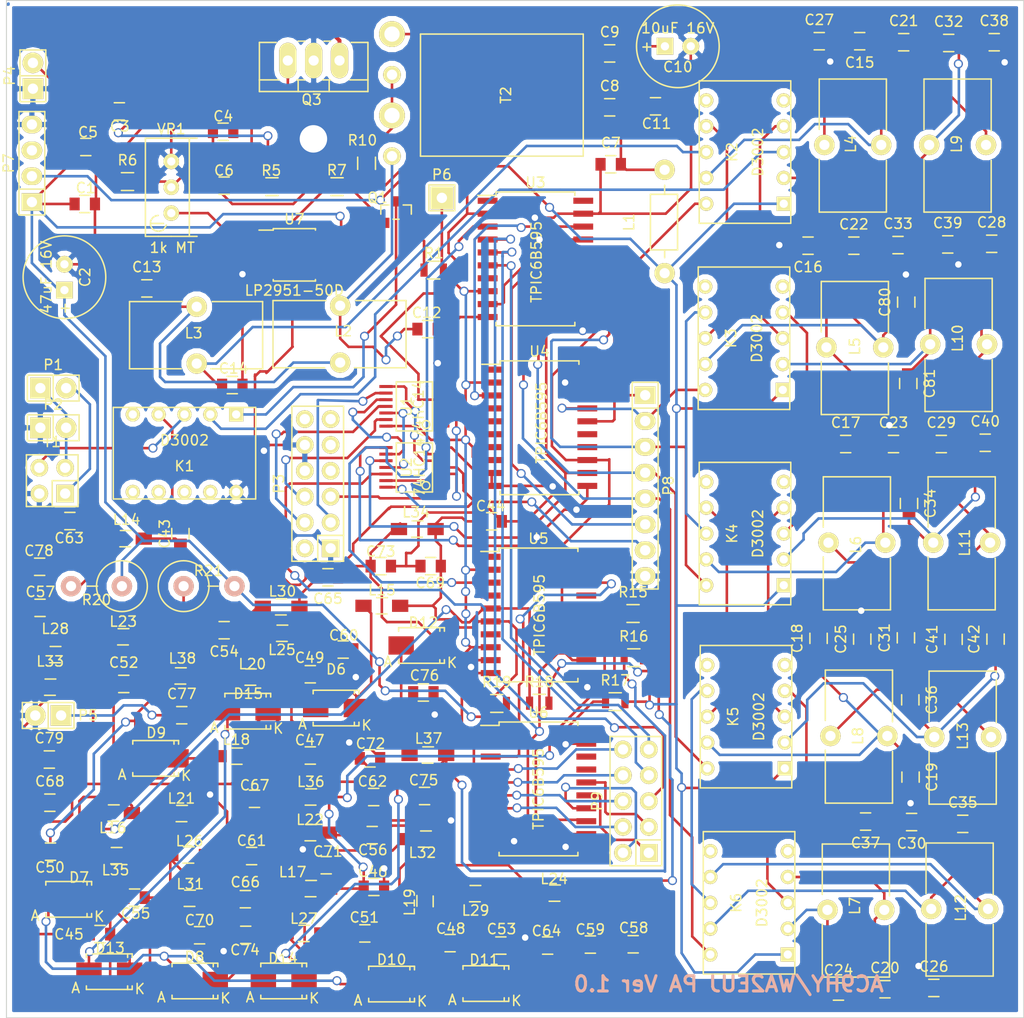
<source format=kicad_pcb>
(kicad_pcb (version 4) (host pcbnew "(2014-10-27 BZR 5228)-product")
  (layers (0 F.Cu signal) (31 B.Cu signal) (34 B.Paste user hide) (35 F.Paste user hide) (36 B.SilkS user) (37 F.SilkS user) (38 B.Mask user hide) (39 F.Mask user hide) (44 Edge.Cuts user))
  (net 0 "")
  (net 1 +12V)
  (net 2 GND)
  (net 3 "Net-(C3-Pad1)")
  (net 4 "Net-(C3-Pad2)")
  (net 5 "Net-(C4-Pad1)")
  (net 6 "Net-(C6-Pad1)")
  (net 7 "Net-(C6-Pad2)")
  (net 8 "Net-(C10-Pad1)")
  (net 9 "Net-(C12-Pad1)")
  (net 10 "Net-(C13-Pad1)")
  (net 11 TXIN)
  (net 12 "Net-(C15-Pad1)")
  (net 13 "Net-(C16-Pad1)")
  (net 14 "Net-(C17-Pad1)")
  (net 15 "Net-(C18-Pad1)")
  (net 16 "Net-(C20-Pad1)")
  (net 17 "Net-(C21-Pad2)")
  (net 18 "Net-(C22-Pad2)")
  (net 19 "Net-(C23-Pad2)")
  (net 20 "Net-(C24-Pad1)")
  (net 21 "Net-(C25-Pad2)")
  (net 22 "Net-(C30-Pad1)")
  (net 23 "Net-(C32-Pad2)")
  (net 24 "Net-(C33-Pad2)")
  (net 25 "Net-(C34-Pad2)")
  (net 26 "Net-(C35-Pad1)")
  (net 27 "Net-(C36-Pad2)")
  (net 28 "Net-(C43-Pad1)")
  (net 29 RX-IN)
  (net 30 "Net-(C44-Pad1)")
  (net 31 "Net-(C45-Pad1)")
  (net 32 "Net-(C46-Pad1)")
  (net 33 "Net-(C47-Pad1)")
  (net 34 "Net-(C48-Pad1)")
  (net 35 "Net-(C49-Pad1)")
  (net 36 "Net-(C50-Pad1)")
  (net 37 "Net-(C51-Pad1)")
  (net 38 "Net-(C52-Pad1)")
  (net 39 "Net-(C53-Pad1)")
  (net 40 "Net-(C54-Pad1)")
  (net 41 "Net-(C54-Pad2)")
  (net 42 "Net-(C55-Pad1)")
  (net 43 "Net-(C55-Pad2)")
  (net 44 "Net-(C56-Pad1)")
  (net 45 "Net-(C56-Pad2)")
  (net 46 "Net-(C57-Pad1)")
  (net 47 "Net-(C57-Pad2)")
  (net 48 "Net-(C58-Pad1)")
  (net 49 "Net-(C58-Pad2)")
  (net 50 "Net-(C65-Pad1)")
  (net 51 "Net-(C65-Pad2)")
  (net 52 "Net-(C66-Pad1)")
  (net 53 "Net-(C66-Pad2)")
  (net 54 "Net-(C67-Pad1)")
  (net 55 "Net-(C67-Pad2)")
  (net 56 "Net-(C68-Pad1)")
  (net 57 "Net-(C68-Pad2)")
  (net 58 RX-OUT)
  (net 59 "Net-(C77-Pad2)")
  (net 60 "Net-(K1-Pad1)")
  (net 61 TXOUT)
  (net 62 "Net-(K1-Pad3)")
  (net 63 "Net-(K1-Pad7)")
  (net 64 "Net-(K1-Pad8)")
  (net 65 "Net-(K1-Pad9)")
  (net 66 "Net-(K2-Pad4)")
  (net 67 "Net-(K2-Pad7)")
  (net 68 "Net-(K2-Pad10)")
  (net 69 "Net-(K3-Pad4)")
  (net 70 "Net-(K3-Pad7)")
  (net 71 "Net-(K3-Pad10)")
  (net 72 "Net-(K4-Pad4)")
  (net 73 "Net-(K4-Pad7)")
  (net 74 "Net-(K4-Pad10)")
  (net 75 "Net-(K5-Pad4)")
  (net 76 "Net-(K5-Pad7)")
  (net 77 "Net-(K5-Pad10)")
  (net 78 "Net-(K6-Pad10)")
  (net 79 "Net-(L14-Pad1)")
  (net 80 "Net-(L38-Pad1)")
  (net 81 "Net-(P1-Pad1)")
  (net 82 "Net-(P1-Pad2)")
  (net 83 "Net-(P3-Pad2)")
  (net 84 "Net-(P3-Pad3)")
  (net 85 "Net-(P3-Pad4)")
  (net 86 "Net-(P3-Pad5)")
  (net 87 "Net-(P3-Pad6)")
  (net 88 "Net-(P3-Pad7)")
  (net 89 "Net-(P3-Pad9)")
  (net 90 "Net-(P3-Pad11)")
  (net 91 "Net-(P3-Pad12)")
  (net 92 "Net-(P6-Pad1)")
  (net 93 +5V)
  (net 94 "Net-(P7-Pad3)")
  (net 95 /PTT)
  (net 96 "Net-(Q1-Pad2)")
  (net 97 "Net-(Q3-Pad3)")
  (net 98 "Net-(U1-Pad1)")
  (net 99 "Net-(U1-Pad2)")
  (net 100 "Net-(U1-Pad3)")
  (net 101 "Net-(U1-Pad4)")
  (net 102 "Net-(U1-Pad6)")
  (net 103 "Net-(U1-Pad8)")
  (net 104 "Net-(U1-Pad10)")
  (net 105 "Net-(U1-Pad12)")
  (net 106 "Net-(U2-Pad13)")
  (net 107 SPI-DATA)
  (net 108 SPI-CLK)
  (net 109 TX-Load)
  (net 110 RX-Load)
  (net 111 "Net-(U3-Pad18)")
  (net 112 "Net-(U4-Pad4)")
  (net 113 "Net-(U4-Pad5)")
  (net 114 "Net-(U4-Pad6)")
  (net 115 "Net-(U4-Pad14)")
  (net 116 "Net-(U4-Pad15)")
  (net 117 "Net-(U4-Pad18)")
  (net 118 "Net-(U5-Pad7)")
  (net 119 "Net-(U5-Pad17)")
  (net 120 "Net-(U5-Pad18)")
  (net 121 "Net-(U6-Pad18)")
  (net 122 "Net-(P8-Pad6)")
  (net 123 "Net-(P9-Pad1)")
  (net 124 "Net-(P9-Pad2)")
  (net 125 "Net-(P9-Pad3)")
  (net 126 "Net-(P9-Pad4)")
  (net 127 ANT1)
  (net 128 "Net-(P9-Pad6)")
  (net 129 ANT2)
  (net 130 "Net-(P9-Pad8)")
  (net 131 ANT3)
  (net 132 "Net-(P9-Pad10)")
  (net 133 "Net-(U7-Pad1)")
  (net 134 "Net-(U7-Pad5)")
  (net 135 "Net-(U7-Pad6)")
  (net 136 "Net-(U3-Pad7)")
  (net 137 "Net-(U4-Pad7)")
  (net 138 "Net-(U5-Pad4)")
  (net 139 "Net-(U6-Pad17)")
  (module Discret:C1V8 (layer F.Cu) (at 105.7 77.2 90)
    (fp_text reference C2 (at 0 2.032 90) (layer F.SilkS))
    (fp_text value "47uF 16V" (at 0 -1.77546 90) (layer F.SilkS))
    (fp_text user + (at -3.04546 0 90) (layer F.SilkS))
    (pad 1 thru_hole rect (at -1.27 0 90) (size 1.651 1.651) (drill 0.8128) (layers *.Cu *.Mask F.SilkS) (net 1 +12V))
    (pad 2 thru_hole circle (at 1.27 0 90) (size 1.651 1.651) (drill 0.8128) (layers *.Cu *.Mask F.SilkS) (net 2 GND))
  )
  (module Discret:C1V8 (layer F.Cu) (at 166 54.5)
    (fp_text reference C10 (at 0 2.032) (layer F.SilkS))
    (fp_text value "10uF 16V" (at 0 -1.77546) (layer F.SilkS))
    (fp_text user + (at -3.04546 0) (layer F.SilkS))
    (pad 1 thru_hole rect (at -1.27 0) (size 1.651 1.651) (drill 0.8128) (layers *.Cu *.Mask F.SilkS) (net 8 "Net-(C10-Pad1)"))
    (pad 2 thru_hole circle (at 1.27 0) (size 1.651 1.651) (drill 0.8128) (layers *.Cu *.Mask F.SilkS) (net 2 GND))
  )
  (module Diodes_SMD:Diode-SMA_Standard (layer F.Cu) (at 132.4 119.55)
    (fp_text reference D6 (at 0 -3.81) (layer F.SilkS))
    (fp_text value DIODE hide)
    (fp_text user A (at -3.29946 1.6002) (layer F.SilkS))
    (fp_text user K (at 2.99974 1.69926) (layer F.SilkS))
    (pad 1 smd rect (at -1.99898 0) (size 2.49936 1.80086) (layers F.Cu F.Paste F.Mask) (net 28 "Net-(C43-Pad1)"))
    (pad 2 smd rect (at 1.99898 0) (size 2.49936 1.80086) (layers F.Cu F.Paste F.Mask) (net 35 "Net-(C49-Pad1)"))
  )
  (module Diodes_SMD:Diode-SMA_Standard (layer F.Cu) (at 106.1212 138.3538)
    (fp_text reference D7 (at 1.016 -2.1463) (layer F.SilkS))
    (fp_text value DIODE hide)
    (fp_text user A (at -3.29946 1.6002) (layer F.SilkS))
    (fp_text user K (at 2.99974 1.69926) (layer F.SilkS))
    (pad 1 smd rect (at -1.99898 0) (size 2.49936 1.80086) (layers F.Cu F.Paste F.Mask) (net 28 "Net-(C43-Pad1)"))
    (pad 2 smd rect (at 1.99898 0) (size 2.49936 1.80086) (layers F.Cu F.Paste F.Mask) (net 36 "Net-(C50-Pad1)"))
  )
  (module Diodes_SMD:Diode-SMA_Standard (layer F.Cu) (at 118.5291 146.3802)
    (fp_text reference D8 (at -0.0381 -2.3622) (layer F.SilkS))
    (fp_text value DIODE hide)
    (fp_text user A (at -3.29946 1.6002) (layer F.SilkS))
    (fp_text user K (at 2.99974 1.69926) (layer F.SilkS))
    (pad 1 smd rect (at -1.99898 0) (size 2.49936 1.80086) (layers F.Cu F.Paste F.Mask) (net 28 "Net-(C43-Pad1)"))
    (pad 2 smd rect (at 1.99898 0) (size 2.49936 1.80086) (layers F.Cu F.Paste F.Mask) (net 37 "Net-(C51-Pad1)"))
  )
  (module Diodes_SMD:Diode-SMA_Standard (layer F.Cu) (at 114.6683 124.4981)
    (fp_text reference D9 (at 0.0508 -2.5146) (layer F.SilkS))
    (fp_text value DIODE hide)
    (fp_text user A (at -3.29946 1.6002) (layer F.SilkS))
    (fp_text user K (at 2.99974 1.69926) (layer F.SilkS))
    (pad 1 smd rect (at -1.99898 0) (size 2.49936 1.80086) (layers F.Cu F.Paste F.Mask) (net 28 "Net-(C43-Pad1)"))
    (pad 2 smd rect (at 1.99898 0) (size 2.49936 1.80086) (layers F.Cu F.Paste F.Mask) (net 38 "Net-(C52-Pad1)"))
  )
  (module Diodes_SMD:Diode-SMA_Standard (layer F.Cu) (at 137.8585 146.685)
    (fp_text reference D10 (at 0 -2.4003) (layer F.SilkS))
    (fp_text value DIODE hide)
    (fp_text user A (at -3.29946 1.6002) (layer F.SilkS))
    (fp_text user K (at 2.99974 1.69926) (layer F.SilkS))
    (pad 1 smd rect (at -1.99898 0) (size 2.49936 1.80086) (layers F.Cu F.Paste F.Mask) (net 28 "Net-(C43-Pad1)"))
    (pad 2 smd rect (at 1.99898 0) (size 2.49936 1.80086) (layers F.Cu F.Paste F.Mask) (net 39 "Net-(C53-Pad1)"))
  )
  (module Diodes_SMD:Diode-SMA_Standard (layer F.Cu) (at 147.1295 146.6342)
    (fp_text reference D11 (at -0.1651 -2.3368) (layer F.SilkS))
    (fp_text value DIODE hide)
    (fp_text user A (at -3.29946 1.6002) (layer F.SilkS))
    (fp_text user K (at 2.99974 1.69926) (layer F.SilkS))
    (pad 1 smd rect (at -1.99898 0) (size 2.49936 1.80086) (layers F.Cu F.Paste F.Mask) (net 59 "Net-(C77-Pad2)"))
    (pad 2 smd rect (at 1.99898 0) (size 2.49936 1.80086) (layers F.Cu F.Paste F.Mask) (net 48 "Net-(C58-Pad1)"))
  )
  (module Diodes_SMD:Diode-SMA_Standard (layer F.Cu) (at 140.8 113.4)
    (fp_text reference D12 (at 0.1827 -2.2496) (layer F.SilkS))
    (fp_text value DIODE hide)
    (fp_text user A (at -3.29946 1.6002) (layer F.SilkS))
    (fp_text user K (at 2.99974 1.69926) (layer F.SilkS))
    (pad 1 smd rect (at -1.99898 0) (size 2.49936 1.80086) (layers F.Cu F.Paste F.Mask) (net 59 "Net-(C77-Pad2)"))
    (pad 2 smd rect (at 1.99898 0) (size 2.49936 1.80086) (layers F.Cu F.Paste F.Mask) (net 50 "Net-(C65-Pad1)"))
  )
  (module Diodes_SMD:Diode-SMA_Standard (layer F.Cu) (at 110.109 145.4658)
    (fp_text reference D13 (at 0.0762 -2.3241) (layer F.SilkS))
    (fp_text value DIODE hide)
    (fp_text user A (at -3.29946 1.6002) (layer F.SilkS))
    (fp_text user K (at 2.99974 1.69926) (layer F.SilkS))
    (pad 1 smd rect (at -1.99898 0) (size 2.49936 1.80086) (layers F.Cu F.Paste F.Mask) (net 59 "Net-(C77-Pad2)"))
    (pad 2 smd rect (at 1.99898 0) (size 2.49936 1.80086) (layers F.Cu F.Paste F.Mask) (net 52 "Net-(C66-Pad1)"))
  )
  (module Diodes_SMD:Diode-SMA_Standard (layer F.Cu) (at 127.254 146.3802)
    (fp_text reference D14 (at -0.0686 -2.2152) (layer F.SilkS))
    (fp_text value DIODE hide)
    (fp_text user A (at -3.29946 1.6002) (layer F.SilkS))
    (fp_text user K (at 2.99974 1.69926) (layer F.SilkS))
    (pad 1 smd rect (at -1.99898 0) (size 2.49936 1.80086) (layers F.Cu F.Paste F.Mask) (net 59 "Net-(C77-Pad2)"))
    (pad 2 smd rect (at 1.99898 0) (size 2.49936 1.80086) (layers F.Cu F.Paste F.Mask) (net 54 "Net-(C67-Pad1)"))
  )
  (module Diodes_SMD:Diode-SMA_Standard (layer F.Cu) (at 123.7234 119.8626)
    (fp_text reference D15 (at 0.0508 -1.7272) (layer F.SilkS))
    (fp_text value DIODE hide)
    (fp_text user A (at -3.29946 1.6002) (layer F.SilkS))
    (fp_text user K (at 2.99974 1.69926) (layer F.SilkS))
    (pad 1 smd rect (at -1.99898 0) (size 2.49936 1.80086) (layers F.Cu F.Paste F.Mask) (net 59 "Net-(C77-Pad2)"))
    (pad 2 smd rect (at 1.99898 0) (size 2.49936 1.80086) (layers F.Cu F.Paste F.Mask) (net 56 "Net-(C68-Pad1)"))
  )
  (module Choke_Axial_ThroughHole:Choke_Horizontal_RM10mm (layer F.Cu) (at 164.7 71.8 90)
    (fp_text reference L1 (at 0 -3.50012 90) (layer F.SilkS))
    (fp_text value "FT37-43 11T #26" hide)
    (pad 1 thru_hole circle (at -5.00126 0 90) (size 1.99898 1.99898) (drill 1.00076) (layers *.Cu *.Mask F.SilkS) (net 1 +12V))
    (pad 2 thru_hole circle (at 5.15874 0 90) (size 1.99898 1.99898) (drill 1.00076) (layers *.Cu *.Mask F.SilkS) (net 8 "Net-(C10-Pad1)"))
  )
  (module Choke_Toroid_ThroughHole:Choke_Toroid_6,5x13mm_Vertical (layer F.Cu) (at 126.2 86.1)
    (fp_text reference L2 (at 6.9 -3.6) (layer F.SilkS))
    (fp_text value 192nH hide)
    (pad 1 thru_hole circle (at 6.604 -0.508) (size 1.99898 1.99898) (drill 1.00076) (layers *.Cu *.Mask F.SilkS) (net 10 "Net-(C13-Pad1)"))
    (pad 2 thru_hole circle (at 6.604 -6.096) (size 1.99898 1.99898) (drill 1.00076) (layers *.Cu *.Mask F.SilkS) (net 9 "Net-(C12-Pad1)"))
  )
  (module Choke_Toroid_ThroughHole:Choke_Toroid_6,5x13mm_Vertical (layer F.Cu) (at 112.1 86.2)
    (fp_text reference L3 (at 6.3 -3.5) (layer F.SilkS))
    (fp_text value 192nH hide)
    (pad 1 thru_hole circle (at 6.604 -0.508) (size 1.99898 1.99898) (drill 1.00076) (layers *.Cu *.Mask F.SilkS) (net 11 TXIN))
    (pad 2 thru_hole circle (at 6.604 -6.096) (size 1.99898 1.99898) (drill 1.00076) (layers *.Cu *.Mask F.SilkS) (net 10 "Net-(C13-Pad1)"))
  )
  (module Choke_Toroid_ThroughHole:Choke_Toroid_6,5x13mm_Vertical (layer F.Cu) (at 186.5 70.8 90)
    (fp_text reference L4 (at 6.7 -3.5 90) (layer F.SilkS))
    (fp_text value 240nH hide)
    (pad 1 thru_hole circle (at 6.604 -0.508 90) (size 1.99898 1.99898) (drill 1.00076) (layers *.Cu *.Mask F.SilkS) (net 12 "Net-(C15-Pad1)"))
    (pad 2 thru_hole circle (at 6.604 -6.096 90) (size 1.99898 1.99898) (drill 1.00076) (layers *.Cu *.Mask F.SilkS) (net 17 "Net-(C21-Pad2)"))
  )
  (module Choke_Toroid_ThroughHole:Choke_Toroid_6,5x13mm_Vertical (layer F.Cu) (at 186.7 90.7 90)
    (fp_text reference L5 (at 6.7 -3.3 90) (layer F.SilkS))
    (fp_text value 300nH hide)
    (pad 1 thru_hole circle (at 6.604 -0.508 90) (size 1.99898 1.99898) (drill 1.00076) (layers *.Cu *.Mask F.SilkS) (net 13 "Net-(C16-Pad1)"))
    (pad 2 thru_hole circle (at 6.604 -6.096 90) (size 1.99898 1.99898) (drill 1.00076) (layers *.Cu *.Mask F.SilkS) (net 18 "Net-(C22-Pad2)"))
  )
  (module Choke_Toroid_ThroughHole:Choke_Toroid_6,5x13mm_Vertical (layer F.Cu) (at 186.9 109.9 90)
    (fp_text reference L6 (at 6.4 -3.4 90) (layer F.SilkS))
    (fp_text value 430nH hide)
    (pad 1 thru_hole circle (at 6.604 -0.508 90) (size 1.99898 1.99898) (drill 1.00076) (layers *.Cu *.Mask F.SilkS) (net 14 "Net-(C17-Pad1)"))
    (pad 2 thru_hole circle (at 6.604 -6.096 90) (size 1.99898 1.99898) (drill 1.00076) (layers *.Cu *.Mask F.SilkS) (net 19 "Net-(C23-Pad2)"))
  )
  (module Choke_Toroid_ThroughHole:Choke_Toroid_6,5x13mm_Vertical (layer F.Cu) (at 186.8 146 90)
    (fp_text reference L7 (at 7 -3.4 90) (layer F.SilkS))
    (fp_text value 1.44uH hide)
    (pad 1 thru_hole circle (at 6.604 -0.508 90) (size 1.99898 1.99898) (drill 1.00076) (layers *.Cu *.Mask F.SilkS) (net 16 "Net-(C20-Pad1)"))
    (pad 2 thru_hole circle (at 6.604 -6.096 90) (size 1.99898 1.99898) (drill 1.00076) (layers *.Cu *.Mask F.SilkS) (net 20 "Net-(C24-Pad1)"))
  )
  (module Choke_Toroid_ThroughHole:Choke_Toroid_6,5x13mm_Vertical (layer F.Cu) (at 187.1 128.9 90)
    (fp_text reference L8 (at 6.6 -3.4 90) (layer F.SilkS))
    (fp_text value 1.02uH hide)
    (pad 1 thru_hole circle (at 6.604 -0.508 90) (size 1.99898 1.99898) (drill 1.00076) (layers *.Cu *.Mask F.SilkS) (net 15 "Net-(C18-Pad1)"))
    (pad 2 thru_hole circle (at 6.604 -6.096 90) (size 1.99898 1.99898) (drill 1.00076) (layers *.Cu *.Mask F.SilkS) (net 21 "Net-(C25-Pad2)"))
  )
  (module Choke_Toroid_ThroughHole:Choke_Toroid_6,5x13mm_Vertical (layer F.Cu) (at 196.8 70.8 90)
    (fp_text reference L9 (at 6.7 -3.4 90) (layer F.SilkS))
    (fp_text value 240nH hide)
    (pad 1 thru_hole circle (at 6.604 -0.508 90) (size 1.99898 1.99898) (drill 1.00076) (layers *.Cu *.Mask F.SilkS) (net 17 "Net-(C21-Pad2)"))
    (pad 2 thru_hole circle (at 6.604 -6.096 90) (size 1.99898 1.99898) (drill 1.00076) (layers *.Cu *.Mask F.SilkS) (net 23 "Net-(C32-Pad2)"))
  )
  (module Choke_Toroid_ThroughHole:Choke_Toroid_6,5x13mm_Vertical (layer F.Cu) (at 196.9 90.4 90)
    (fp_text reference L10 (at 7.2 -3.4 90) (layer F.SilkS))
    (fp_text value 300nH hide)
    (pad 1 thru_hole circle (at 6.604 -0.508 90) (size 1.99898 1.99898) (drill 1.00076) (layers *.Cu *.Mask F.SilkS) (net 18 "Net-(C22-Pad2)"))
    (pad 2 thru_hole circle (at 6.604 -6.096 90) (size 1.99898 1.99898) (drill 1.00076) (layers *.Cu *.Mask F.SilkS) (net 24 "Net-(C33-Pad2)"))
  )
  (module Choke_Toroid_ThroughHole:Choke_Toroid_6,5x13mm_Vertical (layer F.Cu) (at 197.2 109.9 90)
    (fp_text reference L11 (at 6.6 -3 90) (layer F.SilkS))
    (fp_text value 430nH hide)
    (pad 1 thru_hole circle (at 6.604 -0.508 90) (size 1.99898 1.99898) (drill 1.00076) (layers *.Cu *.Mask F.SilkS) (net 19 "Net-(C23-Pad2)"))
    (pad 2 thru_hole circle (at 6.604 -6.096 90) (size 1.99898 1.99898) (drill 1.00076) (layers *.Cu *.Mask F.SilkS) (net 25 "Net-(C34-Pad2)"))
  )
  (module Choke_Toroid_ThroughHole:Choke_Toroid_6,5x13mm_Vertical (layer F.Cu) (at 197 145.9 90)
    (fp_text reference L12 (at 6.7 -3.2 90) (layer F.SilkS))
    (fp_text value 2.92uH hide)
    (pad 1 thru_hole circle (at 6.604 -0.508 90) (size 1.99898 1.99898) (drill 1.00076) (layers *.Cu *.Mask F.SilkS) (net 22 "Net-(C30-Pad1)"))
    (pad 2 thru_hole circle (at 6.604 -6.096 90) (size 1.99898 1.99898) (drill 1.00076) (layers *.Cu *.Mask F.SilkS) (net 26 "Net-(C35-Pad1)"))
  )
  (module Choke_Toroid_ThroughHole:Choke_Toroid_6,5x13mm_Vertical (layer F.Cu) (at 197.3 129 90)
    (fp_text reference L13 (at 6.7 -3.3 90) (layer F.SilkS))
    (fp_text value 1.02uH hide)
    (pad 1 thru_hole circle (at 6.604 -0.508 90) (size 1.99898 1.99898) (drill 1.00076) (layers *.Cu *.Mask F.SilkS) (net 21 "Net-(C25-Pad2)"))
    (pad 2 thru_hole circle (at 6.604 -6.096 90) (size 1.99898 1.99898) (drill 1.00076) (layers *.Cu *.Mask F.SilkS) (net 27 "Net-(C36-Pad2)"))
  )
  (module Pin_Headers:Pin_Header_Straight_1x02 (layer F.Cu) (at 104.6 88.1)
    (fp_text reference P1 (at 0 -2.286) (layer F.SilkS))
    (fp_text value CONN_01X02 hide)
    (pad 1 thru_hole rect (at -1.27 0) (size 2.032 2.032) (drill 1.016) (layers *.Cu *.Mask F.SilkS) (net 81 "Net-(P1-Pad1)"))
    (pad 2 thru_hole oval (at 1.27 0) (size 2.032 2.032) (drill 1.016) (layers *.Cu *.Mask F.SilkS) (net 82 "Net-(P1-Pad2)"))
  )
  (module Pin_Headers:Pin_Header_Straight_1x02 (layer F.Cu) (at 104.6 92)
    (fp_text reference P2 (at 0 -2.286) (layer F.SilkS))
    (fp_text value CONN_02X01 hide)
    (pad 1 thru_hole rect (at -1.27 0) (size 2.032 2.032) (drill 1.016) (layers *.Cu *.Mask F.SilkS) (net 2 GND))
    (pad 2 thru_hole oval (at 1.27 0) (size 2.032 2.032) (drill 1.016) (layers *.Cu *.Mask F.SilkS) (net 81 "Net-(P1-Pad1)"))
  )
  (module Pin_Headers:Pin_Header_Straight_2x06 (layer F.Cu) (at 130.6 97.5 90)
    (fp_text reference P3 (at 0 -3.81 90) (layer F.SilkS))
    (fp_text value "From HL CN3" hide)
    (pad 1 thru_hole rect (at -6.35 1.27 90) (size 1.7272 1.7272) (drill 1.016) (layers *.Cu *.Mask F.SilkS) (net 2 GND))
    (pad 2 thru_hole oval (at -6.35 -1.27 90) (size 1.7272 1.7272) (drill 1.016) (layers *.Cu *.Mask F.SilkS) (net 83 "Net-(P3-Pad2)"))
    (pad 3 thru_hole oval (at -3.81 1.27 90) (size 1.7272 1.7272) (drill 1.016) (layers *.Cu *.Mask F.SilkS) (net 84 "Net-(P3-Pad3)"))
    (pad 4 thru_hole oval (at -3.81 -1.27 90) (size 1.7272 1.7272) (drill 1.016) (layers *.Cu *.Mask F.SilkS) (net 85 "Net-(P3-Pad4)"))
    (pad 5 thru_hole oval (at -1.27 1.27 90) (size 1.7272 1.7272) (drill 1.016) (layers *.Cu *.Mask F.SilkS) (net 86 "Net-(P3-Pad5)"))
    (pad 6 thru_hole oval (at -1.27 -1.27 90) (size 1.7272 1.7272) (drill 1.016) (layers *.Cu *.Mask F.SilkS) (net 87 "Net-(P3-Pad6)"))
    (pad 7 thru_hole oval (at 1.27 1.27 90) (size 1.7272 1.7272) (drill 1.016) (layers *.Cu *.Mask F.SilkS) (net 88 "Net-(P3-Pad7)"))
    (pad 8 thru_hole oval (at 1.27 -1.27 90) (size 1.7272 1.7272) (drill 1.016) (layers *.Cu *.Mask F.SilkS) (net 2 GND))
    (pad 9 thru_hole oval (at 3.81 1.27 90) (size 1.7272 1.7272) (drill 1.016) (layers *.Cu *.Mask F.SilkS) (net 89 "Net-(P3-Pad9)"))
    (pad 10 thru_hole oval (at 3.81 -1.27 90) (size 1.7272 1.7272) (drill 1.016) (layers *.Cu *.Mask F.SilkS) (net 2 GND))
    (pad 11 thru_hole oval (at 6.35 1.27 90) (size 1.7272 1.7272) (drill 1.016) (layers *.Cu *.Mask F.SilkS) (net 90 "Net-(P3-Pad11)"))
    (pad 12 thru_hole oval (at 6.35 -1.27 90) (size 1.7272 1.7272) (drill 1.016) (layers *.Cu *.Mask F.SilkS) (net 91 "Net-(P3-Pad12)"))
  )
  (module Pin_Headers:Pin_Header_Straight_1x02 (layer F.Cu) (at 102.6 57.4 90)
    (fp_text reference P4 (at 0 -2.286 90) (layer F.SilkS))
    (fp_text value CONN_01X02 hide)
    (pad 1 thru_hole rect (at -1.27 0 90) (size 2.032 2.032) (drill 1.016) (layers *.Cu *.Mask F.SilkS) (net 2 GND))
    (pad 2 thru_hole oval (at 1.27 0 90) (size 2.032 2.032) (drill 1.016) (layers *.Cu *.Mask F.SilkS) (net 4 "Net-(C3-Pad2)"))
  )
  (module Pin_Headers:Pin_Header_Straight_1x02 (layer F.Cu) (at 104.1019 120.2817 180)
    (fp_text reference P5 (at -3.9116 0.0254 180) (layer F.SilkS))
    (fp_text value CONN_01X02 hide)
    (pad 1 thru_hole rect (at -1.27 0 180) (size 2.032 2.032) (drill 1.016) (layers *.Cu *.Mask F.SilkS) (net 58 RX-OUT))
    (pad 2 thru_hole oval (at 1.27 0 180) (size 2.032 2.032) (drill 1.016) (layers *.Cu *.Mask F.SilkS) (net 2 GND))
  )
  (module Pin_Headers:Pin_Header_Straight_1x01 (layer F.Cu) (at 142.8 69.4)
    (fp_text reference P6 (at 0 -2.286) (layer F.SilkS))
    (fp_text value CONN_01X01 hide)
    (pad 1 thru_hole rect (at 0 0) (size 2.2352 2.2352) (drill 1.016) (layers *.Cu *.Mask F.SilkS) (net 92 "Net-(P6-Pad1)"))
  )
  (module Pin_Headers:Pin_Header_Straight_1x04 (layer F.Cu) (at 102.5 66 90)
    (fp_text reference P7 (at 0 -2.286 90) (layer F.SilkS))
    (fp_text value "From FE CN2" hide)
    (pad 1 thru_hole rect (at -3.81 0 90) (size 1.7272 2.032) (drill 1.016) (layers *.Cu *.Mask F.SilkS) (net 1 +12V))
    (pad 2 thru_hole oval (at -1.27 0 90) (size 1.7272 2.032) (drill 1.016) (layers *.Cu *.Mask F.SilkS) (net 93 +5V))
    (pad 3 thru_hole oval (at 1.27 0 90) (size 1.7272 2.032) (drill 1.016) (layers *.Cu *.Mask F.SilkS) (net 94 "Net-(P7-Pad3)"))
    (pad 4 thru_hole oval (at 3.81 0 90) (size 1.7272 2.032) (drill 1.016) (layers *.Cu *.Mask F.SilkS) (net 2 GND))
  )
  (module Transistors_SMD:sot23 (layer F.Cu) (at 138.3 70.8)
    (fp_text reference Q1 (at -1.8258 -1.4199) (layer F.SilkS))
    (fp_text value 2N3906 hide)
    (pad 1 smd rect (at -0.9525 1.05664) (size 0.59944 1.00076) (layers F.Cu F.Paste F.Mask) (net 1 +12V))
    (pad 3 smd rect (at 0 -1.05664) (size 0.59944 1.00076) (layers F.Cu F.Paste F.Mask) (net 60 "Net-(K1-Pad1)"))
    (pad 2 smd rect (at 0.9525 1.05664) (size 0.59944 1.00076) (layers F.Cu F.Paste F.Mask) (net 96 "Net-(Q1-Pad2)"))
  )
  (module Transistors_TO-220:TO-220_Neutral123_Vertical_LargePads (layer F.Cu) (at 130.2 55.9 180)
    (fp_text reference Q3 (at 0.2028 -3.8408 180) (layer F.SilkS))
    (fp_text value RD16HHF1 hide)
    (pad 2 thru_hole oval (at 0 0 270) (size 3.50012 1.69926) (drill 1.00076) (layers *.Cu *.Mask F.SilkS) (net 2 GND))
    (pad 1 thru_hole oval (at -2.54 0 270) (size 3.50012 1.69926) (drill 1.00076) (layers *.Cu *.Mask F.SilkS) (net 7 "Net-(C6-Pad2)"))
    (pad 3 thru_hole oval (at 2.54 0 270) (size 3.50012 1.69926) (drill 1.00076) (layers *.Cu *.Mask F.SilkS) (net 97 "Net-(Q3-Pad3)"))
  )
  (module Resistors_ThroughHole:Resistor_Vertical_RM5mm (layer F.Cu) (at 108.8517 107.569 180)
    (fp_text reference R20 (at 0 -1.3462 180) (layer F.SilkS))
    (fp_text value "270 1W" hide)
    (pad 1 thru_hole circle (at -2.49936 0 180) (size 1.99898 1.99898) (drill 1.00076) (layers *.Cu *.SilkS *.Mask) (net 1 +12V))
    (pad 2 thru_hole circle (at 2.5019 0 180) (size 1.99898 1.99898) (drill 1.00076) (layers *.Cu *.SilkS *.Mask) (net 79 "Net-(L14-Pad1)"))
  )
  (module Resistors_ThroughHole:Resistor_Vertical_RM5mm (layer F.Cu) (at 119.9134 107.569)
    (fp_text reference R21 (at -0.0508 -1.5113) (layer F.SilkS))
    (fp_text value "270 1W" hide)
    (pad 1 thru_hole circle (at -2.49936 0) (size 1.99898 1.99898) (drill 1.00076) (layers *.Cu *.SilkS *.Mask) (net 80 "Net-(L38-Pad1)"))
    (pad 2 thru_hole circle (at 2.5019 0) (size 1.99898 1.99898) (drill 1.00076) (layers *.Cu *.SilkS *.Mask) (net 1 +12V))
  )
  (module Socket_Strips:Socket_Strip_Straight_2x02 (layer F.Cu) (at 104.5 97.2)
    (fp_text reference T1 (at 0 -3.81) (layer F.SilkS))
    (fp_text value TRANSFO hide)
    (pad 1 thru_hole rect (at 1.27 1.27 180) (size 1.7272 1.7272) (drill 1.016) (layers *.Cu *.Mask F.SilkS) (net 82 "Net-(P1-Pad2)"))
    (pad 2 thru_hole oval (at 1.27 -1.27 180) (size 1.7272 1.7272) (drill 1.016) (layers *.Cu *.Mask F.SilkS) (net 81 "Net-(P1-Pad1)"))
    (pad 3 thru_hole oval (at -1.27 1.27 180) (size 1.7272 1.7272) (drill 1.016) (layers *.Cu *.Mask F.SilkS) (net 2 GND))
    (pad 4 thru_hole oval (at -1.27 -1.27 180) (size 1.7272 1.7272) (drill 1.016) (layers *.Cu *.Mask F.SilkS) (net 62 "Net-(K1-Pad3)"))
  )
  (module SMD_Packages:TSSOP-14 (layer F.Cu) (at 140.1 89.9 90)
    (fp_text reference U1 (at 0 -0.762 90) (layer F.SilkS))
    (fp_text value 74HC14 (at -0.3 0.4 90) (layer F.SilkS))
    (pad 1 smd rect (at -1.9304 2.794 90) (size 0.29972 1.30048) (layers F.Cu F.Paste F.Mask) (net 98 "Net-(U1-Pad1)"))
    (pad 2 smd rect (at -1.2954 2.794 90) (size 0.29972 1.30048) (layers F.Cu F.Paste F.Mask) (net 99 "Net-(U1-Pad2)"))
    (pad 3 smd rect (at -0.635 2.794 90) (size 0.29972 1.30048) (layers F.Cu F.Paste F.Mask) (net 100 "Net-(U1-Pad3)"))
    (pad 4 smd rect (at 0 2.794 90) (size 0.29972 1.30048) (layers F.Cu F.Paste F.Mask) (net 101 "Net-(U1-Pad4)"))
    (pad 5 smd rect (at 0.6604 2.794 90) (size 0.29972 1.30048) (layers F.Cu F.Paste F.Mask) (net 92 "Net-(P6-Pad1)"))
    (pad 6 smd rect (at 1.3081 2.794 90) (size 0.29972 1.30048) (layers F.Cu F.Paste F.Mask) (net 102 "Net-(U1-Pad6)"))
    (pad 7 smd rect (at 1.9558 2.794 90) (size 0.29972 1.30048) (layers F.Cu F.Paste F.Mask) (net 2 GND))
    (pad 8 smd rect (at 1.9558 -2.794 90) (size 0.29972 1.30048) (layers F.Cu F.Paste F.Mask) (net 103 "Net-(U1-Pad8)"))
    (pad 9 smd rect (at 1.3081 -2.794 90) (size 0.29972 1.30048) (layers F.Cu F.Paste F.Mask) (net 84 "Net-(P3-Pad3)"))
    (pad 10 smd rect (at 0.6604 -2.794 90) (size 0.29972 1.30048) (layers F.Cu F.Paste F.Mask) (net 104 "Net-(U1-Pad10)"))
    (pad 11 smd rect (at 0 -2.794 90) (size 0.29972 1.30048) (layers F.Cu F.Paste F.Mask) (net 85 "Net-(P3-Pad4)"))
    (pad 12 smd rect (at -0.6477 -2.794 90) (size 0.29972 1.30048) (layers F.Cu F.Paste F.Mask) (net 105 "Net-(U1-Pad12)"))
    (pad 13 smd rect (at -1.2954 -2.794 90) (size 0.29972 1.30048) (layers F.Cu F.Paste F.Mask) (net 87 "Net-(P3-Pad6)"))
    (pad 14 smd rect (at -1.9431 -2.794 90) (size 0.29972 1.30048) (layers F.Cu F.Paste F.Mask) (net 93 +5V))
  )
  (module SMD_Packages:TSSOP-14 (layer F.Cu) (at 140.1 95.9 90)
    (fp_text reference U2 (at 0 -0.762 90) (layer F.SilkS))
    (fp_text value 74HC14 (at 0 0.508 90) (layer F.SilkS))
    (pad 1 smd rect (at -1.9304 2.794 90) (size 0.29972 1.30048) (layers F.Cu F.Paste F.Mask) (net 86 "Net-(P3-Pad5)"))
    (pad 2 smd rect (at -1.2954 2.794 90) (size 0.29972 1.30048) (layers F.Cu F.Paste F.Mask) (net 106 "Net-(U2-Pad13)"))
    (pad 3 smd rect (at -0.635 2.794 90) (size 0.29972 1.30048) (layers F.Cu F.Paste F.Mask) (net 102 "Net-(U1-Pad6)"))
    (pad 4 smd rect (at 0 2.794 90) (size 0.29972 1.30048) (layers F.Cu F.Paste F.Mask) (net 95 /PTT))
    (pad 5 smd rect (at 0.6604 2.794 90) (size 0.29972 1.30048) (layers F.Cu F.Paste F.Mask) (net 103 "Net-(U1-Pad8)"))
    (pad 6 smd rect (at 1.3081 2.794 90) (size 0.29972 1.30048) (layers F.Cu F.Paste F.Mask) (net 107 SPI-DATA))
    (pad 7 smd rect (at 1.9558 2.794 90) (size 0.29972 1.30048) (layers F.Cu F.Paste F.Mask) (net 2 GND))
    (pad 8 smd rect (at 1.9558 -2.794 90) (size 0.29972 1.30048) (layers F.Cu F.Paste F.Mask) (net 108 SPI-CLK))
    (pad 9 smd rect (at 1.3081 -2.794 90) (size 0.29972 1.30048) (layers F.Cu F.Paste F.Mask) (net 104 "Net-(U1-Pad10)"))
    (pad 10 smd rect (at 0.6604 -2.794 90) (size 0.29972 1.30048) (layers F.Cu F.Paste F.Mask) (net 109 TX-Load))
    (pad 11 smd rect (at 0 -2.794 90) (size 0.29972 1.30048) (layers F.Cu F.Paste F.Mask) (net 105 "Net-(U1-Pad12)"))
    (pad 12 smd rect (at -0.6477 -2.794 90) (size 0.29972 1.30048) (layers F.Cu F.Paste F.Mask) (net 110 RX-Load))
    (pad 13 smd rect (at -1.2954 -2.794 90) (size 0.29972 1.30048) (layers F.Cu F.Paste F.Mask) (net 106 "Net-(U2-Pad13)"))
    (pad 14 smd rect (at -1.9431 -2.794 90) (size 0.29972 1.30048) (layers F.Cu F.Paste F.Mask) (net 93 +5V))
  )
  (module Housings_SOIC:SOIC-20_7.5x12.8mm_Pitch1.27mm (layer F.Cu) (at 152 75.4)
    (fp_text reference U3 (at 0 -7.5) (layer F.SilkS))
    (fp_text value TPIC6B595 (at 0.1 0.3 90) (layer F.SilkS))
    (pad 1 smd rect (at -4.7 -5.715) (size 1.95 0.6) (layers F.Cu F.Paste F.Mask))
    (pad 2 smd rect (at -4.7 -4.445) (size 1.95 0.6) (layers F.Cu F.Paste F.Mask) (net 93 +5V))
    (pad 3 smd rect (at -4.7 -3.175) (size 1.95 0.6) (layers F.Cu F.Paste F.Mask) (net 107 SPI-DATA))
    (pad 4 smd rect (at -4.7 -1.905) (size 1.95 0.6) (layers F.Cu F.Paste F.Mask) (net 127 ANT1))
    (pad 5 smd rect (at -4.7 -0.635) (size 1.95 0.6) (layers F.Cu F.Paste F.Mask) (net 129 ANT2))
    (pad 6 smd rect (at -4.7 0.635) (size 1.95 0.6) (layers F.Cu F.Paste F.Mask) (net 131 ANT3))
    (pad 7 smd rect (at -4.7 1.905) (size 1.95 0.6) (layers F.Cu F.Paste F.Mask) (net 136 "Net-(U3-Pad7)"))
    (pad 8 smd rect (at -4.7 3.175) (size 1.95 0.6) (layers F.Cu F.Paste F.Mask) (net 93 +5V))
    (pad 9 smd rect (at -4.7 4.445) (size 1.95 0.6) (layers F.Cu F.Paste F.Mask) (net 2 GND))
    (pad 10 smd rect (at -4.7 5.715) (size 1.95 0.6) (layers F.Cu F.Paste F.Mask) (net 2 GND))
    (pad 11 smd rect (at 4.7 5.715) (size 1.95 0.6) (layers F.Cu F.Paste F.Mask) (net 2 GND))
    (pad 12 smd rect (at 4.7 4.445) (size 1.95 0.6) (layers F.Cu F.Paste F.Mask) (net 109 TX-Load))
    (pad 13 smd rect (at 4.7 3.175) (size 1.95 0.6) (layers F.Cu F.Paste F.Mask) (net 108 SPI-CLK))
    (pad 14 smd rect (at 4.7 1.905) (size 1.95 0.6) (layers F.Cu F.Paste F.Mask) (net 74 "Net-(K4-Pad10)"))
    (pad 15 smd rect (at 4.7 0.635) (size 1.95 0.6) (layers F.Cu F.Paste F.Mask) (net 77 "Net-(K5-Pad10)"))
    (pad 16 smd rect (at 4.7 -0.635) (size 1.95 0.6) (layers F.Cu F.Paste F.Mask) (net 78 "Net-(K6-Pad10)"))
    (pad 17 smd rect (at 4.7 -1.905) (size 1.95 0.6) (layers F.Cu F.Paste F.Mask) (net 122 "Net-(P8-Pad6)"))
    (pad 18 smd rect (at 4.7 -3.175) (size 1.95 0.6) (layers F.Cu F.Paste F.Mask) (net 111 "Net-(U3-Pad18)"))
    (pad 19 smd rect (at 4.7 -4.445) (size 1.95 0.6) (layers F.Cu F.Paste F.Mask) (net 2 GND))
    (pad 20 smd rect (at 4.7 -5.715) (size 1.95 0.6) (layers F.Cu F.Paste F.Mask))
  )
  (module Housings_SOIC:SOIC-20_7.5x12.8mm_Pitch1.27mm (layer F.Cu) (at 152.4 92)
    (fp_text reference U4 (at 0 -7.5) (layer F.SilkS))
    (fp_text value TPIC6B595 (at 0.2 -0.5 90) (layer F.SilkS))
    (pad 1 smd rect (at -4.7 -5.715) (size 1.95 0.6) (layers F.Cu F.Paste F.Mask))
    (pad 2 smd rect (at -4.7 -4.445) (size 1.95 0.6) (layers F.Cu F.Paste F.Mask) (net 93 +5V))
    (pad 3 smd rect (at -4.7 -3.175) (size 1.95 0.6) (layers F.Cu F.Paste F.Mask) (net 111 "Net-(U3-Pad18)"))
    (pad 4 smd rect (at -4.7 -1.905) (size 1.95 0.6) (layers F.Cu F.Paste F.Mask) (net 112 "Net-(U4-Pad4)"))
    (pad 5 smd rect (at -4.7 -0.635) (size 1.95 0.6) (layers F.Cu F.Paste F.Mask) (net 113 "Net-(U4-Pad5)"))
    (pad 6 smd rect (at -4.7 0.635) (size 1.95 0.6) (layers F.Cu F.Paste F.Mask) (net 114 "Net-(U4-Pad6)"))
    (pad 7 smd rect (at -4.7 1.905) (size 1.95 0.6) (layers F.Cu F.Paste F.Mask) (net 137 "Net-(U4-Pad7)"))
    (pad 8 smd rect (at -4.7 3.175) (size 1.95 0.6) (layers F.Cu F.Paste F.Mask) (net 93 +5V))
    (pad 9 smd rect (at -4.7 4.445) (size 1.95 0.6) (layers F.Cu F.Paste F.Mask) (net 2 GND))
    (pad 10 smd rect (at -4.7 5.715) (size 1.95 0.6) (layers F.Cu F.Paste F.Mask) (net 2 GND))
    (pad 11 smd rect (at 4.7 5.715) (size 1.95 0.6) (layers F.Cu F.Paste F.Mask) (net 2 GND))
    (pad 12 smd rect (at 4.7 4.445) (size 1.95 0.6) (layers F.Cu F.Paste F.Mask) (net 109 TX-Load))
    (pad 13 smd rect (at 4.7 3.175) (size 1.95 0.6) (layers F.Cu F.Paste F.Mask) (net 108 SPI-CLK))
    (pad 14 smd rect (at 4.7 1.905) (size 1.95 0.6) (layers F.Cu F.Paste F.Mask) (net 115 "Net-(U4-Pad14)"))
    (pad 15 smd rect (at 4.7 0.635) (size 1.95 0.6) (layers F.Cu F.Paste F.Mask) (net 116 "Net-(U4-Pad15)"))
    (pad 16 smd rect (at 4.7 -0.635) (size 1.95 0.6) (layers F.Cu F.Paste F.Mask) (net 68 "Net-(K2-Pad10)"))
    (pad 17 smd rect (at 4.7 -1.905) (size 1.95 0.6) (layers F.Cu F.Paste F.Mask) (net 71 "Net-(K3-Pad10)"))
    (pad 18 smd rect (at 4.7 -3.175) (size 1.95 0.6) (layers F.Cu F.Paste F.Mask) (net 117 "Net-(U4-Pad18)"))
    (pad 19 smd rect (at 4.7 -4.445) (size 1.95 0.6) (layers F.Cu F.Paste F.Mask) (net 2 GND))
    (pad 20 smd rect (at 4.7 -5.715) (size 1.95 0.6) (layers F.Cu F.Paste F.Mask))
  )
  (module Housings_SOIC:SOIC-20_7.5x12.8mm_Pitch1.27mm (layer F.Cu) (at 152.3 110.4)
    (fp_text reference U5 (at 0 -7.5) (layer F.SilkS))
    (fp_text value TPIC6B595 (at 0.1 0 90) (layer F.SilkS))
    (pad 1 smd rect (at -4.7 -5.715) (size 1.95 0.6) (layers F.Cu F.Paste F.Mask))
    (pad 2 smd rect (at -4.7 -4.445) (size 1.95 0.6) (layers F.Cu F.Paste F.Mask) (net 93 +5V))
    (pad 3 smd rect (at -4.7 -3.175) (size 1.95 0.6) (layers F.Cu F.Paste F.Mask) (net 107 SPI-DATA))
    (pad 4 smd rect (at -4.7 -1.905) (size 1.95 0.6) (layers F.Cu F.Paste F.Mask) (net 138 "Net-(U5-Pad4)"))
    (pad 5 smd rect (at -4.7 -0.635) (size 1.95 0.6) (layers F.Cu F.Paste F.Mask) (net 31 "Net-(C45-Pad1)"))
    (pad 6 smd rect (at -4.7 0.635) (size 1.95 0.6) (layers F.Cu F.Paste F.Mask) (net 30 "Net-(C44-Pad1)"))
    (pad 7 smd rect (at -4.7 1.905) (size 1.95 0.6) (layers F.Cu F.Paste F.Mask) (net 118 "Net-(U5-Pad7)"))
    (pad 8 smd rect (at -4.7 3.175) (size 1.95 0.6) (layers F.Cu F.Paste F.Mask) (net 93 +5V))
    (pad 9 smd rect (at -4.7 4.445) (size 1.95 0.6) (layers F.Cu F.Paste F.Mask) (net 2 GND))
    (pad 10 smd rect (at -4.7 5.715) (size 1.95 0.6) (layers F.Cu F.Paste F.Mask) (net 2 GND))
    (pad 11 smd rect (at 4.7 5.715) (size 1.95 0.6) (layers F.Cu F.Paste F.Mask) (net 2 GND))
    (pad 12 smd rect (at 4.7 4.445) (size 1.95 0.6) (layers F.Cu F.Paste F.Mask) (net 110 RX-Load))
    (pad 13 smd rect (at 4.7 3.175) (size 1.95 0.6) (layers F.Cu F.Paste F.Mask) (net 108 SPI-CLK))
    (pad 14 smd rect (at 4.7 1.905) (size 1.95 0.6) (layers F.Cu F.Paste F.Mask) (net 32 "Net-(C46-Pad1)"))
    (pad 15 smd rect (at 4.7 0.635) (size 1.95 0.6) (layers F.Cu F.Paste F.Mask) (net 33 "Net-(C47-Pad1)"))
    (pad 16 smd rect (at 4.7 -0.635) (size 1.95 0.6) (layers F.Cu F.Paste F.Mask) (net 34 "Net-(C48-Pad1)"))
    (pad 17 smd rect (at 4.7 -1.905) (size 1.95 0.6) (layers F.Cu F.Paste F.Mask) (net 119 "Net-(U5-Pad17)"))
    (pad 18 smd rect (at 4.7 -3.175) (size 1.95 0.6) (layers F.Cu F.Paste F.Mask) (net 120 "Net-(U5-Pad18)"))
    (pad 19 smd rect (at 4.7 -4.445) (size 1.95 0.6) (layers F.Cu F.Paste F.Mask) (net 2 GND))
    (pad 20 smd rect (at 4.7 -5.715) (size 1.95 0.6) (layers F.Cu F.Paste F.Mask))
  )
  (module Housings_SOIC:SOIC-20_7.5x12.8mm_Pitch1.27mm (layer F.Cu) (at 152.3 127.5)
    (fp_text reference U6 (at 0 -7.5) (layer F.SilkS))
    (fp_text value TPIC6B595 (at 0 0 90) (layer F.SilkS))
    (pad 1 smd rect (at -4.7 -5.715) (size 1.95 0.6) (layers F.Cu F.Paste F.Mask))
    (pad 2 smd rect (at -4.7 -4.445) (size 1.95 0.6) (layers F.Cu F.Paste F.Mask) (net 93 +5V))
    (pad 3 smd rect (at -4.7 -3.175) (size 1.95 0.6) (layers F.Cu F.Paste F.Mask) (net 120 "Net-(U5-Pad18)"))
    (pad 4 smd rect (at -4.7 -1.905) (size 1.95 0.6) (layers F.Cu F.Paste F.Mask) (net 132 "Net-(P9-Pad10)"))
    (pad 5 smd rect (at -4.7 -0.635) (size 1.95 0.6) (layers F.Cu F.Paste F.Mask) (net 130 "Net-(P9-Pad8)"))
    (pad 6 smd rect (at -4.7 0.635) (size 1.95 0.6) (layers F.Cu F.Paste F.Mask) (net 128 "Net-(P9-Pad6)"))
    (pad 7 smd rect (at -4.7 1.905) (size 1.95 0.6) (layers F.Cu F.Paste F.Mask) (net 126 "Net-(P9-Pad4)"))
    (pad 8 smd rect (at -4.7 3.175) (size 1.95 0.6) (layers F.Cu F.Paste F.Mask) (net 93 +5V))
    (pad 9 smd rect (at -4.7 4.445) (size 1.95 0.6) (layers F.Cu F.Paste F.Mask) (net 2 GND))
    (pad 10 smd rect (at -4.7 5.715) (size 1.95 0.6) (layers F.Cu F.Paste F.Mask) (net 2 GND))
    (pad 11 smd rect (at 4.7 5.715) (size 1.95 0.6) (layers F.Cu F.Paste F.Mask) (net 2 GND))
    (pad 12 smd rect (at 4.7 4.445) (size 1.95 0.6) (layers F.Cu F.Paste F.Mask) (net 110 RX-Load))
    (pad 13 smd rect (at 4.7 3.175) (size 1.95 0.6) (layers F.Cu F.Paste F.Mask) (net 108 SPI-CLK))
    (pad 14 smd rect (at 4.7 1.905) (size 1.95 0.6) (layers F.Cu F.Paste F.Mask) (net 124 "Net-(P9-Pad2)"))
    (pad 15 smd rect (at 4.7 0.635) (size 1.95 0.6) (layers F.Cu F.Paste F.Mask) (net 123 "Net-(P9-Pad1)"))
    (pad 16 smd rect (at 4.7 -0.635) (size 1.95 0.6) (layers F.Cu F.Paste F.Mask) (net 125 "Net-(P9-Pad3)"))
    (pad 17 smd rect (at 4.7 -1.905) (size 1.95 0.6) (layers F.Cu F.Paste F.Mask) (net 139 "Net-(U6-Pad17)"))
    (pad 18 smd rect (at 4.7 -3.175) (size 1.95 0.6) (layers F.Cu F.Paste F.Mask) (net 121 "Net-(U6-Pad18)"))
    (pad 19 smd rect (at 4.7 -4.445) (size 1.95 0.6) (layers F.Cu F.Paste F.Mask) (net 2 GND))
    (pad 20 smd rect (at 4.7 -5.715) (size 1.95 0.6) (layers F.Cu F.Paste F.Mask))
  )
  (module Potentiometers:Potentiometer_Bourns_3296W_3-8Zoll_Inline_ScrewUp (layer F.Cu) (at 116.2 70.9)
    (fp_text reference VR1 (at 0.005 -8.2636) (layer F.SilkS))
    (fp_text value "1k MT" (at 0.1 3.4) (layer F.SilkS))
    (pad 2 thru_hole circle (at 0 -2.54) (size 1.524 1.524) (drill 0.8128) (layers *.Cu *.Mask F.SilkS) (net 5 "Net-(C4-Pad1)"))
    (pad 3 thru_hole circle (at 0 -5.08) (size 1.524 1.524) (drill 0.8128) (layers *.Cu *.Mask F.SilkS) (net 2 GND))
    (pad 1 thru_hole circle (at 0 0) (size 1.524 1.524) (drill 0.8128) (layers *.Cu *.Mask F.SilkS) (net 133 "Net-(U7-Pad1)"))
  )
  (module Pin_Headers:Pin_Header_Straight_2x05 (layer F.Cu) (at 161.8742 128.7018 90)
    (fp_text reference P9 (at 0 -3.81 90) (layer F.SilkS))
    (fp_text value CONN_02X05 hide)
    (pad 1 thru_hole rect (at -5.08 1.27 90) (size 1.7272 1.7272) (drill 1.016) (layers *.Cu *.Mask F.SilkS) (net 123 "Net-(P9-Pad1)"))
    (pad 2 thru_hole oval (at -5.08 -1.27 90) (size 1.7272 1.7272) (drill 1.016) (layers *.Cu *.Mask F.SilkS) (net 124 "Net-(P9-Pad2)"))
    (pad 3 thru_hole oval (at -2.54 1.27 90) (size 1.7272 1.7272) (drill 1.016) (layers *.Cu *.Mask F.SilkS) (net 125 "Net-(P9-Pad3)"))
    (pad 4 thru_hole oval (at -2.54 -1.27 90) (size 1.7272 1.7272) (drill 1.016) (layers *.Cu *.Mask F.SilkS) (net 126 "Net-(P9-Pad4)"))
    (pad 5 thru_hole oval (at 0 1.27 90) (size 1.7272 1.7272) (drill 1.016) (layers *.Cu *.Mask F.SilkS) (net 127 ANT1))
    (pad 6 thru_hole oval (at 0 -1.27 90) (size 1.7272 1.7272) (drill 1.016) (layers *.Cu *.Mask F.SilkS) (net 128 "Net-(P9-Pad6)"))
    (pad 7 thru_hole oval (at 2.54 1.27 90) (size 1.7272 1.7272) (drill 1.016) (layers *.Cu *.Mask F.SilkS) (net 129 ANT2))
    (pad 8 thru_hole oval (at 2.54 -1.27 90) (size 1.7272 1.7272) (drill 1.016) (layers *.Cu *.Mask F.SilkS) (net 130 "Net-(P9-Pad8)"))
    (pad 9 thru_hole oval (at 5.08 1.27 90) (size 1.7272 1.7272) (drill 1.016) (layers *.Cu *.Mask F.SilkS) (net 131 ANT3))
    (pad 10 thru_hole oval (at 5.08 -1.27 90) (size 1.7272 1.7272) (drill 1.016) (layers *.Cu *.Mask F.SilkS) (net 132 "Net-(P9-Pad10)"))
  )
  (module Pin_Headers:Pin_Header_Straight_1x08 (layer F.Cu) (at 162.7886 97.6884 270)
    (fp_text reference P8 (at 0 -2.286 270) (layer F.SilkS))
    (fp_text value CONN_01X08 hide)
    (pad 1 thru_hole rect (at -8.89 0 270) (size 1.7272 2.032) (drill 1.016) (layers *.Cu *.Mask F.SilkS) (net 68 "Net-(K2-Pad10)"))
    (pad 2 thru_hole oval (at -6.35 0 270) (size 1.7272 2.032) (drill 1.016) (layers *.Cu *.Mask F.SilkS) (net 71 "Net-(K3-Pad10)"))
    (pad 3 thru_hole oval (at -3.81 0 270) (size 1.7272 2.032) (drill 1.016) (layers *.Cu *.Mask F.SilkS) (net 74 "Net-(K4-Pad10)"))
    (pad 4 thru_hole oval (at -1.27 0 270) (size 1.7272 2.032) (drill 1.016) (layers *.Cu *.Mask F.SilkS) (net 77 "Net-(K5-Pad10)"))
    (pad 5 thru_hole oval (at 1.27 0 270) (size 1.7272 2.032) (drill 1.016) (layers *.Cu *.Mask F.SilkS) (net 78 "Net-(K6-Pad10)"))
    (pad 6 thru_hole oval (at 3.81 0 270) (size 1.7272 2.032) (drill 1.016) (layers *.Cu *.Mask F.SilkS) (net 122 "Net-(P8-Pad6)"))
    (pad 7 thru_hole oval (at 6.35 0 270) (size 1.7272 2.032) (drill 1.016) (layers *.Cu *.Mask F.SilkS) (net 95 /PTT))
    (pad 8 thru_hole oval (at 8.89 0 270) (size 1.7272 2.032) (drill 1.016) (layers *.Cu *.Mask F.SilkS) (net 2 GND))
  )
  (module Housings_SOIC:SOIC-8_3.9x4.9mm_Pitch1.27mm (layer F.Cu) (at 128.3 75)
    (fp_text reference U7 (at 0 -3.5) (layer F.SilkS))
    (fp_text value LP2951-50D (at 0 3.5) (layer F.SilkS))
    (pad 1 smd rect (at -2.7 -1.905) (size 1.55 0.6) (layers F.Cu F.Paste F.Mask) (net 133 "Net-(U7-Pad1)"))
    (pad 2 smd rect (at -2.7 -0.635) (size 1.55 0.6) (layers F.Cu F.Paste F.Mask) (net 133 "Net-(U7-Pad1)"))
    (pad 3 smd rect (at -2.7 0.635) (size 1.55 0.6) (layers F.Cu F.Paste F.Mask) (net 95 /PTT))
    (pad 4 smd rect (at -2.7 1.905) (size 1.55 0.6) (layers F.Cu F.Paste F.Mask) (net 2 GND))
    (pad 5 smd rect (at 2.7 1.905) (size 1.55 0.6) (layers F.Cu F.Paste F.Mask) (net 134 "Net-(U7-Pad5)"))
    (pad 6 smd rect (at 2.7 0.635) (size 1.55 0.6) (layers F.Cu F.Paste F.Mask) (net 135 "Net-(U7-Pad6)"))
    (pad 7 smd rect (at 2.7 -0.635) (size 1.55 0.6) (layers F.Cu F.Paste F.Mask) (net 135 "Net-(U7-Pad6)"))
    (pad 8 smd rect (at 2.7 -1.905) (size 1.55 0.6) (layers F.Cu F.Paste F.Mask) (net 1 +12V))
  )
  (module HERMESLITE:OUT_TRANSF (layer F.Cu) (at 137.9 59.3 270)
    (fp_text reference T2 (at 0 -11.2 270) (layer F.SilkS))
    (fp_text value OUT_TRANSF hide)
    (pad 1 thru_hole circle (at -6 0 270) (size 2.54 2.54) (drill 1.5) (layers *.Cu *.Mask F.SilkS) (net 8 "Net-(C10-Pad1)"))
    (pad 2 thru_hole circle (at -2 0 270) (size 1.7272 1.7272) (drill 1.016) (layers *.Cu *.Mask F.SilkS) (net 97 "Net-(Q3-Pad3)"))
    (pad 3 thru_hole circle (at 2 0 270) (size 2.54 2.54) (drill 1.5) (layers *.Cu *.Mask F.SilkS) (net 97 "Net-(Q3-Pad3)"))
    (pad 4 thru_hole circle (at 6 0 270) (size 1.7272 1.7272) (drill 1.016) (layers *.Cu *.Mask F.SilkS) (net 9 "Net-(C12-Pad1)"))
  )
  (module HERMESLITE:D3002 (layer F.Cu) (at 117.5 94.5 180)
    (fp_text reference K1 (at 0 -1.27 180) (layer F.SilkS))
    (fp_text value D3002 (at 0 1.27 180) (layer F.SilkS))
    (pad 1 thru_hole rect (at -5.08 3.81 180) (size 1.397 1.397) (drill 0.8128) (layers *.Cu *.Mask F.SilkS) (net 60 "Net-(K1-Pad1)"))
    (pad 2 thru_hole circle (at -2.54 3.81 180) (size 1.397 1.397) (drill 0.8128) (layers *.Cu *.Mask F.SilkS) (net 61 TXOUT))
    (pad 3 thru_hole circle (at 0 3.81 180) (size 1.397 1.397) (drill 0.8128) (layers *.Cu *.Mask F.SilkS) (net 62 "Net-(K1-Pad3)"))
    (pad 4 thru_hole circle (at 2.54 3.81 180) (size 1.397 1.397) (drill 0.8128) (layers *.Cu *.Mask F.SilkS) (net 29 RX-IN))
    (pad 5 thru_hole circle (at 5.08 3.81 180) (size 1.397 1.397) (drill 0.8128) (layers *.Cu *.Mask F.SilkS))
    (pad 6 thru_hole circle (at 5.08 -3.81 180) (size 1.397 1.397) (drill 0.8128) (layers *.Cu *.Mask F.SilkS))
    (pad 7 thru_hole circle (at 2.54 -3.81 180) (size 1.397 1.397) (drill 0.8128) (layers *.Cu *.Mask F.SilkS) (net 63 "Net-(K1-Pad7)"))
    (pad 8 thru_hole circle (at 0 -3.81 180) (size 1.397 1.397) (drill 0.8128) (layers *.Cu *.Mask F.SilkS) (net 64 "Net-(K1-Pad8)"))
    (pad 9 thru_hole circle (at -2.54 -3.81 180) (size 1.397 1.397) (drill 0.8128) (layers *.Cu *.Mask F.SilkS) (net 65 "Net-(K1-Pad9)"))
    (pad 10 thru_hole circle (at -5.08 -3.81 180) (size 1.397 1.397) (drill 0.8128) (layers *.Cu *.Mask F.SilkS) (net 2 GND))
  )
  (module HERMESLITE:D3002 (layer F.Cu) (at 172.6 64.9 90)
    (fp_text reference K2 (at 0 -1.27 90) (layer F.SilkS))
    (fp_text value D3002 (at 0 1.27 90) (layer F.SilkS))
    (pad 1 thru_hole rect (at -5.08 3.81 90) (size 1.397 1.397) (drill 0.8128) (layers *.Cu *.Mask F.SilkS) (net 1 +12V))
    (pad 2 thru_hole circle (at -2.54 3.81 90) (size 1.397 1.397) (drill 0.8128) (layers *.Cu *.Mask F.SilkS) (net 23 "Net-(C32-Pad2)"))
    (pad 3 thru_hole circle (at 0 3.81 90) (size 1.397 1.397) (drill 0.8128) (layers *.Cu *.Mask F.SilkS) (net 61 TXOUT))
    (pad 4 thru_hole circle (at 2.54 3.81 90) (size 1.397 1.397) (drill 0.8128) (layers *.Cu *.Mask F.SilkS) (net 66 "Net-(K2-Pad4)"))
    (pad 5 thru_hole circle (at 5.08 3.81 90) (size 1.397 1.397) (drill 0.8128) (layers *.Cu *.Mask F.SilkS))
    (pad 6 thru_hole circle (at 5.08 -3.81 90) (size 1.397 1.397) (drill 0.8128) (layers *.Cu *.Mask F.SilkS))
    (pad 7 thru_hole circle (at 2.54 -3.81 90) (size 1.397 1.397) (drill 0.8128) (layers *.Cu *.Mask F.SilkS) (net 67 "Net-(K2-Pad7)"))
    (pad 8 thru_hole circle (at 0 -3.81 90) (size 1.397 1.397) (drill 0.8128) (layers *.Cu *.Mask F.SilkS) (net 11 TXIN))
    (pad 9 thru_hole circle (at -2.54 -3.81 90) (size 1.397 1.397) (drill 0.8128) (layers *.Cu *.Mask F.SilkS) (net 12 "Net-(C15-Pad1)"))
    (pad 10 thru_hole circle (at -5.08 -3.81 90) (size 1.397 1.397) (drill 0.8128) (layers *.Cu *.Mask F.SilkS) (net 68 "Net-(K2-Pad10)"))
  )
  (module HERMESLITE:D3002 (layer F.Cu) (at 172.5 83.2 90)
    (fp_text reference K3 (at 0 -1.27 90) (layer F.SilkS))
    (fp_text value D3002 (at 0 1.27 90) (layer F.SilkS))
    (pad 1 thru_hole rect (at -5.08 3.81 90) (size 1.397 1.397) (drill 0.8128) (layers *.Cu *.Mask F.SilkS) (net 1 +12V))
    (pad 2 thru_hole circle (at -2.54 3.81 90) (size 1.397 1.397) (drill 0.8128) (layers *.Cu *.Mask F.SilkS) (net 24 "Net-(C33-Pad2)"))
    (pad 3 thru_hole circle (at 0 3.81 90) (size 1.397 1.397) (drill 0.8128) (layers *.Cu *.Mask F.SilkS) (net 66 "Net-(K2-Pad4)"))
    (pad 4 thru_hole circle (at 2.54 3.81 90) (size 1.397 1.397) (drill 0.8128) (layers *.Cu *.Mask F.SilkS) (net 69 "Net-(K3-Pad4)"))
    (pad 5 thru_hole circle (at 5.08 3.81 90) (size 1.397 1.397) (drill 0.8128) (layers *.Cu *.Mask F.SilkS))
    (pad 6 thru_hole circle (at 5.08 -3.81 90) (size 1.397 1.397) (drill 0.8128) (layers *.Cu *.Mask F.SilkS))
    (pad 7 thru_hole circle (at 2.54 -3.81 90) (size 1.397 1.397) (drill 0.8128) (layers *.Cu *.Mask F.SilkS) (net 70 "Net-(K3-Pad7)"))
    (pad 8 thru_hole circle (at 0 -3.81 90) (size 1.397 1.397) (drill 0.8128) (layers *.Cu *.Mask F.SilkS) (net 67 "Net-(K2-Pad7)"))
    (pad 9 thru_hole circle (at -2.54 -3.81 90) (size 1.397 1.397) (drill 0.8128) (layers *.Cu *.Mask F.SilkS) (net 13 "Net-(C16-Pad1)"))
    (pad 10 thru_hole circle (at -5.08 -3.81 90) (size 1.397 1.397) (drill 0.8128) (layers *.Cu *.Mask F.SilkS) (net 71 "Net-(K3-Pad10)"))
  )
  (module HERMESLITE:D3002 (layer F.Cu) (at 172.6 102.4 90)
    (fp_text reference K4 (at 0 -1.27 90) (layer F.SilkS))
    (fp_text value D3002 (at 0 1.27 90) (layer F.SilkS))
    (pad 1 thru_hole rect (at -5.08 3.81 90) (size 1.397 1.397) (drill 0.8128) (layers *.Cu *.Mask F.SilkS) (net 1 +12V))
    (pad 2 thru_hole circle (at -2.54 3.81 90) (size 1.397 1.397) (drill 0.8128) (layers *.Cu *.Mask F.SilkS) (net 25 "Net-(C34-Pad2)"))
    (pad 3 thru_hole circle (at 0 3.81 90) (size 1.397 1.397) (drill 0.8128) (layers *.Cu *.Mask F.SilkS) (net 69 "Net-(K3-Pad4)"))
    (pad 4 thru_hole circle (at 2.54 3.81 90) (size 1.397 1.397) (drill 0.8128) (layers *.Cu *.Mask F.SilkS) (net 72 "Net-(K4-Pad4)"))
    (pad 5 thru_hole circle (at 5.08 3.81 90) (size 1.397 1.397) (drill 0.8128) (layers *.Cu *.Mask F.SilkS))
    (pad 6 thru_hole circle (at 5.08 -3.81 90) (size 1.397 1.397) (drill 0.8128) (layers *.Cu *.Mask F.SilkS))
    (pad 7 thru_hole circle (at 2.54 -3.81 90) (size 1.397 1.397) (drill 0.8128) (layers *.Cu *.Mask F.SilkS) (net 73 "Net-(K4-Pad7)"))
    (pad 8 thru_hole circle (at 0 -3.81 90) (size 1.397 1.397) (drill 0.8128) (layers *.Cu *.Mask F.SilkS) (net 70 "Net-(K3-Pad7)"))
    (pad 9 thru_hole circle (at -2.54 -3.81 90) (size 1.397 1.397) (drill 0.8128) (layers *.Cu *.Mask F.SilkS) (net 14 "Net-(C17-Pad1)"))
    (pad 10 thru_hole circle (at -5.08 -3.81 90) (size 1.397 1.397) (drill 0.8128) (layers *.Cu *.Mask F.SilkS) (net 74 "Net-(K4-Pad10)"))
  )
  (module HERMESLITE:D3002 (layer F.Cu) (at 172.7 120.4 90)
    (fp_text reference K5 (at 0 -1.27 90) (layer F.SilkS))
    (fp_text value D3002 (at 0 1.27 90) (layer F.SilkS))
    (pad 1 thru_hole rect (at -5.08 3.81 90) (size 1.397 1.397) (drill 0.8128) (layers *.Cu *.Mask F.SilkS) (net 1 +12V))
    (pad 2 thru_hole circle (at -2.54 3.81 90) (size 1.397 1.397) (drill 0.8128) (layers *.Cu *.Mask F.SilkS) (net 27 "Net-(C36-Pad2)"))
    (pad 3 thru_hole circle (at 0 3.81 90) (size 1.397 1.397) (drill 0.8128) (layers *.Cu *.Mask F.SilkS) (net 72 "Net-(K4-Pad4)"))
    (pad 4 thru_hole circle (at 2.54 3.81 90) (size 1.397 1.397) (drill 0.8128) (layers *.Cu *.Mask F.SilkS) (net 75 "Net-(K5-Pad4)"))
    (pad 5 thru_hole circle (at 5.08 3.81 90) (size 1.397 1.397) (drill 0.8128) (layers *.Cu *.Mask F.SilkS))
    (pad 6 thru_hole circle (at 5.08 -3.81 90) (size 1.397 1.397) (drill 0.8128) (layers *.Cu *.Mask F.SilkS))
    (pad 7 thru_hole circle (at 2.54 -3.81 90) (size 1.397 1.397) (drill 0.8128) (layers *.Cu *.Mask F.SilkS) (net 76 "Net-(K5-Pad7)"))
    (pad 8 thru_hole circle (at 0 -3.81 90) (size 1.397 1.397) (drill 0.8128) (layers *.Cu *.Mask F.SilkS) (net 73 "Net-(K4-Pad7)"))
    (pad 9 thru_hole circle (at -2.54 -3.81 90) (size 1.397 1.397) (drill 0.8128) (layers *.Cu *.Mask F.SilkS) (net 15 "Net-(C18-Pad1)"))
    (pad 10 thru_hole circle (at -5.08 -3.81 90) (size 1.397 1.397) (drill 0.8128) (layers *.Cu *.Mask F.SilkS) (net 77 "Net-(K5-Pad10)"))
  )
  (module HERMESLITE:D3002 (layer F.Cu) (at 173 138.7 90)
    (fp_text reference K6 (at 0 -1.27 90) (layer F.SilkS))
    (fp_text value D3002 (at 0 1.27 90) (layer F.SilkS))
    (pad 1 thru_hole rect (at -5.08 3.81 90) (size 1.397 1.397) (drill 0.8128) (layers *.Cu *.Mask F.SilkS) (net 1 +12V))
    (pad 2 thru_hole circle (at -2.54 3.81 90) (size 1.397 1.397) (drill 0.8128) (layers *.Cu *.Mask F.SilkS) (net 20 "Net-(C24-Pad1)"))
    (pad 3 thru_hole circle (at 0 3.81 90) (size 1.397 1.397) (drill 0.8128) (layers *.Cu *.Mask F.SilkS) (net 75 "Net-(K5-Pad4)"))
    (pad 4 thru_hole circle (at 2.54 3.81 90) (size 1.397 1.397) (drill 0.8128) (layers *.Cu *.Mask F.SilkS) (net 16 "Net-(C20-Pad1)"))
    (pad 5 thru_hole circle (at 5.08 3.81 90) (size 1.397 1.397) (drill 0.8128) (layers *.Cu *.Mask F.SilkS))
    (pad 6 thru_hole circle (at 5.08 -3.81 90) (size 1.397 1.397) (drill 0.8128) (layers *.Cu *.Mask F.SilkS))
    (pad 7 thru_hole circle (at 2.54 -3.81 90) (size 1.397 1.397) (drill 0.8128) (layers *.Cu *.Mask F.SilkS) (net 22 "Net-(C30-Pad1)"))
    (pad 8 thru_hole circle (at 0 -3.81 90) (size 1.397 1.397) (drill 0.8128) (layers *.Cu *.Mask F.SilkS) (net 76 "Net-(K5-Pad7)"))
    (pad 9 thru_hole circle (at -2.54 -3.81 90) (size 1.397 1.397) (drill 0.8128) (layers *.Cu *.Mask F.SilkS) (net 26 "Net-(C35-Pad1)"))
    (pad 10 thru_hole circle (at -5.08 -3.81 90) (size 1.397 1.397) (drill 0.8128) (layers *.Cu *.Mask F.SilkS) (net 78 "Net-(K6-Pad10)"))
  )
  (module HERMESLITE:C_0805 (layer F.Cu) (at 107.7 70)
    (fp_text reference C1 (at 0.0849 -1.5724) (layer F.SilkS))
    (fp_text value 0.1uF hide)
    (pad 1 smd rect (at -1 0) (size 1 1.25) (layers F.Cu F.Paste F.Mask) (net 1 +12V))
    (pad 2 smd rect (at 1 0) (size 1 1.25) (layers F.Cu F.Paste F.Mask) (net 2 GND))
  )
  (module HERMESLITE:C_0805 (layer F.Cu) (at 111.1 60.9 180)
    (fp_text reference C3 (at -0.0377 -1.4697 180) (layer F.SilkS))
    (fp_text value 0.1uF hide)
    (pad 1 smd rect (at -1 0 180) (size 1 1.25) (layers F.Cu F.Paste F.Mask) (net 3 "Net-(C3-Pad1)"))
    (pad 2 smd rect (at 1 0 180) (size 1 1.25) (layers F.Cu F.Paste F.Mask) (net 4 "Net-(C3-Pad2)"))
  )
  (module HERMESLITE:C_0805 (layer F.Cu) (at 121.3 62.9)
    (fp_text reference C4 (at 0.0104 -1.5209) (layer F.SilkS))
    (fp_text value 0.1uF hide)
    (pad 1 smd rect (at -1 0) (size 1 1.25) (layers F.Cu F.Paste F.Mask) (net 5 "Net-(C4-Pad1)"))
    (pad 2 smd rect (at 1 0) (size 1 1.25) (layers F.Cu F.Paste F.Mask) (net 2 GND))
  )
  (module HERMESLITE:C_0805 (layer F.Cu) (at 107.8 64.4)
    (fp_text reference C5 (at 0.2135 -1.4588) (layer F.SilkS))
    (fp_text value 0.1uF hide)
    (pad 1 smd rect (at -1 0) (size 1 1.25) (layers F.Cu F.Paste F.Mask) (net 1 +12V))
    (pad 2 smd rect (at 1 0) (size 1 1.25) (layers F.Cu F.Paste F.Mask) (net 2 GND))
  )
  (module HERMESLITE:C_0805 (layer F.Cu) (at 121.4 68.2)
    (fp_text reference C6 (at -0.0134 -1.4869) (layer F.SilkS))
    (fp_text value 0.1uF hide)
    (pad 1 smd rect (at -1 0) (size 1 1.25) (layers F.Cu F.Paste F.Mask) (net 6 "Net-(C6-Pad1)"))
    (pad 2 smd rect (at 1 0) (size 1 1.25) (layers F.Cu F.Paste F.Mask) (net 7 "Net-(C6-Pad2)"))
  )
  (module HERMESLITE:C_0805 (layer F.Cu) (at 159.4 66.1)
    (fp_text reference C7 (at 0 -2.1) (layer F.SilkS))
    (fp_text value 0.1uF hide)
    (pad 1 smd rect (at -1 0) (size 1 1.25) (layers F.Cu F.Paste F.Mask) (net 2 GND))
    (pad 2 smd rect (at 1 0) (size 1 1.25) (layers F.Cu F.Paste F.Mask) (net 8 "Net-(C10-Pad1)"))
  )
  (module HERMESLITE:C_0805 (layer F.Cu) (at 159.3 60.5)
    (fp_text reference C8 (at 0 -2.1) (layer F.SilkS))
    (fp_text value 0.1uF hide)
    (pad 1 smd rect (at -1 0) (size 1 1.25) (layers F.Cu F.Paste F.Mask) (net 2 GND))
    (pad 2 smd rect (at 1 0) (size 1 1.25) (layers F.Cu F.Paste F.Mask) (net 8 "Net-(C10-Pad1)"))
  )
  (module HERMESLITE:C_0805 (layer F.Cu) (at 159.3 55.2)
    (fp_text reference C9 (at 0 -2.1) (layer F.SilkS))
    (fp_text value 1uF hide)
    (pad 1 smd rect (at -1 0) (size 1 1.25) (layers F.Cu F.Paste F.Mask) (net 2 GND))
    (pad 2 smd rect (at 1 0) (size 1 1.25) (layers F.Cu F.Paste F.Mask) (net 8 "Net-(C10-Pad1)"))
  )
  (module HERMESLITE:C_0805 (layer F.Cu) (at 163.8 60.4)
    (fp_text reference C11 (at 0.1062 1.703) (layer F.SilkS))
    (fp_text value 4700pF hide)
    (pad 1 smd rect (at -1 0) (size 1 1.25) (layers F.Cu F.Paste F.Mask) (net 2 GND))
    (pad 2 smd rect (at 1 0) (size 1 1.25) (layers F.Cu F.Paste F.Mask) (net 8 "Net-(C10-Pad1)"))
  )
  (module HERMESLITE:C_0805 (layer F.Cu) (at 141.4 82.3)
    (fp_text reference C12 (at -0.0871 -1.6042) (layer F.SilkS))
    (fp_text value 120pF hide)
    (pad 1 smd rect (at -1 0) (size 1 1.25) (layers F.Cu F.Paste F.Mask) (net 9 "Net-(C12-Pad1)"))
    (pad 2 smd rect (at 1 0) (size 1 1.25) (layers F.Cu F.Paste F.Mask) (net 2 GND))
  )
  (module HERMESLITE:C_0805 (layer F.Cu) (at 113.8 78.3)
    (fp_text reference C13 (at 0 -2.1) (layer F.SilkS))
    (fp_text value 120pF hide)
    (pad 1 smd rect (at -1 0) (size 1 1.25) (layers F.Cu F.Paste F.Mask) (net 10 "Net-(C13-Pad1)"))
    (pad 2 smd rect (at 1 0) (size 1 1.25) (layers F.Cu F.Paste F.Mask) (net 2 GND))
  )
  (module HERMESLITE:C_0805 (layer F.Cu) (at 122.2 87.8)
    (fp_text reference C14 (at 0.1264 -1.6305) (layer F.SilkS))
    (fp_text value 82pF hide)
    (pad 1 smd rect (at -1 0) (size 1 1.25) (layers F.Cu F.Paste F.Mask) (net 11 TXIN))
    (pad 2 smd rect (at 1 0) (size 1 1.25) (layers F.Cu F.Paste F.Mask) (net 2 GND))
  )
  (module HERMESLITE:C_0805 (layer F.Cu) (at 183.875 54 180)
    (fp_text reference C15 (at 0 -2.1 180) (layer F.SilkS))
    (fp_text value 150pF hide)
    (pad 1 smd rect (at -1 0 180) (size 1 1.25) (layers F.Cu F.Paste F.Mask) (net 12 "Net-(C15-Pad1)"))
    (pad 2 smd rect (at 1 0 180) (size 1 1.25) (layers F.Cu F.Paste F.Mask) (net 2 GND))
  )
  (module HERMESLITE:C_0805 (layer F.Cu) (at 178.8 74.1 180)
    (fp_text reference C16 (at 0 -2.1 180) (layer F.SilkS))
    (fp_text value 150pF hide)
    (pad 1 smd rect (at -1 0 180) (size 1 1.25) (layers F.Cu F.Paste F.Mask) (net 13 "Net-(C16-Pad1)"))
    (pad 2 smd rect (at 1 0 180) (size 1 1.25) (layers F.Cu F.Paste F.Mask) (net 2 GND))
  )
  (module HERMESLITE:C_0805 (layer F.Cu) (at 182.499 93.599)
    (fp_text reference C17 (at 0 -2.1) (layer F.SilkS))
    (fp_text value 470pF hide)
    (pad 1 smd rect (at -1 0) (size 1 1.25) (layers F.Cu F.Paste F.Mask) (net 14 "Net-(C17-Pad1)"))
    (pad 2 smd rect (at 1 0) (size 1 1.25) (layers F.Cu F.Paste F.Mask) (net 2 GND))
  )
  (module HERMESLITE:C_0805 (layer F.Cu) (at 179.832 112.6998 90)
    (fp_text reference C18 (at 0 -2.1 90) (layer F.SilkS))
    (fp_text value 150pF hide)
    (pad 1 smd rect (at -1 0 90) (size 1 1.25) (layers F.Cu F.Paste F.Mask) (net 15 "Net-(C18-Pad1)"))
    (pad 2 smd rect (at 1 0 90) (size 1 1.25) (layers F.Cu F.Paste F.Mask) (net 2 GND))
  )
  (module HERMESLITE:C_0805 (layer F.Cu) (at 188.8744 126.3396 270)
    (fp_text reference C19 (at 0 -2.1 270) (layer F.SilkS))
    (fp_text value 150pF hide)
    (pad 1 smd rect (at -1 0 270) (size 1 1.25) (layers F.Cu F.Paste F.Mask) (net 15 "Net-(C18-Pad1)"))
    (pad 2 smd rect (at 1 0 270) (size 1 1.25) (layers F.Cu F.Paste F.Mask) (net 2 GND))
  )
  (module HERMESLITE:C_0805 (layer F.Cu) (at 186.3598 147.193)
    (fp_text reference C20 (at 0 -2.1) (layer F.SilkS))
    (fp_text value 1800pF hide)
    (pad 1 smd rect (at -1 0) (size 1 1.25) (layers F.Cu F.Paste F.Mask) (net 16 "Net-(C20-Pad1)"))
    (pad 2 smd rect (at 1 0) (size 1 1.25) (layers F.Cu F.Paste F.Mask) (net 2 GND))
  )
  (module HERMESLITE:C_0805 (layer F.Cu) (at 188.2 54.1)
    (fp_text reference C21 (at 0 -2.1) (layer F.SilkS))
    (fp_text value DNI hide)
    (pad 1 smd rect (at -1 0) (size 1 1.25) (layers F.Cu F.Paste F.Mask) (net 12 "Net-(C15-Pad1)"))
    (pad 2 smd rect (at 1 0) (size 1 1.25) (layers F.Cu F.Paste F.Mask) (net 17 "Net-(C21-Pad2)"))
  )
  (module HERMESLITE:C_0805 (layer F.Cu) (at 183.3 74.1)
    (fp_text reference C22 (at 0 -2.1) (layer F.SilkS))
    (fp_text value DNI hide)
    (pad 1 smd rect (at -1 0) (size 1 1.25) (layers F.Cu F.Paste F.Mask) (net 13 "Net-(C16-Pad1)"))
    (pad 2 smd rect (at 1 0) (size 1 1.25) (layers F.Cu F.Paste F.Mask) (net 18 "Net-(C22-Pad2)"))
  )
  (module HERMESLITE:C_0805 (layer F.Cu) (at 187.198 93.599)
    (fp_text reference C23 (at 0 -2.1) (layer F.SilkS))
    (fp_text value DNI hide)
    (pad 1 smd rect (at -1 0) (size 1 1.25) (layers F.Cu F.Paste F.Mask) (net 14 "Net-(C17-Pad1)"))
    (pad 2 smd rect (at 1 0) (size 1 1.25) (layers F.Cu F.Paste F.Mask) (net 19 "Net-(C23-Pad2)"))
  )
  (module HERMESLITE:C_0805 (layer F.Cu) (at 181.7878 147.4216)
    (fp_text reference C24 (at 0 -2.1) (layer F.SilkS))
    (fp_text value 150pF hide)
    (pad 1 smd rect (at -1 0) (size 1 1.25) (layers F.Cu F.Paste F.Mask) (net 20 "Net-(C24-Pad1)"))
    (pad 2 smd rect (at 1 0) (size 1 1.25) (layers F.Cu F.Paste F.Mask) (net 16 "Net-(C20-Pad1)"))
  )
  (module HERMESLITE:C_0805 (layer F.Cu) (at 184.1246 112.776 90)
    (fp_text reference C25 (at 0 -2.1 90) (layer F.SilkS))
    (fp_text value 150pF hide)
    (pad 1 smd rect (at -1 0 90) (size 1 1.25) (layers F.Cu F.Paste F.Mask) (net 15 "Net-(C18-Pad1)"))
    (pad 2 smd rect (at 1 0 90) (size 1 1.25) (layers F.Cu F.Paste F.Mask) (net 21 "Net-(C25-Pad2)"))
  )
  (module HERMESLITE:C_0805 (layer F.Cu) (at 191.1604 147.066)
    (fp_text reference C26 (at 0 -2.1) (layer F.SilkS))
    (fp_text value 1800pF hide)
    (pad 1 smd rect (at -1 0) (size 1 1.25) (layers F.Cu F.Paste F.Mask) (net 20 "Net-(C24-Pad1)"))
    (pad 2 smd rect (at 1 0) (size 1 1.25) (layers F.Cu F.Paste F.Mask) (net 2 GND))
  )
  (module HERMESLITE:C_0805 (layer F.Cu) (at 179.9 54)
    (fp_text reference C27 (at 0 -2.1) (layer F.SilkS))
    (fp_text value 270pF hide)
    (pad 1 smd rect (at -1 0) (size 1 1.25) (layers F.Cu F.Paste F.Mask) (net 17 "Net-(C21-Pad2)"))
    (pad 2 smd rect (at 1 0) (size 1 1.25) (layers F.Cu F.Paste F.Mask) (net 2 GND))
  )
  (module HERMESLITE:C_0805 (layer F.Cu) (at 196.85 73.914)
    (fp_text reference C28 (at 0 -2.1) (layer F.SilkS))
    (fp_text value 560pF hide)
    (pad 1 smd rect (at -1 0) (size 1 1.25) (layers F.Cu F.Paste F.Mask) (net 18 "Net-(C22-Pad2)"))
    (pad 2 smd rect (at 1 0) (size 1 1.25) (layers F.Cu F.Paste F.Mask) (net 2 GND))
  )
  (module HERMESLITE:C_0805 (layer F.Cu) (at 191.897 93.599)
    (fp_text reference C29 (at 0 -2.1) (layer F.SilkS))
    (fp_text value 1000pF hide)
    (pad 1 smd rect (at -1 0) (size 1 1.25) (layers F.Cu F.Paste F.Mask) (net 19 "Net-(C23-Pad2)"))
    (pad 2 smd rect (at 1 0) (size 1 1.25) (layers F.Cu F.Paste F.Mask) (net 2 GND))
  )
  (module HERMESLITE:C_0805 (layer F.Cu) (at 188.976 130.7592 180)
    (fp_text reference C30 (at 0 -2.1 180) (layer F.SilkS))
    (fp_text value 3300pF hide)
    (pad 1 smd rect (at -1 0 180) (size 1 1.25) (layers F.Cu F.Paste F.Mask) (net 22 "Net-(C30-Pad1)"))
    (pad 2 smd rect (at 1 0 180) (size 1 1.25) (layers F.Cu F.Paste F.Mask) (net 2 GND))
  )
  (module HERMESLITE:C_0805 (layer F.Cu) (at 188.4172 112.649 90)
    (fp_text reference C31 (at 0 -2.1 90) (layer F.SilkS))
    (fp_text value 560pF hide)
    (pad 1 smd rect (at -1 0 90) (size 1 1.25) (layers F.Cu F.Paste F.Mask) (net 21 "Net-(C25-Pad2)"))
    (pad 2 smd rect (at 1 0 90) (size 1 1.25) (layers F.Cu F.Paste F.Mask) (net 2 GND))
  )
  (module HERMESLITE:C_0805 (layer F.Cu) (at 192.625 54.175)
    (fp_text reference C32 (at 0 -2.1) (layer F.SilkS))
    (fp_text value DNI hide)
    (pad 1 smd rect (at -1 0) (size 1 1.25) (layers F.Cu F.Paste F.Mask) (net 17 "Net-(C21-Pad2)"))
    (pad 2 smd rect (at 1 0) (size 1 1.25) (layers F.Cu F.Paste F.Mask) (net 23 "Net-(C32-Pad2)"))
  )
  (module HERMESLITE:C_0805 (layer F.Cu) (at 187.6425 74.041)
    (fp_text reference C33 (at 0 -2.1) (layer F.SilkS))
    (fp_text value DNI hide)
    (pad 1 smd rect (at -1 0) (size 1 1.25) (layers F.Cu F.Paste F.Mask) (net 18 "Net-(C22-Pad2)"))
    (pad 2 smd rect (at 1 0) (size 1 1.25) (layers F.Cu F.Paste F.Mask) (net 24 "Net-(C33-Pad2)"))
  )
  (module HERMESLITE:C_0805 (layer F.Cu) (at 188.722 99.441 270)
    (fp_text reference C34 (at 0 -2.1 270) (layer F.SilkS))
    (fp_text value DNI hide)
    (pad 1 smd rect (at -1 0 270) (size 1 1.25) (layers F.Cu F.Paste F.Mask) (net 19 "Net-(C23-Pad2)"))
    (pad 2 smd rect (at 1 0 270) (size 1 1.25) (layers F.Cu F.Paste F.Mask) (net 25 "Net-(C34-Pad2)"))
  )
  (module HERMESLITE:C_0805 (layer F.Cu) (at 194.0052 130.937)
    (fp_text reference C35 (at 0 -2.1) (layer F.SilkS))
    (fp_text value 220pF hide)
    (pad 1 smd rect (at -1 0) (size 1 1.25) (layers F.Cu F.Paste F.Mask) (net 26 "Net-(C35-Pad1)"))
    (pad 2 smd rect (at 1 0) (size 1 1.25) (layers F.Cu F.Paste F.Mask) (net 22 "Net-(C30-Pad1)"))
  )
  (module HERMESLITE:C_0805 (layer F.Cu) (at 188.849 118.745 270)
    (fp_text reference C36 (at 0 -2.1 270) (layer F.SilkS))
    (fp_text value 150pF hide)
    (pad 1 smd rect (at -1 0 270) (size 1 1.25) (layers F.Cu F.Paste F.Mask) (net 21 "Net-(C25-Pad2)"))
    (pad 2 smd rect (at 1 0 270) (size 1 1.25) (layers F.Cu F.Paste F.Mask) (net 27 "Net-(C36-Pad2)"))
  )
  (module HERMESLITE:C_0805 (layer F.Cu) (at 184.4548 130.7084 180)
    (fp_text reference C37 (at 0 -2.1 180) (layer F.SilkS))
    (fp_text value 3300pF hide)
    (pad 1 smd rect (at -1 0 180) (size 1 1.25) (layers F.Cu F.Paste F.Mask) (net 26 "Net-(C35-Pad1)"))
    (pad 2 smd rect (at 1 0 180) (size 1 1.25) (layers F.Cu F.Paste F.Mask) (net 2 GND))
  )
  (module HERMESLITE:C_0805 (layer F.Cu) (at 197.1 54.1)
    (fp_text reference C38 (at 0 -2.1) (layer F.SilkS))
    (fp_text value 150pF hide)
    (pad 1 smd rect (at -1 0) (size 1 1.25) (layers F.Cu F.Paste F.Mask) (net 23 "Net-(C32-Pad2)"))
    (pad 2 smd rect (at 1 0) (size 1 1.25) (layers F.Cu F.Paste F.Mask) (net 2 GND))
  )
  (module HERMESLITE:C_0805 (layer F.Cu) (at 192.532 73.9775)
    (fp_text reference C39 (at 0 -2.1) (layer F.SilkS))
    (fp_text value 150pF hide)
    (pad 1 smd rect (at -1 0) (size 1 1.25) (layers F.Cu F.Paste F.Mask) (net 24 "Net-(C33-Pad2)"))
    (pad 2 smd rect (at 1 0) (size 1 1.25) (layers F.Cu F.Paste F.Mask) (net 2 GND))
  )
  (module HERMESLITE:C_0805 (layer F.Cu) (at 196.215 93.472)
    (fp_text reference C40 (at 0 -2.1) (layer F.SilkS))
    (fp_text value 470pF hide)
    (pad 1 smd rect (at -1 0) (size 1 1.25) (layers F.Cu F.Paste F.Mask) (net 25 "Net-(C34-Pad2)"))
    (pad 2 smd rect (at 1 0) (size 1 1.25) (layers F.Cu F.Paste F.Mask) (net 2 GND))
  )
  (module HERMESLITE:C_0805 (layer F.Cu) (at 193.1 112.8 90)
    (fp_text reference C41 (at 0 -2.1 90) (layer F.SilkS))
    (fp_text value 150pF hide)
    (pad 1 smd rect (at -1 0 90) (size 1 1.25) (layers F.Cu F.Paste F.Mask) (net 27 "Net-(C36-Pad2)"))
    (pad 2 smd rect (at 1 0 90) (size 1 1.25) (layers F.Cu F.Paste F.Mask) (net 2 GND))
  )
  (module HERMESLITE:C_0805 (layer F.Cu) (at 197.231 112.776 90)
    (fp_text reference C42 (at 0 -2.1 90) (layer F.SilkS))
    (fp_text value 150pF hide)
    (pad 1 smd rect (at -1 0 90) (size 1 1.25) (layers F.Cu F.Paste F.Mask) (net 27 "Net-(C36-Pad2)"))
    (pad 2 smd rect (at 1 0 90) (size 1 1.25) (layers F.Cu F.Paste F.Mask) (net 2 GND))
  )
  (module HERMESLITE:C_0805 (layer F.Cu) (at 117.1 102.4 90)
    (fp_text reference C43 (at -0.0255 -1.5427 90) (layer F.SilkS))
    (fp_text value 0.1uF hide)
    (pad 1 smd rect (at -1 0 90) (size 1 1.25) (layers F.Cu F.Paste F.Mask) (net 28 "Net-(C43-Pad1)"))
    (pad 2 smd rect (at 1 0 90) (size 1 1.25) (layers F.Cu F.Paste F.Mask) (net 29 RX-IN))
  )
  (module HERMESLITE:C_0805 (layer F.Cu) (at 147.7 101.2)
    (fp_text reference C44 (at -0.1006 -1.505) (layer F.SilkS))
    (fp_text value 0.01uF hide)
    (pad 1 smd rect (at -1 0) (size 1 1.25) (layers F.Cu F.Paste F.Mask) (net 30 "Net-(C44-Pad1)"))
    (pad 2 smd rect (at 1 0) (size 1 1.25) (layers F.Cu F.Paste F.Mask) (net 2 GND))
  )
  (module HERMESLITE:C_0805 (layer F.Cu) (at 109.1946 141.7701 180)
    (fp_text reference C45 (at 3.048 -0.0254 180) (layer F.SilkS))
    (fp_text value 0.01uF hide)
    (pad 1 smd rect (at -1 0 180) (size 1 1.25) (layers F.Cu F.Paste F.Mask) (net 31 "Net-(C45-Pad1)"))
    (pad 2 smd rect (at 1 0 180) (size 1 1.25) (layers F.Cu F.Paste F.Mask) (net 2 GND))
  )
  (module HERMESLITE:C_0805 (layer F.Cu) (at 136.1186 137.1346)
    (fp_text reference C46 (at -0.1016 -1.4986) (layer F.SilkS))
    (fp_text value 0.01uF hide)
    (pad 1 smd rect (at -1 0) (size 1 1.25) (layers F.Cu F.Paste F.Mask) (net 32 "Net-(C46-Pad1)"))
    (pad 2 smd rect (at 1 0) (size 1 1.25) (layers F.Cu F.Paste F.Mask) (net 2 GND))
  )
  (module HERMESLITE:C_0805 (layer F.Cu) (at 129.8702 124.2187)
    (fp_text reference C47 (at -0.0635 -1.5113) (layer F.SilkS))
    (fp_text value 0.01uF hide)
    (pad 1 smd rect (at -1 0) (size 1 1.25) (layers F.Cu F.Paste F.Mask) (net 33 "Net-(C47-Pad1)"))
    (pad 2 smd rect (at 1 0) (size 1 1.25) (layers F.Cu F.Paste F.Mask) (net 2 GND))
  )
  (module HERMESLITE:C_0805 (layer F.Cu) (at 143.6116 142.6591)
    (fp_text reference C48 (at 0.0635 -1.4224) (layer F.SilkS))
    (fp_text value 0.01uF hide)
    (pad 1 smd rect (at -1 0) (size 1 1.25) (layers F.Cu F.Paste F.Mask) (net 34 "Net-(C48-Pad1)"))
    (pad 2 smd rect (at 1 0) (size 1 1.25) (layers F.Cu F.Paste F.Mask) (net 2 GND))
  )
  (module HERMESLITE:C_0805 (layer F.Cu) (at 129.8702 116.2304)
    (fp_text reference C49 (at -0.0635 -1.6256) (layer F.SilkS))
    (fp_text value 100pF hide)
    (pad 1 smd rect (at -1 0) (size 1 1.25) (layers F.Cu F.Paste F.Mask) (net 35 "Net-(C49-Pad1)"))
    (pad 2 smd rect (at 1 0) (size 1 1.25) (layers F.Cu F.Paste F.Mask) (net 2 GND))
  )
  (module HERMESLITE:C_0805 (layer F.Cu) (at 104.3305 133.6675 180)
    (fp_text reference C50 (at 0.0508 -1.5494 180) (layer F.SilkS))
    (fp_text value 270pF hide)
    (pad 1 smd rect (at -1 0 180) (size 1 1.25) (layers F.Cu F.Paste F.Mask) (net 36 "Net-(C50-Pad1)"))
    (pad 2 smd rect (at 1 0 180) (size 1 1.25) (layers F.Cu F.Paste F.Mask) (net 2 GND))
  )
  (module HERMESLITE:C_0805 (layer F.Cu) (at 135.2296 141.7066 180)
    (fp_text reference C51 (at 0.0508 1.5748 180) (layer F.SilkS))
    (fp_text value 560pF hide)
    (pad 1 smd rect (at -1 0 180) (size 1 1.25) (layers F.Cu F.Paste F.Mask) (net 37 "Net-(C51-Pad1)"))
    (pad 2 smd rect (at 1 0 180) (size 1 1.25) (layers F.Cu F.Paste F.Mask) (net 2 GND))
  )
  (module HERMESLITE:C_0805 (layer F.Cu) (at 111.5314 117.1829)
    (fp_text reference C52 (at 0 -2.1) (layer F.SilkS))
    (fp_text value 1000pF hide)
    (pad 1 smd rect (at -1 0) (size 1 1.25) (layers F.Cu F.Paste F.Mask) (net 38 "Net-(C52-Pad1)"))
    (pad 2 smd rect (at 1 0) (size 1 1.25) (layers F.Cu F.Paste F.Mask) (net 2 GND))
  )
  (module HERMESLITE:C_0805 (layer F.Cu) (at 148.6 142.9)
    (fp_text reference C53 (at 0.0662 -1.6252) (layer F.SilkS))
    (fp_text value 1000pF hide)
    (pad 1 smd rect (at -1 0) (size 1 1.25) (layers F.Cu F.Paste F.Mask) (net 39 "Net-(C53-Pad1)"))
    (pad 2 smd rect (at 1 0) (size 1 1.25) (layers F.Cu F.Paste F.Mask) (net 2 GND))
  )
  (module HERMESLITE:C_0805 (layer F.Cu) (at 121.4 111.9 180)
    (fp_text reference C54 (at 0 -2.1 180) (layer F.SilkS))
    (fp_text value 39pF hide)
    (pad 1 smd rect (at -1 0 180) (size 1 1.25) (layers F.Cu F.Paste F.Mask) (net 40 "Net-(C54-Pad1)"))
    (pad 2 smd rect (at 1 0 180) (size 1 1.25) (layers F.Cu F.Paste F.Mask) (net 41 "Net-(C54-Pad2)"))
  )
  (module HERMESLITE:C_0805 (layer F.Cu) (at 112.5982 138.1887 180)
    (fp_text reference C55 (at -0.1016 -1.5621 180) (layer F.SilkS))
    (fp_text value 56pF hide)
    (pad 1 smd rect (at -1 0 180) (size 1 1.25) (layers F.Cu F.Paste F.Mask) (net 42 "Net-(C55-Pad1)"))
    (pad 2 smd rect (at 1 0 180) (size 1 1.25) (layers F.Cu F.Paste F.Mask) (net 43 "Net-(C55-Pad2)"))
  )
  (module HERMESLITE:C_0805 (layer F.Cu) (at 135.9535 132.0419 180)
    (fp_text reference C56 (at -0.0635 -1.4605 180) (layer F.SilkS))
    (fp_text value 150pF hide)
    (pad 1 smd rect (at -1 0 180) (size 1 1.25) (layers F.Cu F.Paste F.Mask) (net 44 "Net-(C56-Pad1)"))
    (pad 2 smd rect (at 1 0 180) (size 1 1.25) (layers F.Cu F.Paste F.Mask) (net 45 "Net-(C56-Pad2)"))
  )
  (module HERMESLITE:C_0805 (layer F.Cu) (at 103.3018 109.7026)
    (fp_text reference C57 (at 0.0254 -1.5748) (layer F.SilkS))
    (fp_text value 150pF hide)
    (pad 1 smd rect (at -1 0) (size 1 1.25) (layers F.Cu F.Paste F.Mask) (net 46 "Net-(C57-Pad1)"))
    (pad 2 smd rect (at 1 0) (size 1 1.25) (layers F.Cu F.Paste F.Mask) (net 47 "Net-(C57-Pad2)"))
  )
  (module HERMESLITE:C_0805 (layer F.Cu) (at 161.6075 142.7734)
    (fp_text reference C58 (at 0.0508 -1.6129) (layer F.SilkS))
    (fp_text value 300pF hide)
    (pad 1 smd rect (at -1 0) (size 1 1.25) (layers F.Cu F.Paste F.Mask) (net 48 "Net-(C58-Pad1)"))
    (pad 2 smd rect (at 1 0) (size 1 1.25) (layers F.Cu F.Paste F.Mask) (net 49 "Net-(C58-Pad2)"))
  )
  (module HERMESLITE:C_0805 (layer F.Cu) (at 157.4 142.8)
    (fp_text reference C59 (at -0.0089 -1.4871) (layer F.SilkS))
    (fp_text value 0.01uF hide)
    (pad 1 smd rect (at -1 0) (size 1 1.25) (layers F.Cu F.Paste F.Mask) (net 34 "Net-(C48-Pad1)"))
    (pad 2 smd rect (at 1 0) (size 1 1.25) (layers F.Cu F.Paste F.Mask) (net 2 GND))
  )
  (module HERMESLITE:C_0805 (layer F.Cu) (at 133.1 113.8)
    (fp_text reference C60 (at 0.0595 -1.405) (layer F.SilkS))
    (fp_text value 390pF hide)
    (pad 1 smd rect (at -1 0) (size 1 1.25) (layers F.Cu F.Paste F.Mask) (net 40 "Net-(C54-Pad1)"))
    (pad 2 smd rect (at 1 0) (size 1 1.25) (layers F.Cu F.Paste F.Mask) (net 2 GND))
  )
  (module HERMESLITE:C_0805 (layer F.Cu) (at 124.1 134.1)
    (fp_text reference C61 (at -0.0083 -1.512) (layer F.SilkS))
    (fp_text value 680pF hide)
    (pad 1 smd rect (at -1 0) (size 1 1.25) (layers F.Cu F.Paste F.Mask) (net 42 "Net-(C55-Pad1)"))
    (pad 2 smd rect (at 1 0) (size 1 1.25) (layers F.Cu F.Paste F.Mask) (net 2 GND))
  )
  (module HERMESLITE:C_0805 (layer F.Cu) (at 136.1 128.3)
    (fp_text reference C62 (at -0.1211 -1.5413) (layer F.SilkS))
    (fp_text value 1200pF hide)
    (pad 1 smd rect (at -1 0) (size 1 1.25) (layers F.Cu F.Paste F.Mask) (net 44 "Net-(C56-Pad1)"))
    (pad 2 smd rect (at 1 0) (size 1 1.25) (layers F.Cu F.Paste F.Mask) (net 2 GND))
  )
  (module HERMESLITE:C_0805 (layer F.Cu) (at 106.2355 101.1682 180)
    (fp_text reference C63 (at 0.0635 -1.6764 180) (layer F.SilkS))
    (fp_text value 2200pF hide)
    (pad 1 smd rect (at -1 0 180) (size 1 1.25) (layers F.Cu F.Paste F.Mask) (net 46 "Net-(C57-Pad1)"))
    (pad 2 smd rect (at 1 0 180) (size 1 1.25) (layers F.Cu F.Paste F.Mask) (net 2 GND))
  )
  (module HERMESLITE:C_0805 (layer F.Cu) (at 153.2 142.9)
    (fp_text reference C64 (at -0.1142 -1.4347) (layer F.SilkS))
    (fp_text value 1000pF hide)
    (pad 1 smd rect (at -1 0) (size 1 1.25) (layers F.Cu F.Paste F.Mask) (net 48 "Net-(C58-Pad1)"))
    (pad 2 smd rect (at 1 0) (size 1 1.25) (layers F.Cu F.Paste F.Mask) (net 2 GND))
  )
  (module HERMESLITE:C_0805 (layer F.Cu) (at 131.6 106.7 180)
    (fp_text reference C65 (at 0 -2.1 180) (layer F.SilkS))
    (fp_text value 39pF hide)
    (pad 1 smd rect (at -1 0 180) (size 1 1.25) (layers F.Cu F.Paste F.Mask) (net 50 "Net-(C65-Pad1)"))
    (pad 2 smd rect (at 1 0 180) (size 1 1.25) (layers F.Cu F.Paste F.Mask) (net 51 "Net-(C65-Pad2)"))
  )
  (module HERMESLITE:C_0805 (layer F.Cu) (at 123.4821 138.3411)
    (fp_text reference C66 (at 0 -1.6764) (layer F.SilkS))
    (fp_text value 56pF hide)
    (pad 1 smd rect (at -1 0) (size 1 1.25) (layers F.Cu F.Paste F.Mask) (net 52 "Net-(C66-Pad1)"))
    (pad 2 smd rect (at 1 0) (size 1 1.25) (layers F.Cu F.Paste F.Mask) (net 53 "Net-(C66-Pad2)"))
  )
  (module HERMESLITE:C_0805 (layer F.Cu) (at 124.3838 128.4732)
    (fp_text reference C67 (at 0.0127 -1.3335) (layer F.SilkS))
    (fp_text value 150pF hide)
    (pad 1 smd rect (at -1 0) (size 1 1.25) (layers F.Cu F.Paste F.Mask) (net 54 "Net-(C67-Pad1)"))
    (pad 2 smd rect (at 1 0) (size 1 1.25) (layers F.Cu F.Paste F.Mask) (net 55 "Net-(C67-Pad2)"))
  )
  (module HERMESLITE:C_0805 (layer F.Cu) (at 104.267 128.8542)
    (fp_text reference C68 (at 0 -2.1) (layer F.SilkS))
    (fp_text value 150pF hide)
    (pad 1 smd rect (at -1 0) (size 1 1.25) (layers F.Cu F.Paste F.Mask) (net 56 "Net-(C68-Pad1)"))
    (pad 2 smd rect (at 1 0) (size 1 1.25) (layers F.Cu F.Paste F.Mask) (net 57 "Net-(C68-Pad2)"))
  )
  (module HERMESLITE:C_0805 (layer F.Cu) (at 141.7 105.6 180)
    (fp_text reference C69 (at 0.0442 -1.6515 180) (layer F.SilkS))
    (fp_text value 0.01uF hide)
    (pad 1 smd rect (at -1 0 180) (size 1 1.25) (layers F.Cu F.Paste F.Mask) (net 30 "Net-(C44-Pad1)"))
    (pad 2 smd rect (at 1 0 180) (size 1 1.25) (layers F.Cu F.Paste F.Mask) (net 2 GND))
  )
  (module HERMESLITE:C_0805 (layer F.Cu) (at 118.9863 141.8844)
    (fp_text reference C70 (at 0 -1.4859) (layer F.SilkS))
    (fp_text value 0.01uF hide)
    (pad 1 smd rect (at -1 0) (size 1 1.25) (layers F.Cu F.Paste F.Mask) (net 31 "Net-(C45-Pad1)"))
    (pad 2 smd rect (at 1 0) (size 1 1.25) (layers F.Cu F.Paste F.Mask) (net 2 GND))
  )
  (module HERMESLITE:C_0805 (layer F.Cu) (at 131.4323 135.001 180)
    (fp_text reference C71 (at -0.1651 1.3462 180) (layer F.SilkS))
    (fp_text value 0.01uF hide)
    (pad 1 smd rect (at -1 0 180) (size 1 1.25) (layers F.Cu F.Paste F.Mask) (net 32 "Net-(C46-Pad1)"))
    (pad 2 smd rect (at 1 0 180) (size 1 1.25) (layers F.Cu F.Paste F.Mask) (net 2 GND))
  )
  (module HERMESLITE:C_0805 (layer F.Cu) (at 135.7376 124.4981)
    (fp_text reference C72 (at 0.0508 -1.4478) (layer F.SilkS))
    (fp_text value 0.01uF hide)
    (pad 1 smd rect (at -1 0) (size 1 1.25) (layers F.Cu F.Paste F.Mask) (net 33 "Net-(C47-Pad1)"))
    (pad 2 smd rect (at 1 0) (size 1 1.25) (layers F.Cu F.Paste F.Mask) (net 2 GND))
  )
  (module HERMESLITE:C_0805 (layer F.Cu) (at 136.8 105.6)
    (fp_text reference C73 (at -0.0083 -1.4346) (layer F.SilkS))
    (fp_text value 150pF hide)
    (pad 1 smd rect (at -1 0) (size 1 1.25) (layers F.Cu F.Paste F.Mask) (net 50 "Net-(C65-Pad1)"))
    (pad 2 smd rect (at 1 0) (size 1 1.25) (layers F.Cu F.Paste F.Mask) (net 2 GND))
  )
  (module HERMESLITE:C_0805 (layer F.Cu) (at 123.5202 141.8463 180)
    (fp_text reference C74 (at 0.0762 -1.4859 180) (layer F.SilkS))
    (fp_text value 270pF hide)
    (pad 1 smd rect (at -1 0 180) (size 1 1.25) (layers F.Cu F.Paste F.Mask) (net 52 "Net-(C66-Pad1)"))
    (pad 2 smd rect (at 1 0 180) (size 1 1.25) (layers F.Cu F.Paste F.Mask) (net 2 GND))
  )
  (module HERMESLITE:C_0805 (layer F.Cu) (at 141.1 128.2)
    (fp_text reference C75 (at -0.0919 -1.5556) (layer F.SilkS))
    (fp_text value 560pF hide)
    (pad 1 smd rect (at -1 0) (size 1 1.25) (layers F.Cu F.Paste F.Mask) (net 54 "Net-(C67-Pad1)"))
    (pad 2 smd rect (at 1 0) (size 1 1.25) (layers F.Cu F.Paste F.Mask) (net 2 GND))
  )
  (module HERMESLITE:C_0805 (layer F.Cu) (at 140.9827 118.0211)
    (fp_text reference C76 (at 0.1143 -1.6764) (layer F.SilkS))
    (fp_text value 1000pF hide)
    (pad 1 smd rect (at -1 0) (size 1 1.25) (layers F.Cu F.Paste F.Mask) (net 56 "Net-(C68-Pad1)"))
    (pad 2 smd rect (at 1 0) (size 1 1.25) (layers F.Cu F.Paste F.Mask) (net 2 GND))
  )
  (module HERMESLITE:C_0805 (layer F.Cu) (at 117.2337 120.2563)
    (fp_text reference C77 (at 0 -2.1) (layer F.SilkS))
    (fp_text value 0.1uF hide)
    (pad 1 smd rect (at -1 0) (size 1 1.25) (layers F.Cu F.Paste F.Mask) (net 58 RX-OUT))
    (pad 2 smd rect (at 1 0) (size 1 1.25) (layers F.Cu F.Paste F.Mask) (net 59 "Net-(C77-Pad2)"))
  )
  (module HERMESLITE:C_0805 (layer F.Cu) (at 103.2637 105.664)
    (fp_text reference C78 (at -0.0635 -1.5748) (layer F.SilkS))
    (fp_text value 150pF hide)
    (pad 1 smd rect (at -1 0) (size 1 1.25) (layers F.Cu F.Paste F.Mask) (net 46 "Net-(C57-Pad1)"))
    (pad 2 smd rect (at 1 0) (size 1 1.25) (layers F.Cu F.Paste F.Mask) (net 47 "Net-(C57-Pad2)"))
  )
  (module HERMESLITE:C_0805 (layer F.Cu) (at 104.2162 124.6124)
    (fp_text reference C79 (at 0 -2.1) (layer F.SilkS))
    (fp_text value 150pF hide)
    (pad 1 smd rect (at -1 0) (size 1 1.25) (layers F.Cu F.Paste F.Mask) (net 56 "Net-(C68-Pad1)"))
    (pad 2 smd rect (at 1 0) (size 1 1.25) (layers F.Cu F.Paste F.Mask) (net 57 "Net-(C68-Pad2)"))
  )
  (module HERMESLITE:Choke_SMD_1206_Standard (layer F.Cu) (at 111.7 102.9)
    (fp_text reference L14 (at 0.1108 -1.8715) (layer F.SilkS))
    (fp_text value 4700nH hide)
    (pad 1 smd rect (at -1.80086 0) (size 1.6002 1.19888) (layers F.Cu F.Paste F.Mask) (net 79 "Net-(L14-Pad1)"))
    (pad 2 smd rect (at 1.80086 0) (size 1.6002 1.19888) (layers F.Cu F.Paste F.Mask) (net 28 "Net-(C43-Pad1)"))
  )
  (module HERMESLITE:Choke_SMD_1206_Standard (layer F.Cu) (at 136.9 109.5)
    (fp_text reference L15 (at 0.006 -1.5373 180) (layer F.SilkS))
    (fp_text value 270nH hide)
    (pad 1 smd rect (at -1.80086 0) (size 1.6002 1.19888) (layers F.Cu F.Paste F.Mask) (net 35 "Net-(C49-Pad1)"))
    (pad 2 smd rect (at 1.80086 0) (size 1.6002 1.19888) (layers F.Cu F.Paste F.Mask) (net 30 "Net-(C44-Pad1)"))
  )
  (module HERMESLITE:Choke_SMD_1206_Standard (layer F.Cu) (at 110.5281 129.8702 180)
    (fp_text reference L16 (at 0.0762 -1.4605 180) (layer F.SilkS))
    (fp_text value 390nH hide)
    (pad 1 smd rect (at -1.80086 0 180) (size 1.6002 1.19888) (layers F.Cu F.Paste F.Mask) (net 36 "Net-(C50-Pad1)"))
    (pad 2 smd rect (at 1.80086 0 180) (size 1.6002 1.19888) (layers F.Cu F.Paste F.Mask) (net 31 "Net-(C45-Pad1)"))
  )
  (module HERMESLITE:Choke_SMD_1206_Standard (layer F.Cu) (at 129.921 137.2997)
    (fp_text reference L17 (at -1.7907 -1.6256) (layer F.SilkS))
    (fp_text value 680nH hide)
    (pad 1 smd rect (at -1.80086 0) (size 1.6002 1.19888) (layers F.Cu F.Paste F.Mask) (net 37 "Net-(C51-Pad1)"))
    (pad 2 smd rect (at 1.80086 0) (size 1.6002 1.19888) (layers F.Cu F.Paste F.Mask) (net 32 "Net-(C46-Pad1)"))
  )
  (module HERMESLITE:Choke_SMD_1206_Standard (layer F.Cu) (at 122.6566 124.2822)
    (fp_text reference L18 (at -0.0508 -1.6256) (layer F.SilkS))
    (fp_text value 1.5uH hide)
    (pad 1 smd rect (at -1.80086 0) (size 1.6002 1.19888) (layers F.Cu F.Paste F.Mask) (net 38 "Net-(C52-Pad1)"))
    (pad 2 smd rect (at 1.80086 0) (size 1.6002 1.19888) (layers F.Cu F.Paste F.Mask) (net 33 "Net-(C47-Pad1)"))
  )
  (module HERMESLITE:Choke_SMD_1206_Standard (layer F.Cu) (at 141.1478 138.5316 90)
    (fp_text reference L19 (at -0.1143 -1.5113 90) (layer F.SilkS))
    (fp_text value 1.5uH hide)
    (pad 1 smd rect (at -1.80086 0 90) (size 1.6002 1.19888) (layers F.Cu F.Paste F.Mask) (net 39 "Net-(C53-Pad1)"))
    (pad 2 smd rect (at 1.80086 0 90) (size 1.6002 1.19888) (layers F.Cu F.Paste F.Mask) (net 34 "Net-(C48-Pad1)"))
  )
  (module HERMESLITE:Choke_SMD_1206_Standard (layer F.Cu) (at 124.0028 116.5098 180)
    (fp_text reference L20 (at -0.1651 1.2827 180) (layer F.SilkS))
    (fp_text value 1uH hide)
    (pad 1 smd rect (at -1.80086 0 180) (size 1.6002 1.19888) (layers F.Cu F.Paste F.Mask) (net 35 "Net-(C49-Pad1)"))
    (pad 2 smd rect (at 1.80086 0 180) (size 1.6002 1.19888) (layers F.Cu F.Paste F.Mask) (net 41 "Net-(C54-Pad2)"))
  )
  (module HERMESLITE:Choke_SMD_1206_Standard (layer F.Cu) (at 117.2337 129.921)
    (fp_text reference L21 (at -0.0381 -1.4859) (layer F.SilkS))
    (fp_text value 1.8uH hide)
    (pad 1 smd rect (at -1.80086 0) (size 1.6002 1.19888) (layers F.Cu F.Paste F.Mask) (net 36 "Net-(C50-Pad1)"))
    (pad 2 smd rect (at 1.80086 0) (size 1.6002 1.19888) (layers F.Cu F.Paste F.Mask) (net 43 "Net-(C55-Pad2)"))
  )
  (module HERMESLITE:Choke_SMD_1206_Standard (layer F.Cu) (at 129.9 131.8)
    (fp_text reference L22 (at -0.0552 -1.2694) (layer F.SilkS))
    (fp_text value 2.7uH hide)
    (pad 1 smd rect (at -1.80086 0) (size 1.6002 1.19888) (layers F.Cu F.Paste F.Mask) (net 37 "Net-(C51-Pad1)"))
    (pad 2 smd rect (at 1.80086 0) (size 1.6002 1.19888) (layers F.Cu F.Paste F.Mask) (net 45 "Net-(C56-Pad2)"))
  )
  (module HERMESLITE:Choke_SMD_1206_Standard (layer F.Cu) (at 111.4806 112.5474)
    (fp_text reference L23 (at 0 -1.4986) (layer F.SilkS))
    (fp_text value 4.7uH hide)
    (pad 1 smd rect (at -1.80086 0) (size 1.6002 1.19888) (layers F.Cu F.Paste F.Mask) (net 38 "Net-(C52-Pad1)"))
    (pad 2 smd rect (at 1.80086 0) (size 1.6002 1.19888) (layers F.Cu F.Paste F.Mask) (net 47 "Net-(C57-Pad2)"))
  )
  (module HERMESLITE:Choke_SMD_1206_Standard (layer F.Cu) (at 153.8986 137.7442)
    (fp_text reference L24 (at -0.0635 -1.397) (layer F.SilkS))
    (fp_text value 4.7uH hide)
    (pad 1 smd rect (at -1.80086 0) (size 1.6002 1.19888) (layers F.Cu F.Paste F.Mask) (net 39 "Net-(C53-Pad1)"))
    (pad 2 smd rect (at 1.80086 0) (size 1.6002 1.19888) (layers F.Cu F.Paste F.Mask) (net 49 "Net-(C58-Pad2)"))
  )
  (module HERMESLITE:Choke_SMD_1206_Standard (layer F.Cu) (at 127.1 112.2 180)
    (fp_text reference L25 (at 0.0238 -1.6301 180) (layer F.SilkS))
    (fp_text value 100nH hide)
    (pad 1 smd rect (at -1.80086 0 180) (size 1.6002 1.19888) (layers F.Cu F.Paste F.Mask) (net 40 "Net-(C54-Pad1)"))
    (pad 2 smd rect (at 1.80086 0 180) (size 1.6002 1.19888) (layers F.Cu F.Paste F.Mask) (net 2 GND))
  )
  (module HERMESLITE:Choke_SMD_1206_Standard (layer F.Cu) (at 117.9068 133.9977)
    (fp_text reference L26 (at 0.0889 -1.3716) (layer F.SilkS))
    (fp_text value 150nH hide)
    (pad 1 smd rect (at -1.80086 0) (size 1.6002 1.19888) (layers F.Cu F.Paste F.Mask) (net 42 "Net-(C55-Pad1)"))
    (pad 2 smd rect (at 1.80086 0) (size 1.6002 1.19888) (layers F.Cu F.Paste F.Mask) (net 2 GND))
  )
  (module HERMESLITE:Choke_SMD_1206_Standard (layer F.Cu) (at 129.2479 141.7066)
    (fp_text reference L27 (at -0.0127 -1.4605) (layer F.SilkS))
    (fp_text value 330nH hide)
    (pad 1 smd rect (at -1.80086 0) (size 1.6002 1.19888) (layers F.Cu F.Paste F.Mask) (net 44 "Net-(C56-Pad1)"))
    (pad 2 smd rect (at 1.80086 0) (size 1.6002 1.19888) (layers F.Cu F.Paste F.Mask) (net 2 GND))
  )
  (module HERMESLITE:Choke_SMD_1206_Standard (layer F.Cu) (at 104.8 114.3)
    (fp_text reference L28 (at 0 -2.54) (layer F.SilkS))
    (fp_text value 680nH hide)
    (pad 1 smd rect (at -1.80086 0) (size 1.6002 1.19888) (layers F.Cu F.Paste F.Mask) (net 46 "Net-(C57-Pad1)"))
    (pad 2 smd rect (at 1.80086 0) (size 1.6002 1.19888) (layers F.Cu F.Paste F.Mask) (net 2 GND))
  )
  (module HERMESLITE:Choke_SMD_1206_Standard (layer F.Cu) (at 146.0754 137.795 180)
    (fp_text reference L29 (at -0.0372 -1.6538 180) (layer F.SilkS))
    (fp_text value 1.5uH hide)
    (pad 1 smd rect (at -1.80086 0 180) (size 1.6002 1.19888) (layers F.Cu F.Paste F.Mask) (net 48 "Net-(C58-Pad1)"))
    (pad 2 smd rect (at 1.80086 0 180) (size 1.6002 1.19888) (layers F.Cu F.Paste F.Mask) (net 34 "Net-(C48-Pad1)"))
  )
  (module HERMESLITE:Choke_SMD_1206_Standard (layer F.Cu) (at 127 109.6)
    (fp_text reference L30 (at 0.127 -1.523) (layer F.SilkS))
    (fp_text value 1uH hide)
    (pad 1 smd rect (at -1.80086 0) (size 1.6002 1.19888) (layers F.Cu F.Paste F.Mask) (net 40 "Net-(C54-Pad1)"))
    (pad 2 smd rect (at 1.80086 0) (size 1.6002 1.19888) (layers F.Cu F.Paste F.Mask) (net 51 "Net-(C65-Pad2)"))
  )
  (module HERMESLITE:Choke_SMD_1206_Standard (layer F.Cu) (at 118.0211 138.2522)
    (fp_text reference L31 (at 0.0508 -1.397) (layer F.SilkS))
    (fp_text value 1.8uH hide)
    (pad 1 smd rect (at -1.80086 0) (size 1.6002 1.19888) (layers F.Cu F.Paste F.Mask) (net 42 "Net-(C55-Pad1)"))
    (pad 2 smd rect (at 1.80086 0) (size 1.6002 1.19888) (layers F.Cu F.Paste F.Mask) (net 53 "Net-(C66-Pad2)"))
  )
  (module HERMESLITE:Choke_SMD_1206_Standard (layer F.Cu) (at 141.2113 132.4356 180)
    (fp_text reference L32 (at 0.3175 -1.3335 180) (layer F.SilkS))
    (fp_text value 2.7uH hide)
    (pad 1 smd rect (at -1.80086 0 180) (size 1.6002 1.19888) (layers F.Cu F.Paste F.Mask) (net 44 "Net-(C56-Pad1)"))
    (pad 2 smd rect (at 1.80086 0 180) (size 1.6002 1.19888) (layers F.Cu F.Paste F.Mask) (net 55 "Net-(C67-Pad2)"))
  )
  (module HERMESLITE:Choke_SMD_1206_Standard (layer F.Cu) (at 104.3 117.5)
    (fp_text reference L33 (at 0 -2.54) (layer F.SilkS))
    (fp_text value 4.7uH hide)
    (pad 1 smd rect (at -1.80086 0) (size 1.6002 1.19888) (layers F.Cu F.Paste F.Mask) (net 46 "Net-(C57-Pad1)"))
    (pad 2 smd rect (at 1.80086 0) (size 1.6002 1.19888) (layers F.Cu F.Paste F.Mask) (net 57 "Net-(C68-Pad2)"))
  )
  (module HERMESLITE:Choke_SMD_1206_Standard (layer F.Cu) (at 140.3858 101.9556)
    (fp_text reference L34 (at -0.127 -1.651) (layer F.SilkS))
    (fp_text value 270nH hide)
    (pad 1 smd rect (at -1.80086 0) (size 1.6002 1.19888) (layers F.Cu F.Paste F.Mask) (net 50 "Net-(C65-Pad1)"))
    (pad 2 smd rect (at 1.80086 0) (size 1.6002 1.19888) (layers F.Cu F.Paste F.Mask) (net 30 "Net-(C44-Pad1)"))
  )
  (module HERMESLITE:Choke_SMD_1206_Standard (layer F.Cu) (at 110.8075 134.0612 180)
    (fp_text reference L35 (at 0.0889 -1.4224 180) (layer F.SilkS))
    (fp_text value 390nH hide)
    (pad 1 smd rect (at -1.80086 0 180) (size 1.6002 1.19888) (layers F.Cu F.Paste F.Mask) (net 52 "Net-(C66-Pad1)"))
    (pad 2 smd rect (at 1.80086 0 180) (size 1.6002 1.19888) (layers F.Cu F.Paste F.Mask) (net 31 "Net-(C45-Pad1)"))
  )
  (module HERMESLITE:Choke_SMD_1206_Standard (layer F.Cu) (at 129.921 128.2954)
    (fp_text reference L36 (at 0 -1.4986) (layer F.SilkS))
    (fp_text value 680nH hide)
    (pad 1 smd rect (at -1.80086 0) (size 1.6002 1.19888) (layers F.Cu F.Paste F.Mask) (net 54 "Net-(C67-Pad1)"))
    (pad 2 smd rect (at 1.80086 0) (size 1.6002 1.19888) (layers F.Cu F.Paste F.Mask) (net 32 "Net-(C46-Pad1)"))
  )
  (module HERMESLITE:Choke_SMD_1206_Standard (layer F.Cu) (at 141.4272 124.1679)
    (fp_text reference L37 (at 0.0635 -1.6256) (layer F.SilkS))
    (fp_text value 1.5uH hide)
    (pad 1 smd rect (at -1.80086 0) (size 1.6002 1.19888) (layers F.Cu F.Paste F.Mask) (net 56 "Net-(C68-Pad1)"))
    (pad 2 smd rect (at 1.80086 0) (size 1.6002 1.19888) (layers F.Cu F.Paste F.Mask) (net 33 "Net-(C47-Pad1)"))
  )
  (module HERMESLITE:Choke_SMD_1206_Standard (layer F.Cu) (at 117.1194 116.3955)
    (fp_text reference L38 (at 0.1778 -1.7272) (layer F.SilkS))
    (fp_text value 4700nH hide)
    (pad 1 smd rect (at -1.80086 0) (size 1.6002 1.19888) (layers F.Cu F.Paste F.Mask) (net 80 "Net-(L38-Pad1)"))
    (pad 2 smd rect (at 1.80086 0) (size 1.6002 1.19888) (layers F.Cu F.Paste F.Mask) (net 59 "Net-(C77-Pad2)"))
  )
  (module HERMESLITE:R_0805 (layer F.Cu) (at 142 76.5)
    (fp_text reference R1 (at -0.0013 -1.6716) (layer F.SilkS))
    (fp_text value 1k hide)
    (pad 1 smd rect (at -0.95 0) (size 0.7 1.3) (layers F.Cu F.Paste F.Mask) (net 96 "Net-(Q1-Pad2)"))
    (pad 2 smd rect (at 0.95 0) (size 0.7 1.3) (layers F.Cu F.Paste F.Mask) (net 92 "Net-(P6-Pad1)"))
  )
  (module HERMESLITE:R_0805 (layer F.Cu) (at 126.1 68.3)
    (fp_text reference R5 (at -0.0652 -1.5869) (layer F.SilkS))
    (fp_text value 6.8 hide)
    (pad 1 smd rect (at -0.95 0) (size 0.7 1.3) (layers F.Cu F.Paste F.Mask) (net 7 "Net-(C6-Pad2)"))
    (pad 2 smd rect (at 0.95 0) (size 0.7 1.3) (layers F.Cu F.Paste F.Mask) (net 3 "Net-(C3-Pad1)"))
  )
  (module HERMESLITE:R_0805 (layer F.Cu) (at 111.9 67.8)
    (fp_text reference R6 (at 0 -2.1) (layer F.SilkS))
    (fp_text value 10k hide)
    (pad 1 smd rect (at -0.95 0) (size 0.7 1.3) (layers F.Cu F.Paste F.Mask) (net 7 "Net-(C6-Pad2)"))
    (pad 2 smd rect (at 0.95 0) (size 0.7 1.3) (layers F.Cu F.Paste F.Mask) (net 5 "Net-(C4-Pad1)"))
  )
  (module HERMESLITE:R_0805 (layer F.Cu) (at 132.5 68.3)
    (fp_text reference R7 (at -0.0263 -1.625) (layer F.SilkS))
    (fp_text value 10k hide)
    (pad 1 smd rect (at -0.95 0) (size 0.7 1.3) (layers F.Cu F.Paste F.Mask) (net 95 /PTT))
    (pad 2 smd rect (at 0.95 0) (size 0.7 1.3) (layers F.Cu F.Paste F.Mask) (net 1 +12V))
  )
  (module HERMESLITE:R_0805 (layer F.Cu) (at 135.4 66 270)
    (fp_text reference R10 (at -2.2587 0.4117 360) (layer F.SilkS))
    (fp_text value 270 hide)
    (pad 1 smd rect (at -0.95 0 270) (size 0.7 1.3) (layers F.Cu F.Paste F.Mask) (net 97 "Net-(Q3-Pad3)"))
    (pad 2 smd rect (at 0.95 0 270) (size 0.7 1.3) (layers F.Cu F.Paste F.Mask) (net 6 "Net-(C6-Pad1)"))
  )
  (module HERMESLITE:R_0805 (layer F.Cu) (at 161.5948 110.2614)
    (fp_text reference R15 (at 0 -2.1) (layer F.SilkS))
    (fp_text value 1k hide)
    (pad 1 smd rect (at -0.95 0) (size 0.7 1.3) (layers F.Cu F.Paste F.Mask) (net 34 "Net-(C48-Pad1)"))
    (pad 2 smd rect (at 0.95 0) (size 0.7 1.3) (layers F.Cu F.Paste F.Mask) (net 1 +12V))
  )
  (module HERMESLITE:R_0805 (layer F.Cu) (at 161.671 114.6048)
    (fp_text reference R16 (at 0 -2.1) (layer F.SilkS))
    (fp_text value 1k hide)
    (pad 1 smd rect (at -0.95 0) (size 0.7 1.3) (layers F.Cu F.Paste F.Mask) (net 33 "Net-(C47-Pad1)"))
    (pad 2 smd rect (at 0.95 0) (size 0.7 1.3) (layers F.Cu F.Paste F.Mask) (net 1 +12V))
  )
  (module HERMESLITE:R_0805 (layer F.Cu) (at 159.8422 118.9228)
    (fp_text reference R17 (at 0 -2.1) (layer F.SilkS))
    (fp_text value 1k hide)
    (pad 1 smd rect (at -0.95 0) (size 0.7 1.3) (layers F.Cu F.Paste F.Mask) (net 32 "Net-(C46-Pad1)"))
    (pad 2 smd rect (at 0.95 0) (size 0.7 1.3) (layers F.Cu F.Paste F.Mask) (net 1 +12V))
  )
  (module HERMESLITE:R_0805 (layer F.Cu) (at 152.3746 119.0752)
    (fp_text reference R18 (at 0 -2.1) (layer F.SilkS))
    (fp_text value 1k hide)
    (pad 1 smd rect (at -0.95 0) (size 0.7 1.3) (layers F.Cu F.Paste F.Mask) (net 31 "Net-(C45-Pad1)"))
    (pad 2 smd rect (at 0.95 0) (size 0.7 1.3) (layers F.Cu F.Paste F.Mask) (net 1 +12V))
  )
  (module HERMESLITE:R_0805 (layer F.Cu) (at 148.2 119.1)
    (fp_text reference R19 (at 0 -2.1) (layer F.SilkS))
    (fp_text value 1k hide)
    (pad 1 smd rect (at -0.95 0) (size 0.7 1.3) (layers F.Cu F.Paste F.Mask) (net 30 "Net-(C44-Pad1)"))
    (pad 2 smd rect (at 0.95 0) (size 0.7 1.3) (layers F.Cu F.Paste F.Mask) (net 1 +12V))
  )
  (module HERMESLITE:C_0805 (layer F.Cu) (at 188.45 79.65 90)
    (fp_text reference C80 (at 0 -2.1 90) (layer F.SilkS))
    (fp_text value 150pF hide)
    (pad 1 smd rect (at -1 0 90) (size 1 1.25) (layers F.Cu F.Paste F.Mask) (net 13 "Net-(C16-Pad1)"))
    (pad 2 smd rect (at 1 0 90) (size 1 1.25) (layers F.Cu F.Paste F.Mask) (net 2 GND))
  )
  (module HERMESLITE:C_0805 (layer F.Cu) (at 188.65 87.65 270)
    (fp_text reference C81 (at 0 -2.1 270) (layer F.SilkS))
    (fp_text value 150pF hide)
    (pad 1 smd rect (at -1 0 270) (size 1 1.25) (layers F.Cu F.Paste F.Mask) (net 24 "Net-(C33-Pad2)"))
    (pad 2 smd rect (at 1 0 270) (size 1 1.25) (layers F.Cu F.Paste F.Mask) (net 2 GND))
  )
  (module Mounting_Holes:MountingHole_2-7mm (layer F.Cu) (at 130.175 63.6016)
    (fp_text reference MountingHole_2-7mm hide)
    (fp_text value VAL** hide)
    (pad 1 thru_hole circle (at 0 0) (size 2.70002 2.70002) (drill 2.70002) (layers))
  )
  (gr_text "AC9HY/WA2EUJ PA Ver 1.0" (at 170.9928 146.685) (layer B.SilkS) (effects (font (size 1.5 1.5) (thickness 0.3)) (justify mirror)))
  (gr_line (start 200 50) (end 100 50) (angle 90) (layer Edge.Cuts) (width 0.1))
  (gr_line (start 200 150) (end 200 50) (angle 90) (layer Edge.Cuts) (width 0.1))
  (gr_line (start 100 150) (end 200 150) (angle 90) (layer Edge.Cuts) (width 0.1))
  (gr_line (start 100 50) (end 100 150) (angle 90) (layer Edge.Cuts) (width 0.1))
  (segment (start 113.6015 103.124) (end 113.2967 103.124) (width 0.254) (layer B.Cu) (net 1))
  (segment (start 111.35106 105.06964) (end 111.35106 107.569) (width 0.254) (layer B.Cu) (net 1))
  (segment (start 113.2967 103.124) (end 111.35106 105.06964) (width 0.254) (layer B.Cu) (net 1))
  (segment (start 105.7 78.47) (end 105.7 80.935) (width 0.254) (layer B.Cu) (net 1))
  (segment (start 117.9703 103.124) (end 122.4153 107.569) (width 0.254) (layer B.Cu) (net 1))
  (segment (start 113.538 103.124) (end 113.6015 103.124) (width 0.254) (layer B.Cu) (net 1))
  (segment (start 113.6015 103.124) (end 117.9703 103.124) (width 0.254) (layer B.Cu) (net 1))
  (segment (start 109.728 99.314) (end 113.538 103.124) (width 0.254) (layer B.Cu) (net 1))
  (segment (start 109.728 84.963) (end 109.728 99.314) (width 0.254) (layer B.Cu) (net 1))
  (segment (start 105.7 80.935) (end 109.728 84.963) (width 0.254) (layer B.Cu) (net 1))
  (segment (start 162.621 114.6048) (end 162.621 110.3376) (width 0.254) (layer F.Cu) (net 1))
  (segment (start 162.621 110.3376) (end 162.5448 110.2614) (width 0.254) (layer F.Cu) (net 1))
  (segment (start 163.2204 119.253) (end 163.2204 115.9129) (width 0.254) (layer F.Cu) (net 1))
  (segment (start 163.2204 115.9129) (end 163.2204 115.2042) (width 0.254) (layer F.Cu) (net 1))
  (segment (start 163.2204 115.2042) (end 162.621 114.6048) (width 0.254) (layer F.Cu) (net 1))
  (segment (start 165.862 119.1768) (end 163.2966 119.1768) (width 0.254) (layer B.Cu) (net 1))
  (segment (start 162.8902 118.9228) (end 160.7922 118.9228) (width 0.254) (layer F.Cu) (net 1))
  (segment (start 163.2204 119.253) (end 162.8902 118.9228) (width 0.254) (layer F.Cu) (net 1))
  (via (at 163.2204 119.253) (size 0.889) (layers F.Cu B.Cu) (net 1))
  (segment (start 163.2966 119.1768) (end 163.2204 119.253) (width 0.254) (layer B.Cu) (net 1))
  (via (at 166.37 127.3556) (size 0.889) (layers F.Cu B.Cu) (net 1))
  (segment (start 176.51 125.48) (end 174.5836 127.4064) (width 0.254) (layer F.Cu) (net 1))
  (segment (start 166.4208 127.4064) (end 174.5836 127.4064) (width 0.254) (layer F.Cu) (net 1))
  (segment (start 166.4208 127.4064) (end 166.37 127.3556) (width 0.254) (layer F.Cu) (net 1))
  (via (at 165.862 90.1065) (size 0.889) (layers F.Cu B.Cu) (net 1))
  (segment (start 176.31 88.2945) (end 174.498 90.1065) (width 0.254) (layer F.Cu) (net 1))
  (segment (start 174.498 90.1065) (end 165.862 90.1065) (width 0.254) (layer F.Cu) (net 1))
  (segment (start 176.31 88.2945) (end 176.31 88.28) (width 0.254) (layer F.Cu) (net 1))
  (segment (start 165.862 109.474) (end 165.862 119.1768) (width 0.254) (layer B.Cu) (net 1))
  (segment (start 165.862 119.1768) (end 165.862 125.476) (width 0.254) (layer B.Cu) (net 1))
  (segment (start 165.862 125.476) (end 166.37 125.984) (width 0.254) (layer B.Cu) (net 1))
  (segment (start 166.37 125.984) (end 166.37 127.3556) (width 0.254) (layer B.Cu) (net 1))
  (segment (start 166.37 127.3556) (end 166.37 127.635) (width 0.254) (layer B.Cu) (net 1))
  (segment (start 166.37 143.637) (end 166.37 127.635) (width 0.254) (layer B.Cu) (net 1))
  (segment (start 167.64 145.542) (end 166.37 143.637) (width 0.254) (layer B.Cu) (net 1))
  (segment (start 171.831 145.542) (end 167.64 145.542) (width 0.254) (layer B.Cu) (net 1))
  (segment (start 173.593 143.78) (end 171.831 145.542) (width 0.254) (layer B.Cu) (net 1))
  (segment (start 176.81 143.78) (end 173.593 143.78) (width 0.254) (layer B.Cu) (net 1))
  (segment (start 165.862 109.474) (end 174.416 109.474) (width 0.254) (layer B.Cu) (net 1))
  (segment (start 174.416 109.474) (end 176.41 107.48) (width 0.254) (layer B.Cu) (net 1))
  (segment (start 165.862 77.96326) (end 164.7 76.80126) (width 0.254) (layer B.Cu) (net 1))
  (segment (start 165.862 90.1065) (end 165.862 77.96326) (width 0.254) (layer B.Cu) (net 1))
  (segment (start 165.862 109.474) (end 165.862 90.297) (width 0.254) (layer B.Cu) (net 1))
  (segment (start 165.862 90.297) (end 165.862 90.1065) (width 0.254) (layer B.Cu) (net 1))
  (segment (start 106.8 65.51) (end 102.5 69.81) (width 0.254) (layer F.Cu) (net 1))
  (segment (start 106.8 64.4) (end 106.8 65.51) (width 0.254) (layer F.Cu) (net 1))
  (segment (start 102.69 70) (end 102.5 69.81) (width 0.254) (layer F.Cu) (net 1))
  (segment (start 106.7 70) (end 102.69 70) (width 0.254) (layer F.Cu) (net 1))
  (segment (start 133.70414 68.3) (end 133.45 68.3) (width 0.254) (layer F.Cu) (net 1))
  (segment (start 137.30414 71.9) (end 133.70414 68.3) (width 0.254) (layer F.Cu) (net 1))
  (segment (start 133.795 73.095) (end 134.99 71.9) (width 0.254) (layer F.Cu) (net 1))
  (segment (start 134.99 71.9) (end 137.30414 71.9) (width 0.254) (layer F.Cu) (net 1))
  (segment (start 132.9 73.095) (end 133.795 73.095) (width 0.254) (layer F.Cu) (net 1))
  (segment (start 131 73.095) (end 132.9 73.095) (width 0.254) (layer F.Cu) (net 1))
  (segment (start 132.9 71.3) (end 132.8 71.2) (width 0.254) (layer F.Cu) (net 1))
  (via (at 132.8 71.2) (size 0.889) (layers F.Cu B.Cu) (net 1))
  (segment (start 132.8 71.2) (end 132.6 71) (width 0.254) (layer B.Cu) (net 1))
  (segment (start 132.6 71) (end 121.3 71) (width 0.254) (layer B.Cu) (net 1))
  (segment (start 121.3 71) (end 120 72.3) (width 0.254) (layer B.Cu) (net 1))
  (segment (start 120 72.3) (end 104.99 72.3) (width 0.254) (layer B.Cu) (net 1))
  (segment (start 104.99 72.3) (end 102.5 69.81) (width 0.254) (layer B.Cu) (net 1))
  (segment (start 132.9 73.095) (end 132.9 71.3) (width 0.254) (layer F.Cu) (net 1))
  (segment (start 102.5 75.8) (end 102.5 69.81) (width 0.254) (layer B.Cu) (net 1))
  (segment (start 105.17 78.47) (end 102.5 75.8) (width 0.254) (layer B.Cu) (net 1))
  (segment (start 105.7 78.47) (end 105.17 78.47) (width 0.254) (layer B.Cu) (net 1))
  (segment (start 172.4 69.98) (end 171.52126 69.98) (width 0.254) (layer B.Cu) (net 1))
  (segment (start 171.52126 69.98) (end 164.7 76.80126) (width 0.254) (layer B.Cu) (net 1))
  (segment (start 176.41 69.98) (end 172.4 69.98) (width 0.254) (layer B.Cu) (net 1))
  (segment (start 176.49 125.5) (end 176.51 125.48) (width 0.254) (layer B.Cu) (net 1))
  (segment (start 137.1098 68.3) (end 139.1158 66.294) (width 0.254) (layer F.Cu) (net 1))
  (segment (start 139.1158 66.294) (end 149.352 66.294) (width 0.254) (layer F.Cu) (net 1))
  (segment (start 149.352 66.294) (end 153.3906 70.3326) (width 0.254) (layer F.Cu) (net 1))
  (via (at 153.3906 70.3326) (size 0.889) (layers F.Cu B.Cu) (net 1))
  (segment (start 153.3906 70.3326) (end 156.4894 73.4314) (width 0.254) (layer B.Cu) (net 1))
  (segment (start 156.4894 73.4314) (end 161.33014 73.4314) (width 0.254) (layer B.Cu) (net 1))
  (segment (start 161.33014 73.4314) (end 164.7 76.80126) (width 0.254) (layer B.Cu) (net 1))
  (segment (start 133.45 68.3) (end 137.1098 68.3) (width 0.254) (layer F.Cu) (net 1))
  (segment (start 124.2568 109.4105) (end 122.4153 107.569) (width 0.254) (layer B.Cu) (net 1))
  (segment (start 131.0894 109.4105) (end 124.2568 109.4105) (width 0.254) (layer B.Cu) (net 1))
  (segment (start 136.6774 114.9985) (end 131.0894 109.4105) (width 0.254) (layer B.Cu) (net 1))
  (via (at 136.6774 114.9985) (size 0.889) (layers F.Cu B.Cu) (net 1))
  (segment (start 136.6774 117.2972) (end 136.6774 114.9985) (width 0.254) (layer F.Cu) (net 1))
  (segment (start 137.2362 117.856) (end 136.6774 117.2972) (width 0.254) (layer F.Cu) (net 1))
  (via (at 137.2362 117.856) (size 0.889) (layers F.Cu B.Cu) (net 1))
  (segment (start 143.129 117.856) (end 137.2362 117.856) (width 0.254) (layer B.Cu) (net 1))
  (segment (start 145.6817 120.4087) (end 143.129 117.856) (width 0.254) (layer B.Cu) (net 1))
  (via (at 145.6817 120.4087) (size 0.889) (layers F.Cu B.Cu) (net 1))
  (segment (start 148.3741 120.4087) (end 145.6817 120.4087) (width 0.254) (layer F.Cu) (net 1))
  (segment (start 149.15 119.6328) (end 148.3741 120.4087) (width 0.254) (layer F.Cu) (net 1))
  (segment (start 149.15 119.1) (end 149.15 119.6328) (width 0.254) (layer F.Cu) (net 1))
  (via (at 154.5844 115.1636) (size 0.889) (layers F.Cu B.Cu) (net 1))
  (segment (start 153.3246 117.3124) (end 154.5844 115.1636) (width 0.254) (layer F.Cu) (net 1))
  (segment (start 153.3246 119.0752) (end 153.3246 117.3124) (width 0.254) (layer F.Cu) (net 1))
  (segment (start 161.2392 115.1636) (end 162.052 115.9764) (width 0.254) (layer B.Cu) (net 1))
  (segment (start 162.052 115.9764) (end 162.052 116.0145) (width 0.254) (layer B.Cu) (net 1))
  (via (at 162.052 116.0145) (size 0.889) (layers F.Cu B.Cu) (net 1))
  (segment (start 162.052 116.0145) (end 162.1536 115.9129) (width 0.254) (layer F.Cu) (net 1))
  (segment (start 162.1536 115.9129) (end 163.2204 115.9129) (width 0.254) (layer F.Cu) (net 1))
  (segment (start 154.5844 115.1636) (end 161.2392 115.1636) (width 0.254) (layer B.Cu) (net 1))
  (segment (start 121.6914 132.3213) (end 121.6914 129.7305) (width 0.254) (layer F.Cu) (net 2))
  (via (at 120.015 128.0541) (size 0.889) (layers F.Cu B.Cu) (net 2))
  (segment (start 121.6914 129.7305) (end 120.015 128.0541) (width 0.254) (layer F.Cu) (net 2))
  (segment (start 103.3305 133.6675) (end 102.997 133.6675) (width 0.254) (layer F.Cu) (net 2))
  (segment (start 102.997 133.6675) (end 101.6889 132.3594) (width 0.254) (layer F.Cu) (net 2))
  (segment (start 101.6889 121.4247) (end 102.8319 120.2817) (width 0.254) (layer F.Cu) (net 2))
  (segment (start 101.6889 132.3594) (end 101.6889 121.4247) (width 0.254) (layer F.Cu) (net 2))
  (segment (start 150.9903 141.363702) (end 150.9903 142.113) (width 0.254) (layer F.Cu) (net 2))
  (via (at 150.9903 142.113) (size 0.889) (layers F.Cu B.Cu) (net 2))
  (segment (start 149.6 142.9) (end 149.6 141.420502) (width 0.254) (layer F.Cu) (net 2))
  (segment (start 149.6 141.420502) (end 149.6568 141.363702) (width 0.254) (layer F.Cu) (net 2))
  (segment (start 154.2 142.9) (end 154.2157 142.9) (width 0.254) (layer F.Cu) (net 2))
  (segment (start 154.2157 142.9) (end 155.4099 144.0942) (width 0.254) (layer F.Cu) (net 2))
  (segment (start 157.1058 144.0942) (end 158.4 142.8) (width 0.254) (layer F.Cu) (net 2))
  (segment (start 155.4099 144.0942) (end 157.1058 144.0942) (width 0.254) (layer F.Cu) (net 2))
  (segment (start 144.6116 142.6591) (end 144.970502 142.6591) (width 0.254) (layer F.Cu) (net 2))
  (segment (start 144.970502 142.6591) (end 146.2659 141.363702) (width 0.254) (layer F.Cu) (net 2))
  (segment (start 146.2659 141.363702) (end 149.6568 141.363702) (width 0.254) (layer F.Cu) (net 2))
  (segment (start 149.6568 141.363702) (end 150.9903 141.363702) (width 0.254) (layer F.Cu) (net 2))
  (segment (start 150.9903 141.363702) (end 152.663702 141.363702) (width 0.254) (layer F.Cu) (net 2))
  (segment (start 152.663702 141.363702) (end 154.2 142.9) (width 0.254) (layer F.Cu) (net 2))
  (segment (start 130.4323 135.001) (end 130.4323 134.7376) (width 0.254) (layer F.Cu) (net 2))
  (segment (start 130.4323 134.7376) (end 129.1336 133.4389) (width 0.254) (layer F.Cu) (net 2))
  (via (at 129.1336 133.4389) (size 0.889) (layers F.Cu B.Cu) (net 2))
  (segment (start 121.3104 141.8844) (end 121.3104 143.4084) (width 0.254) (layer F.Cu) (net 2))
  (via (at 121.3485 143.4465) (size 0.889) (layers F.Cu B.Cu) (net 2))
  (segment (start 121.3104 143.4084) (end 121.3485 143.4465) (width 0.254) (layer F.Cu) (net 2))
  (segment (start 137.1186 137.1346) (end 137.1186 135.3345) (width 0.254) (layer F.Cu) (net 2))
  (via (at 137.1346 135.3185) (size 0.889) (layers F.Cu B.Cu) (net 2))
  (segment (start 137.1186 135.3345) (end 137.1346 135.3185) (width 0.254) (layer F.Cu) (net 2))
  (segment (start 137.1186 137.3665) (end 134.2296 140.2555) (width 0.254) (layer F.Cu) (net 2))
  (segment (start 134.2296 140.2555) (end 134.2296 141.7066) (width 0.254) (layer F.Cu) (net 2))
  (segment (start 125.1 134.1) (end 125.1 132.8343) (width 0.254) (layer F.Cu) (net 2))
  (segment (start 121.38406 132.3213) (end 119.70766 133.9977) (width 0.254) (layer F.Cu) (net 2))
  (segment (start 124.587 132.3213) (end 122.9487 132.3213) (width 0.254) (layer F.Cu) (net 2))
  (segment (start 122.9487 132.3213) (end 121.6914 132.3213) (width 0.254) (layer F.Cu) (net 2))
  (segment (start 121.6914 132.3213) (end 121.38406 132.3213) (width 0.254) (layer F.Cu) (net 2))
  (segment (start 125.1 132.8343) (end 124.587 132.3213) (width 0.254) (layer F.Cu) (net 2))
  (segment (start 119.9863 141.8844) (end 121.3104 141.8844) (width 0.254) (layer F.Cu) (net 2))
  (segment (start 121.3104 141.8844) (end 122.4821 141.8844) (width 0.254) (layer F.Cu) (net 2))
  (segment (start 122.4821 141.8844) (end 122.5202 141.8463) (width 0.254) (layer F.Cu) (net 2))
  (segment (start 137.1186 137.1346) (end 137.1186 137.3665) (width 0.254) (layer F.Cu) (net 2))
  (segment (start 134.2296 141.7066) (end 131.04876 141.7066) (width 0.254) (layer F.Cu) (net 2))
  (segment (start 105.2355 101.1682) (end 103.3907 101.1682) (width 0.254) (layer F.Cu) (net 2))
  (segment (start 103.23 101.0075) (end 103.23 98.47) (width 0.254) (layer F.Cu) (net 2))
  (segment (start 103.3907 101.1682) (end 103.23 101.0075) (width 0.254) (layer F.Cu) (net 2))
  (segment (start 108.1946 141.7701) (end 101.981 141.7701) (width 0.254) (layer F.Cu) (net 2))
  (segment (start 101.6508 135.3472) (end 103.3305 133.6675) (width 0.254) (layer F.Cu) (net 2))
  (segment (start 101.6508 141.4399) (end 101.6508 135.3472) (width 0.254) (layer F.Cu) (net 2))
  (segment (start 101.981 141.7701) (end 101.6508 141.4399) (width 0.254) (layer F.Cu) (net 2))
  (segment (start 133.5278 115.6462) (end 133.5278 115.697) (width 0.254) (layer F.Cu) (net 2))
  (via (at 134.3406 116.5098) (size 0.889) (layers F.Cu B.Cu) (net 2))
  (segment (start 133.5278 115.697) (end 134.3406 116.5098) (width 0.254) (layer F.Cu) (net 2))
  (segment (start 141.9827 118.0211) (end 141.9827 120.0752) (width 0.254) (layer F.Cu) (net 2))
  (via (at 142.1003 120.1928) (size 0.889) (layers F.Cu B.Cu) (net 2))
  (segment (start 141.9827 120.0752) (end 142.1003 120.1928) (width 0.254) (layer F.Cu) (net 2))
  (segment (start 130.8702 124.2187) (end 130.8702 124.0569) (width 0.254) (layer F.Cu) (net 2))
  (segment (start 130.8702 124.0569) (end 131.9911 122.936) (width 0.254) (layer F.Cu) (net 2))
  (segment (start 133.6929 122.936) (end 135.1755 122.936) (width 0.254) (layer F.Cu) (net 2))
  (segment (start 133.477 122.936) (end 133.6929 122.936) (width 0.254) (layer F.Cu) (net 2))
  (segment (start 131.9911 122.936) (end 133.477 122.936) (width 0.254) (layer F.Cu) (net 2))
  (segment (start 135.1755 122.936) (end 136.7376 124.4981) (width 0.254) (layer F.Cu) (net 2))
  (segment (start 130.8702 116.2304) (end 130.8702 115.6048) (width 0.254) (layer F.Cu) (net 2))
  (segment (start 127.27214 114.173) (end 125.29914 112.2) (width 0.254) (layer F.Cu) (net 2))
  (segment (start 129.4384 114.173) (end 127.27214 114.173) (width 0.254) (layer F.Cu) (net 2))
  (segment (start 130.8702 115.6048) (end 129.4384 114.173) (width 0.254) (layer F.Cu) (net 2))
  (segment (start 130.8702 116.2304) (end 132.9436 116.2304) (width 0.254) (layer F.Cu) (net 2))
  (segment (start 134.1 115.074) (end 134.1 113.8) (width 0.254) (layer F.Cu) (net 2))
  (segment (start 132.9436 116.2304) (end 133.5278 115.6462) (width 0.254) (layer F.Cu) (net 2))
  (segment (start 133.5278 115.6462) (end 134.1 115.074) (width 0.254) (layer F.Cu) (net 2))
  (segment (start 156.7 81.115) (end 156.7 82.3902) (width 0.254) (layer F.Cu) (net 2))
  (via (at 156.6418 82.4484) (size 0.889) (layers F.Cu B.Cu) (net 2))
  (segment (start 156.7 82.3902) (end 156.6418 82.4484) (width 0.254) (layer F.Cu) (net 2))
  (segment (start 157.1 87.555) (end 154.9158 87.555) (width 0.254) (layer F.Cu) (net 2))
  (via (at 154.9146 87.5538) (size 0.889) (layers F.Cu B.Cu) (net 2))
  (segment (start 154.9158 87.555) (end 154.9146 87.5538) (width 0.254) (layer F.Cu) (net 2))
  (via (at 145.669 115.5192) (size 0.889) (layers F.Cu B.Cu) (net 2))
  (segment (start 145.669 115.5192) (end 145.669 115.5446) (width 0.254) (layer B.Cu) (net 2))
  (segment (start 147.6 116.115) (end 146.0616 116.115) (width 0.254) (layer F.Cu) (net 2))
  (segment (start 146.1654 114.845) (end 147.6 114.845) (width 0.254) (layer F.Cu) (net 2))
  (segment (start 145.669 115.3414) (end 146.1654 114.845) (width 0.254) (layer F.Cu) (net 2))
  (segment (start 145.669 115.7224) (end 145.669 115.5192) (width 0.254) (layer F.Cu) (net 2))
  (segment (start 145.669 115.5192) (end 145.669 115.3414) (width 0.254) (layer F.Cu) (net 2))
  (segment (start 146.0616 116.115) (end 145.669 115.7224) (width 0.254) (layer F.Cu) (net 2))
  (segment (start 157 133.215) (end 154.9828 133.215) (width 0.254) (layer F.Cu) (net 2))
  (via (at 154.9654 133.1976) (size 0.889) (layers F.Cu B.Cu) (net 2))
  (segment (start 154.9828 133.215) (end 154.9654 133.1976) (width 0.254) (layer F.Cu) (net 2))
  (via (at 149.9 132.6388) (size 0.889) (layers F.Cu B.Cu) (net 2))
  (segment (start 149.9 132.6388) (end 149.9108 132.6388) (width 0.254) (layer B.Cu) (net 2))
  (segment (start 157 123.055) (end 155.0242 123.055) (width 0.254) (layer F.Cu) (net 2))
  (via (at 154.9654 123.1138) (size 0.889) (layers F.Cu B.Cu) (net 2))
  (segment (start 155.0242 123.055) (end 154.9654 123.1138) (width 0.254) (layer F.Cu) (net 2))
  (via (at 189.6618 144.907) (size 0.889) (layers F.Cu B.Cu) (net 2))
  (segment (start 187.3598 147.193) (end 187.3598 146.8534) (width 0.254) (layer F.Cu) (net 2))
  (segment (start 187.3598 146.8534) (end 189.3062 144.907) (width 0.254) (layer F.Cu) (net 2))
  (segment (start 189.3062 144.907) (end 189.6618 144.907) (width 0.254) (layer F.Cu) (net 2))
  (segment (start 189.6618 144.907) (end 190.0014 144.907) (width 0.254) (layer F.Cu) (net 2))
  (segment (start 190.0014 144.907) (end 192.1604 147.066) (width 0.254) (layer F.Cu) (net 2))
  (segment (start 187.976 130.7592) (end 187.976 130.191) (width 0.254) (layer F.Cu) (net 2))
  (segment (start 187.976 130.191) (end 186.5884 128.8034) (width 0.254) (layer F.Cu) (net 2))
  (segment (start 185.3598 128.8034) (end 183.4548 130.7084) (width 0.254) (layer F.Cu) (net 2))
  (segment (start 186.5884 128.8034) (end 185.3598 128.8034) (width 0.254) (layer F.Cu) (net 2))
  (via (at 188.8744 128.905) (size 0.889) (layers F.Cu B.Cu) (net 2))
  (segment (start 188.8744 127.3396) (end 188.8744 128.905) (width 0.254) (layer F.Cu) (net 2))
  (segment (start 188.8744 128.905) (end 188.8744 129.8608) (width 0.254) (layer F.Cu) (net 2))
  (segment (start 188.8744 129.8608) (end 187.976 130.7592) (width 0.254) (layer F.Cu) (net 2))
  (via (at 184.023 109.982) (size 0.889) (layers F.Cu B.Cu) (net 2))
  (segment (start 188.4172 111.649) (end 188.357 111.649) (width 0.254) (layer F.Cu) (net 2))
  (segment (start 188.357 111.649) (end 186.69 109.982) (width 0.254) (layer F.Cu) (net 2))
  (segment (start 181.5498 109.982) (end 179.832 111.6998) (width 0.254) (layer F.Cu) (net 2))
  (segment (start 186.69 109.982) (end 184.023 109.982) (width 0.254) (layer F.Cu) (net 2))
  (segment (start 184.023 109.982) (end 181.5498 109.982) (width 0.254) (layer F.Cu) (net 2))
  (segment (start 193.1 111.8) (end 188.5682 111.8) (width 0.254) (layer F.Cu) (net 2))
  (segment (start 188.5682 111.8) (end 188.4172 111.649) (width 0.254) (layer F.Cu) (net 2))
  (segment (start 193.1 111.8) (end 197.207 111.8) (width 0.254) (layer F.Cu) (net 2))
  (segment (start 197.207 111.8) (end 197.231 111.776) (width 0.254) (layer F.Cu) (net 2))
  (segment (start 183.499 93.599) (end 183.499 92.726) (width 0.254) (layer F.Cu) (net 2))
  (segment (start 186.7916 91.7448) (end 189.992 91.7448) (width 0.254) (layer F.Cu) (net 2))
  (segment (start 184.4802 91.7448) (end 186.7916 91.7448) (width 0.254) (layer F.Cu) (net 2))
  (segment (start 183.499 92.726) (end 184.4802 91.7448) (width 0.254) (layer F.Cu) (net 2))
  (segment (start 192.897 93.599) (end 192.897 92.1926) (width 0.254) (layer F.Cu) (net 2))
  (segment (start 192.897 92.1926) (end 193.3448 91.7448) (width 0.254) (layer F.Cu) (net 2))
  (segment (start 188.65 88.65) (end 188.65 90.4028) (width 0.254) (layer F.Cu) (net 2))
  (segment (start 197.215 92.821) (end 197.215 93.472) (width 0.254) (layer F.Cu) (net 2))
  (segment (start 196.1388 91.7448) (end 197.215 92.821) (width 0.254) (layer F.Cu) (net 2))
  (segment (start 189.992 91.7448) (end 193.3448 91.7448) (width 0.254) (layer F.Cu) (net 2))
  (segment (start 193.3448 91.7448) (end 196.1388 91.7448) (width 0.254) (layer F.Cu) (net 2))
  (segment (start 188.65 90.4028) (end 189.992 91.7448) (width 0.254) (layer F.Cu) (net 2))
  (segment (start 177.8 74.1) (end 176.0302 74.1) (width 0.254) (layer F.Cu) (net 2))
  (via (at 175.9712 74.041) (size 0.889) (layers F.Cu B.Cu) (net 2))
  (segment (start 176.0302 74.1) (end 175.9712 74.041) (width 0.254) (layer F.Cu) (net 2))
  (segment (start 188.45 78.65) (end 188.45 76.9694) (width 0.254) (layer F.Cu) (net 2))
  (via (at 188.4172 76.9366) (size 0.889) (layers F.Cu B.Cu) (net 2))
  (segment (start 188.45 76.9694) (end 188.4172 76.9366) (width 0.254) (layer F.Cu) (net 2))
  (segment (start 197.85 73.914) (end 197.85 73.0344) (width 0.254) (layer F.Cu) (net 2))
  (segment (start 195.4243 72.0852) (end 193.5734 73.9361) (width 0.254) (layer F.Cu) (net 2))
  (segment (start 196.9008 72.0852) (end 195.4243 72.0852) (width 0.254) (layer F.Cu) (net 2))
  (segment (start 197.85 73.0344) (end 196.9008 72.0852) (width 0.254) (layer F.Cu) (net 2))
  (segment (start 193.5734 73.9361) (end 193.5734 75.946) (width 0.254) (layer F.Cu) (net 2))
  (via (at 193.5734 75.946) (size 0.889) (layers F.Cu B.Cu) (net 2))
  (segment (start 157.085 97.7) (end 157.1 97.715) (width 0.254) (layer F.Cu) (net 2))
  (via (at 142.4 85.6488) (size 0.889) (layers F.Cu B.Cu) (net 2))
  (segment (start 142.4 85.6488) (end 142.4178 85.6488) (width 0.254) (layer B.Cu) (net 2))
  (segment (start 156.7 81.115) (end 156.4512 81.115) (width 0.254) (layer F.Cu) (net 2))
  (segment (start 198.1 54.1) (end 198.1 56.05) (width 0.254) (layer F.Cu) (net 2))
  (via (at 198.125 56.075) (size 0.889) (layers F.Cu B.Cu) (net 2))
  (segment (start 198.1 56.05) (end 198.125 56.075) (width 0.254) (layer F.Cu) (net 2))
  (segment (start 182.875 54) (end 180.9 54) (width 0.254) (layer F.Cu) (net 2))
  (segment (start 180.9 54) (end 180.975 54.075) (width 0.254) (layer F.Cu) (net 2))
  (segment (start 180.975 54.075) (end 180.975 56) (width 0.254) (layer F.Cu) (net 2))
  (via (at 180.975 56) (size 0.889) (layers F.Cu B.Cu) (net 2))
  (segment (start 108.8 64.4) (end 108.8 62.9) (width 0.254) (layer F.Cu) (net 2))
  (segment (start 108.09 62.19) (end 102.5 62.19) (width 0.254) (layer F.Cu) (net 2))
  (segment (start 108.8 62.9) (end 108.09 62.19) (width 0.254) (layer F.Cu) (net 2))
  (segment (start 122.3 61.9) (end 121.8 61.4) (width 0.254) (layer F.Cu) (net 2))
  (segment (start 121.8 61.4) (end 117.7 61.4) (width 0.254) (layer F.Cu) (net 2))
  (segment (start 117.7 61.4) (end 116.2 62.9) (width 0.254) (layer F.Cu) (net 2))
  (segment (start 116.2 62.9) (end 116.2 65.82) (width 0.254) (layer F.Cu) (net 2))
  (segment (start 122.3 62.9) (end 122.3 61.9) (width 0.254) (layer F.Cu) (net 2))
  (segment (start 108.8 69.9) (end 108.7 70) (width 0.254) (layer F.Cu) (net 2))
  (segment (start 108.8 64.4) (end 108.8 69.9) (width 0.254) (layer F.Cu) (net 2))
  (segment (start 108.6866 75.93) (end 105.7 75.93) (width 0.254) (layer F.Cu) (net 2))
  (segment (start 114.33 75.93) (end 108.6866 75.93) (width 0.254) (layer F.Cu) (net 2))
  (segment (start 114.8 76.4) (end 114.33 75.93) (width 0.254) (layer F.Cu) (net 2))
  (segment (start 114.8 78.3) (end 114.8 76.4) (width 0.254) (layer F.Cu) (net 2))
  (segment (start 142.4 86) (end 142.894 86.494) (width 0.254) (layer F.Cu) (net 2))
  (segment (start 142.894 86.494) (end 142.894 87.9442) (width 0.254) (layer F.Cu) (net 2))
  (segment (start 142.4 82.3) (end 142.4 85.6488) (width 0.254) (layer F.Cu) (net 2))
  (segment (start 142.4 85.6488) (end 142.4 86) (width 0.254) (layer F.Cu) (net 2))
  (segment (start 157.845 70.955) (end 156.7 70.955) (width 0.254) (layer F.Cu) (net 2))
  (segment (start 158.3 60.5) (end 158.4 60.6) (width 0.254) (layer F.Cu) (net 2))
  (segment (start 158.3 55.2) (end 158.3 60.5) (width 0.254) (layer F.Cu) (net 2))
  (segment (start 150.045 131.945) (end 149.9 132.09) (width 0.254) (layer F.Cu) (net 2))
  (segment (start 149.9 132.09) (end 149.9 132.6388) (width 0.254) (layer F.Cu) (net 2))
  (segment (start 149.9 132.6388) (end 149.9 133.2) (width 0.254) (layer F.Cu) (net 2))
  (segment (start 149.9 133.2) (end 149.885 133.215) (width 0.254) (layer F.Cu) (net 2))
  (segment (start 149.885 133.215) (end 147.6 133.215) (width 0.254) (layer F.Cu) (net 2))
  (segment (start 149.9 131.945) (end 150.045 131.945) (width 0.254) (layer F.Cu) (net 2))
  (segment (start 147.6 131.945) (end 149.9 131.945) (width 0.254) (layer F.Cu) (net 2))
  (segment (start 141.7 130.6) (end 142.1 130.2) (width 0.254) (layer F.Cu) (net 2))
  (segment (start 142.1 130.2) (end 142.1 128.2) (width 0.254) (layer F.Cu) (net 2))
  (segment (start 137.6 130.6) (end 141.7 130.6) (width 0.254) (layer F.Cu) (net 2))
  (segment (start 137.1 130.1) (end 137.6 130.6) (width 0.254) (layer F.Cu) (net 2))
  (segment (start 137.1 128.3) (end 137.1 130.1) (width 0.254) (layer F.Cu) (net 2))
  (segment (start 143.7 130.6) (end 141.7 130.6) (width 0.254) (layer F.Cu) (net 2))
  (segment (start 143.8 130.6) (end 143.7 130.6) (width 0.254) (layer F.Cu) (net 2))
  (via (at 143.7 130.6) (size 0.889) (layers F.Cu B.Cu) (net 2))
  (segment (start 143.7442 93.9442) (end 145.0928 95.2928) (width 0.254) (layer F.Cu) (net 2))
  (segment (start 145.0928 95.2928) (end 146.245 96.445) (width 0.254) (layer F.Cu) (net 2))
  (segment (start 146.245 96.445) (end 147.7 96.445) (width 0.254) (layer F.Cu) (net 2))
  (segment (start 142.894 93.9442) (end 143.7442 93.9442) (width 0.254) (layer F.Cu) (net 2))
  (segment (start 162.8 62.8256) (end 162.814 62.8396) (width 0.254) (layer F.Cu) (net 2))
  (segment (start 162.8 62.7888) (end 162.8 62.8256) (width 0.254) (layer F.Cu) (net 2))
  (segment (start 162.8 60.4) (end 162.8 62.7888) (width 0.254) (layer F.Cu) (net 2))
  (segment (start 121.8 78.3) (end 123.2 76.9) (width 0.254) (layer F.Cu) (net 2))
  (segment (start 123.205 76.905) (end 125.6 76.905) (width 0.254) (layer F.Cu) (net 2))
  (segment (start 123.205 76.905) (end 123.2 76.9) (width 0.254) (layer F.Cu) (net 2))
  (segment (start 114.8 78.3) (end 121.8 78.3) (width 0.254) (layer F.Cu) (net 2))
  (via (at 123.2 76.9) (size 0.889) (layers F.Cu B.Cu) (net 2))
  (segment (start 123.2 87.8) (end 123.2 76.9) (width 0.254) (layer F.Cu) (net 2))
  (segment (start 108.7 75.93) (end 108.6866 75.9166) (width 0.254) (layer F.Cu) (net 2))
  (segment (start 108.6866 75.9166) (end 108.6866 75.8952) (width 0.254) (layer F.Cu) (net 2))
  (segment (start 108.6866 75.8952) (end 108.6866 75.93) (width 0.254) (layer F.Cu) (net 2))
  (segment (start 108.7 70) (end 108.7 75.93) (width 0.254) (layer F.Cu) (net 2))
  (segment (start 162.7124 106.6546) (end 162.7886 106.5784) (width 0.254) (layer F.Cu) (net 2))
  (segment (start 159.8538 105.955) (end 160.5534 106.6546) (width 0.254) (layer F.Cu) (net 2))
  (segment (start 160.5534 106.6546) (end 162.7124 106.6546) (width 0.254) (layer F.Cu) (net 2))
  (segment (start 157 105.955) (end 159.8538 105.955) (width 0.254) (layer F.Cu) (net 2))
  (segment (start 151.0982 101.2) (end 153.67 98.6282) (width 0.254) (layer F.Cu) (net 2))
  (segment (start 153.67 98.6282) (end 153.67 97.79) (width 0.254) (layer F.Cu) (net 2))
  (segment (start 153.67 97.79) (end 153.6954 97.7646) (width 0.254) (layer F.Cu) (net 2))
  (segment (start 153.6458 97.715) (end 147.7 97.715) (width 0.254) (layer F.Cu) (net 2))
  (via (at 153.6954 97.7646) (size 0.889) (layers F.Cu B.Cu) (net 2))
  (segment (start 153.6458 97.715) (end 153.6954 97.7646) (width 0.254) (layer F.Cu) (net 2))
  (segment (start 148.7 101.2) (end 151.0982 101.2) (width 0.254) (layer F.Cu) (net 2))
  (segment (start 139.2936 105.6) (end 140.7 105.6) (width 0.254) (layer F.Cu) (net 2))
  (segment (start 137.8 105.6) (end 139.2936 105.6) (width 0.254) (layer F.Cu) (net 2))
  (segment (start 139.2936 104.3178) (end 139.2936 104.2924) (width 0.254) (layer F.Cu) (net 2))
  (segment (start 139.2936 105.6) (end 139.2936 104.3178) (width 0.254) (layer F.Cu) (net 2))
  (segment (start 167.27 61.0252) (end 167.27 54.5) (width 0.254) (layer F.Cu) (net 2))
  (segment (start 165.5064 62.7888) (end 167.27 61.0252) (width 0.254) (layer F.Cu) (net 2))
  (segment (start 162.8 62.7888) (end 165.5064 62.7888) (width 0.254) (layer F.Cu) (net 2))
  (segment (start 167.2971 61.0523) (end 167.27 61.0252) (width 0.254) (layer F.Cu) (net 2))
  (segment (start 167.2971 68.4657) (end 167.2971 61.0523) (width 0.254) (layer F.Cu) (net 2))
  (segment (start 164.8078 70.955) (end 167.2971 68.4657) (width 0.254) (layer F.Cu) (net 2))
  (segment (start 158.2038 70.955) (end 164.8078 70.955) (width 0.254) (layer F.Cu) (net 2))
  (segment (start 156.7 70.955) (end 158.2038 70.955) (width 0.254) (layer F.Cu) (net 2))
  (segment (start 129.33 96.23) (end 129.33 93.69) (width 0.254) (layer B.Cu) (net 2))
  (segment (start 126.8606 102.5906) (end 122.58 98.31) (width 0.254) (layer B.Cu) (net 2))
  (segment (start 130.175 102.5906) (end 126.8606 102.5906) (width 0.254) (layer B.Cu) (net 2))
  (segment (start 131.4344 103.85) (end 130.175 102.5906) (width 0.254) (layer B.Cu) (net 2))
  (segment (start 131.87 103.85) (end 131.4344 103.85) (width 0.254) (layer B.Cu) (net 2))
  (segment (start 139.7889 104.3178) (end 140.5001 103.6066) (width 0.254) (layer F.Cu) (net 2))
  (segment (start 140.5001 103.6066) (end 140.5001 101.2698) (width 0.254) (layer F.Cu) (net 2))
  (segment (start 140.5001 101.2698) (end 141.4399 100.33) (width 0.254) (layer F.Cu) (net 2))
  (segment (start 141.4399 100.33) (end 145.8595 100.33) (width 0.254) (layer F.Cu) (net 2))
  (segment (start 145.8595 100.33) (end 146.1643 100.0252) (width 0.254) (layer F.Cu) (net 2))
  (segment (start 146.1643 100.0252) (end 147.5252 100.0252) (width 0.254) (layer F.Cu) (net 2))
  (segment (start 147.5252 100.0252) (end 148.7 101.2) (width 0.254) (layer F.Cu) (net 2))
  (segment (start 139.2936 104.3178) (end 139.7889 104.3178) (width 0.254) (layer F.Cu) (net 2))
  (segment (start 112.5314 115.4651) (end 111.4044 114.3381) (width 0.254) (layer F.Cu) (net 2))
  (segment (start 111.4044 114.3381) (end 111.4044 111.6711) (width 0.254) (layer F.Cu) (net 2))
  (segment (start 111.4044 111.6711) (end 110.9472 111.2139) (width 0.254) (layer F.Cu) (net 2))
  (segment (start 110.9472 111.2139) (end 108.3564 111.2139) (width 0.254) (layer F.Cu) (net 2))
  (segment (start 108.3564 111.2139) (end 106.60086 112.96944) (width 0.254) (layer F.Cu) (net 2))
  (segment (start 106.60086 112.96944) (end 106.60086 114.3) (width 0.254) (layer F.Cu) (net 2))
  (segment (start 112.5314 117.1829) (end 112.5314 115.4651) (width 0.254) (layer F.Cu) (net 2))
  (segment (start 104.2416 118.3386) (end 104.2416 116.65926) (width 0.254) (layer F.Cu) (net 2))
  (segment (start 104.2416 116.65926) (end 106.60086 114.3) (width 0.254) (layer F.Cu) (net 2))
  (segment (start 102.8319 119.7483) (end 104.2416 118.3386) (width 0.254) (layer F.Cu) (net 2))
  (segment (start 102.8319 120.2817) (end 102.8319 119.7483) (width 0.254) (layer F.Cu) (net 2))
  (via (at 133.6929 122.936) (size 0.889) (layers F.Cu B.Cu) (net 2))
  (via (at 151.9428 71.3486) (size 0.889) (layers F.Cu B.Cu) (net 2))
  (segment (start 153.797 71.3486) (end 151.9428 71.3486) (width 0.254) (layer F.Cu) (net 2))
  (segment (start 154.1906 70.955) (end 153.797 71.3486) (width 0.254) (layer F.Cu) (net 2))
  (segment (start 156.7 70.955) (end 154.1906 70.955) (width 0.254) (layer F.Cu) (net 2))
  (segment (start 158.4 70.7588) (end 158.2038 70.955) (width 0.254) (layer F.Cu) (net 2))
  (segment (start 158.4 66.1) (end 158.4 70.7588) (width 0.254) (layer F.Cu) (net 2))
  (segment (start 148.7298 79.845) (end 148.8948 79.68) (width 0.254) (layer F.Cu) (net 2))
  (segment (start 148.8948 79.68) (end 148.8948 78.0288) (width 0.254) (layer F.Cu) (net 2))
  (segment (start 148.8948 78.0288) (end 152.4 74.5236) (width 0.254) (layer F.Cu) (net 2))
  (segment (start 152.4 74.5236) (end 152.4 73.4949) (width 0.254) (layer F.Cu) (net 2))
  (via (at 152.4 73.4949) (size 0.889) (layers F.Cu B.Cu) (net 2))
  (segment (start 147.3 79.845) (end 148.7298 79.845) (width 0.254) (layer F.Cu) (net 2))
  (segment (start 143.4171 82.3) (end 142.4 82.3) (width 0.254) (layer F.Cu) (net 2))
  (segment (start 144.6021 81.115) (end 143.4171 82.3) (width 0.254) (layer F.Cu) (net 2))
  (segment (start 147.3 81.115) (end 144.6021 81.115) (width 0.254) (layer F.Cu) (net 2))
  (segment (start 147.3 79.845) (end 147.3 81.115) (width 0.254) (layer F.Cu) (net 2))
  (segment (start 147.7 96.445) (end 147.7 97.715) (width 0.254) (layer F.Cu) (net 2))
  (via (at 186.7916 91.7448) (size 0.889) (layers F.Cu B.Cu) (net 2))
  (segment (start 125.8803 93.69) (end 125.3109 94.2594) (width 0.254) (layer F.Cu) (net 2))
  (via (at 125.3109 94.2594) (size 0.889) (layers F.Cu B.Cu) (net 2))
  (segment (start 129.33 93.69) (end 125.8803 93.69) (width 0.254) (layer F.Cu) (net 2))
  (segment (start 154.8384 100.0506) (end 152.1333 102.7557) (width 0.254) (layer F.Cu) (net 2))
  (via (at 152.1333 102.7557) (size 0.889) (layers F.Cu B.Cu) (net 2))
  (segment (start 157.1 97.715) (end 157.1 98.9828) (width 0.254) (layer F.Cu) (net 2))
  (via (at 156.0322 100.0506) (size 0.889) (layers F.Cu B.Cu) (net 2))
  (segment (start 157.1 98.9828) (end 156.0322 100.0506) (width 0.254) (layer F.Cu) (net 2))
  (segment (start 156.0322 100.0506) (end 154.8384 100.0506) (width 0.254) (layer F.Cu) (net 2))
  (segment (start 155.6004 117.5004) (end 153.2382 115.1382) (width 0.254) (layer B.Cu) (net 2))
  (segment (start 153.2382 115.1382) (end 153.2382 114.935) (width 0.254) (layer B.Cu) (net 2))
  (segment (start 153.2382 114.935) (end 159.4612 108.712) (width 0.254) (layer B.Cu) (net 2))
  (segment (start 159.4612 108.712) (end 160.655 108.712) (width 0.254) (layer B.Cu) (net 2))
  (segment (start 160.655 108.712) (end 162.7886 106.5784) (width 0.254) (layer B.Cu) (net 2))
  (via (at 157.099 117.5004) (size 0.889) (layers F.Cu B.Cu) (net 2))
  (segment (start 157 116.115) (end 157 117.4014) (width 0.254) (layer F.Cu) (net 2))
  (segment (start 157.099 117.5004) (end 155.6004 117.5004) (width 0.254) (layer B.Cu) (net 2))
  (segment (start 112.1 60.9) (end 112.1 61.9) (width 0.254) (layer F.Cu) (net 3))
  (segment (start 125.7 63.2) (end 125.7 65.5) (width 0.254) (layer F.Cu) (net 3))
  (segment (start 126.9 66.7) (end 126.9 68.15) (width 0.254) (layer F.Cu) (net 3))
  (segment (start 125.7 65.5) (end 126.9 66.7) (width 0.254) (layer F.Cu) (net 3))
  (segment (start 125.7 63.3) (end 125.7 63.2) (width 0.254) (layer F.Cu) (net 3))
  (via (at 125.7 63.3) (size 0.889) (layers F.Cu B.Cu) (net 3))
  (segment (start 111.3 63.3) (end 125.7 63.3) (width 0.254) (layer B.Cu) (net 3))
  (segment (start 111 63) (end 111.3 63.3) (width 0.254) (layer B.Cu) (net 3))
  (via (at 111 63) (size 0.889) (layers F.Cu B.Cu) (net 3))
  (segment (start 112.1 61.9) (end 111 63) (width 0.254) (layer F.Cu) (net 3))
  (segment (start 126.9 68.15) (end 127.05 68.3) (width 0.254) (layer F.Cu) (net 3))
  (segment (start 102.6 56.13) (end 102.73 56.13) (width 0.254) (layer F.Cu) (net 4))
  (segment (start 102.73 56.13) (end 107.5 60.9) (width 0.254) (layer F.Cu) (net 4))
  (segment (start 107.5 60.9) (end 110.1 60.9) (width 0.254) (layer F.Cu) (net 4))
  (segment (start 120.3 64.26) (end 116.2 68.36) (width 0.254) (layer F.Cu) (net 5))
  (segment (start 120.3 62.9) (end 120.3 64.26) (width 0.254) (layer F.Cu) (net 5))
  (segment (start 116.2 68.36) (end 116.66 68.36) (width 0.254) (layer F.Cu) (net 5))
  (segment (start 115.64 67.8) (end 116.2 68.36) (width 0.254) (layer F.Cu) (net 5))
  (segment (start 112.85 67.8) (end 115.64 67.8) (width 0.254) (layer F.Cu) (net 5))
  (segment (start 135.35 67) (end 134.1 67) (width 0.254) (layer F.Cu) (net 6))
  (segment (start 134.1 67) (end 130.2 67) (width 0.254) (layer F.Cu) (net 6))
  (segment (start 130.2 67) (end 129.2 68) (width 0.254) (layer F.Cu) (net 6))
  (segment (start 135.35 67) (end 135.4 66.95) (width 0.254) (layer F.Cu) (net 6))
  (segment (start 129.2 68) (end 129.2 67.958511) (width 0.254) (layer F.Cu) (net 6))
  (segment (start 129.996693 67.161818) (end 129.2 68) (width 0.254) (layer F.Cu) (net 6))
  (segment (start 129.2 67.958511) (end 129.996693 67.161818) (width 0.254) (layer F.Cu) (net 6))
  (segment (start 122.2 70) (end 120.4 68.2) (width 0.254) (layer F.Cu) (net 6))
  (segment (start 128.2 70) (end 122.2 70) (width 0.254) (layer F.Cu) (net 6))
  (segment (start 129.2 69) (end 128.2 70) (width 0.254) (layer F.Cu) (net 6))
  (segment (start 129.2 68) (end 129.2 69) (width 0.254) (layer F.Cu) (net 6))
  (segment (start 124.1 58.6) (end 124.1 60.6) (width 0.254) (layer F.Cu) (net 7))
  (segment (start 124.1 60.6) (end 124 60.7) (width 0.254) (layer F.Cu) (net 7))
  (segment (start 124 60.7) (end 124.1 60.7) (width 0.254) (layer F.Cu) (net 7))
  (segment (start 125.5 53.1) (end 108 53.1) (width 0.381) (layer F.Cu) (net 7))
  (segment (start 132.74 55.9) (end 132.74 53.94) (width 0.381) (layer F.Cu) (net 7))
  (segment (start 131.9 53.1) (end 125.5 53.1) (width 0.381) (layer F.Cu) (net 7))
  (segment (start 132.74 53.94) (end 131.9 53.1) (width 0.381) (layer F.Cu) (net 7))
  (segment (start 108 58.6) (end 124.1 58.6) (width 0.381) (layer F.Cu) (net 7))
  (segment (start 108 53.1) (end 108 58.6) (width 0.381) (layer F.Cu) (net 7))
  (segment (start 124.1 58.6) (end 124.1 58.6) (width 0.254) (layer F.Cu) (net 7))
  (segment (start 124.1 58.6) (end 124.1 58.5) (width 0.254) (layer F.Cu) (net 7))
  (segment (start 124.1 60.6) (end 124.1 60.7) (width 0.254) (layer F.Cu) (net 7))
  (segment (start 124.1 60.7) (end 124.1 67.25) (width 0.254) (layer F.Cu) (net 7))
  (segment (start 124.1 67.25) (end 125.15 68.3) (width 0.254) (layer F.Cu) (net 7))
  (segment (start 110.95 65.15) (end 115 60.6) (width 0.254) (layer F.Cu) (net 7))
  (segment (start 110.95 67.8) (end 110.95 65.15) (width 0.254) (layer F.Cu) (net 7))
  (segment (start 115 60.6) (end 124.1 60.6) (width 0.254) (layer F.Cu) (net 7))
  (segment (start 125.05 68.2) (end 125.15 68.3) (width 0.254) (layer F.Cu) (net 7))
  (segment (start 122.4 68.2) (end 125.05 68.2) (width 0.254) (layer F.Cu) (net 7))
  (segment (start 161 54.5) (end 164.73 54.5) (width 0.254) (layer F.Cu) (net 8))
  (segment (start 160.3 55.2) (end 161 54.5) (width 0.254) (layer F.Cu) (net 8))
  (segment (start 159.4 53.3) (end 160.3 54.2) (width 0.254) (layer F.Cu) (net 8))
  (segment (start 160.3 54.2) (end 160.3 55.2) (width 0.254) (layer F.Cu) (net 8))
  (segment (start 137.9 53.3) (end 159.4 53.3) (width 0.254) (layer F.Cu) (net 8))
  (segment (start 162.2 55.2) (end 164.8 57.8) (width 0.254) (layer F.Cu) (net 8))
  (segment (start 164.8 57.8) (end 164.8 60.4) (width 0.254) (layer F.Cu) (net 8))
  (segment (start 160.3 55.2) (end 162.2 55.2) (width 0.254) (layer F.Cu) (net 8))
  (segment (start 160.94126 66.64126) (end 164.7 66.64126) (width 0.254) (layer F.Cu) (net 8))
  (segment (start 160.4 66.1) (end 160.94126 66.64126) (width 0.254) (layer F.Cu) (net 8))
  (segment (start 160.4 60.6) (end 160.4 66.1) (width 0.254) (layer F.Cu) (net 8))
  (segment (start 160.3 60.5) (end 160.4 60.6) (width 0.254) (layer F.Cu) (net 8))
  (segment (start 160.3 55.2) (end 160.3 60.5) (width 0.254) (layer F.Cu) (net 8))
  (segment (start 137.9 74.908) (end 132.804 80.004) (width 0.254) (layer B.Cu) (net 9))
  (segment (start 137.9 65.3) (end 137.9 74.908) (width 0.254) (layer B.Cu) (net 9))
  (segment (start 139.1118 82.3) (end 138.43 82.9818) (width 0.254) (layer F.Cu) (net 9))
  (via (at 138.43 82.9818) (size 0.889) (layers F.Cu B.Cu) (net 9))
  (segment (start 138.43 82.9818) (end 137.3124 84.0994) (width 0.254) (layer B.Cu) (net 9))
  (segment (start 137.3124 84.0994) (end 137.3124 85.3186) (width 0.254) (layer B.Cu) (net 9))
  (via (at 137.3124 85.3186) (size 0.889) (layers F.Cu B.Cu) (net 9))
  (segment (start 137.3124 85.3186) (end 136.0424 84.0486) (width 0.254) (layer F.Cu) (net 9))
  (segment (start 136.0424 84.0486) (end 133.6294 84.0486) (width 0.254) (layer F.Cu) (net 9))
  (segment (start 133.6294 84.0486) (end 132.804 83.2232) (width 0.254) (layer F.Cu) (net 9))
  (segment (start 132.804 83.2232) (end 132.804 80.004) (width 0.254) (layer F.Cu) (net 9))
  (segment (start 140.4 82.3) (end 139.1118 82.3) (width 0.254) (layer F.Cu) (net 9))
  (segment (start 128.208 85.592) (end 126.3 87.5) (width 0.254) (layer B.Cu) (net 10))
  (segment (start 126.3 87.5) (end 115.6 87.5) (width 0.254) (layer B.Cu) (net 10))
  (segment (start 115.6 87.5) (end 115.1 87) (width 0.254) (layer B.Cu) (net 10))
  (segment (start 115.1 87) (end 115.1 83.708) (width 0.254) (layer B.Cu) (net 10))
  (segment (start 115.1 83.708) (end 118.704 80.104) (width 0.254) (layer B.Cu) (net 10))
  (segment (start 132.804 85.592) (end 128.208 85.592) (width 0.254) (layer B.Cu) (net 10))
  (segment (start 112.8 78.908) (end 112.8 78.3) (width 0.254) (layer F.Cu) (net 10))
  (segment (start 113.996 80.104) (end 112.8 78.908) (width 0.254) (layer F.Cu) (net 10))
  (segment (start 118.704 80.104) (end 113.996 80.104) (width 0.254) (layer F.Cu) (net 10))
  (segment (start 120.608 85.692) (end 124.2 82.1) (width 0.254) (layer B.Cu) (net 11))
  (segment (start 124.2 82.1) (end 133.3398 82.1) (width 0.254) (layer B.Cu) (net 11))
  (segment (start 133.3398 82.1) (end 151.1398 64.3) (width 0.254) (layer B.Cu) (net 11))
  (segment (start 151.1398 64.3) (end 165.9 64.3) (width 0.254) (layer B.Cu) (net 11))
  (segment (start 165.9 64.3) (end 166.5 64.9) (width 0.254) (layer B.Cu) (net 11))
  (segment (start 166.5 64.9) (end 168.79 64.9) (width 0.254) (layer B.Cu) (net 11))
  (segment (start 118.704 85.692) (end 120.608 85.692) (width 0.254) (layer B.Cu) (net 11))
  (segment (start 120.812 87.8) (end 118.704 85.692) (width 0.254) (layer F.Cu) (net 11))
  (segment (start 121.2 87.8) (end 120.812 87.8) (width 0.254) (layer F.Cu) (net 11))
  (segment (start 185.992 64.196) (end 184.796 64.196) (width 0.254) (layer B.Cu) (net 12))
  (segment (start 172.53 63.7) (end 168.79 67.44) (width 0.254) (layer B.Cu) (net 12))
  (segment (start 177.925 63.7) (end 172.53 63.7) (width 0.254) (layer B.Cu) (net 12))
  (segment (start 179.475 62.15) (end 177.925 63.7) (width 0.254) (layer B.Cu) (net 12))
  (segment (start 182.75 62.15) (end 179.475 62.15) (width 0.254) (layer B.Cu) (net 12))
  (segment (start 184.796 64.196) (end 182.75 62.15) (width 0.254) (layer B.Cu) (net 12))
  (segment (start 187.2 54.1) (end 184.975 54.1) (width 0.254) (layer F.Cu) (net 12))
  (segment (start 184.975 54.1) (end 184.875 54) (width 0.254) (layer F.Cu) (net 12))
  (segment (start 184.875 54) (end 184.875 58.6) (width 0.254) (layer F.Cu) (net 12))
  (segment (start 185.992 59.717) (end 185.992 64.196) (width 0.254) (layer F.Cu) (net 12))
  (segment (start 184.875 58.6) (end 185.992 59.717) (width 0.254) (layer F.Cu) (net 12))
  (segment (start 168.69 85.74) (end 168.69 85.564) (width 0.254) (layer B.Cu) (net 13))
  (segment (start 168.69 85.564) (end 172.339 81.915) (width 0.254) (layer B.Cu) (net 13))
  (segment (start 172.339 81.915) (end 184.011 81.915) (width 0.254) (layer B.Cu) (net 13))
  (segment (start 184.011 81.915) (end 186.192 84.096) (width 0.254) (layer B.Cu) (net 13))
  (segment (start 179.8 74.1) (end 182.3 74.1) (width 0.254) (layer F.Cu) (net 13))
  (segment (start 182.3 74.1) (end 182.3085 74.1085) (width 0.254) (layer F.Cu) (net 13))
  (segment (start 182.3085 74.1085) (end 182.3085 80.2125) (width 0.254) (layer F.Cu) (net 13))
  (segment (start 182.3085 80.2125) (end 186.192 84.096) (width 0.254) (layer F.Cu) (net 13))
  (segment (start 186.192 84.096) (end 186.192 82.908) (width 0.254) (layer F.Cu) (net 13))
  (segment (start 186.192 82.908) (end 188.45 80.65) (width 0.254) (layer F.Cu) (net 13))
  (segment (start 186.392 103.296) (end 184.4352 103.296) (width 0.254) (layer B.Cu) (net 14))
  (segment (start 170.022 106.172) (end 168.79 104.94) (width 0.254) (layer B.Cu) (net 14))
  (segment (start 181.5592 106.172) (end 170.022 106.172) (width 0.254) (layer B.Cu) (net 14))
  (segment (start 184.4352 103.296) (end 181.5592 106.172) (width 0.254) (layer B.Cu) (net 14))
  (segment (start 181.499 93.599) (end 181.499 95.393) (width 0.254) (layer F.Cu) (net 14))
  (segment (start 181.6608 95.5548) (end 186.198 95.5548) (width 0.254) (layer F.Cu) (net 14))
  (segment (start 181.499 95.393) (end 181.6608 95.5548) (width 0.254) (layer F.Cu) (net 14))
  (segment (start 186.198 93.599) (end 186.198 95.5548) (width 0.254) (layer F.Cu) (net 14))
  (segment (start 186.198 95.5548) (end 186.198 103.102) (width 0.254) (layer F.Cu) (net 14))
  (segment (start 186.198 103.102) (end 186.392 103.296) (width 0.254) (layer F.Cu) (net 14))
  (segment (start 188.8744 125.3396) (end 188.8744 124.5784) (width 0.254) (layer F.Cu) (net 15))
  (segment (start 188.8744 124.5784) (end 186.592 122.296) (width 0.254) (layer F.Cu) (net 15))
  (segment (start 186.592 122.296) (end 185.7044 122.296) (width 0.254) (layer B.Cu) (net 15))
  (segment (start 185.7044 122.296) (end 183.8452 124.1552) (width 0.254) (layer B.Cu) (net 15))
  (segment (start 170.1052 124.1552) (end 168.89 122.94) (width 0.254) (layer B.Cu) (net 15))
  (segment (start 183.8452 124.1552) (end 170.1052 124.1552) (width 0.254) (layer B.Cu) (net 15))
  (segment (start 179.832 113.6998) (end 179.832 116.078) (width 0.254) (layer F.Cu) (net 15))
  (segment (start 182.2704 118.5164) (end 186.05 122.296) (width 0.254) (layer B.Cu) (net 15))
  (via (at 182.2704 118.5164) (size 0.889) (layers F.Cu B.Cu) (net 15))
  (segment (start 179.832 116.078) (end 182.2704 118.5164) (width 0.254) (layer F.Cu) (net 15))
  (segment (start 186.05 122.296) (end 186.592 122.296) (width 0.254) (layer B.Cu) (net 15))
  (segment (start 184.1246 113.776) (end 179.9082 113.776) (width 0.254) (layer F.Cu) (net 15))
  (segment (start 179.9082 113.776) (end 179.832 113.6998) (width 0.254) (layer F.Cu) (net 15))
  (segment (start 185.3598 147.193) (end 185.3598 140.3282) (width 0.254) (layer F.Cu) (net 16))
  (segment (start 185.3598 140.3282) (end 186.292 139.396) (width 0.254) (layer F.Cu) (net 16))
  (segment (start 182.7878 147.4216) (end 185.1312 147.4216) (width 0.254) (layer F.Cu) (net 16))
  (segment (start 185.1312 147.4216) (end 185.3598 147.193) (width 0.254) (layer F.Cu) (net 16))
  (segment (start 186.292 139.396) (end 186.292 137.7272) (width 0.254) (layer F.Cu) (net 16))
  (segment (start 186.292 137.7272) (end 184.7248 136.16) (width 0.254) (layer F.Cu) (net 16))
  (segment (start 184.7248 136.16) (end 176.81 136.16) (width 0.254) (layer F.Cu) (net 16))
  (segment (start 180.404 64.196) (end 180.404 59.479) (width 0.254) (layer F.Cu) (net 17))
  (segment (start 178.9 57.975) (end 178.9 54) (width 0.254) (layer F.Cu) (net 17))
  (segment (start 180.404 59.479) (end 178.9 57.975) (width 0.254) (layer F.Cu) (net 17))
  (segment (start 191.625 54.175) (end 191.625 53.2) (width 0.254) (layer F.Cu) (net 17))
  (segment (start 180.625 52.275) (end 178.9 54) (width 0.254) (layer F.Cu) (net 17))
  (segment (start 190.7 52.275) (end 180.625 52.275) (width 0.254) (layer F.Cu) (net 17))
  (segment (start 191.625 53.2) (end 190.7 52.275) (width 0.254) (layer F.Cu) (net 17))
  (segment (start 191.625 54.175) (end 191.625 58.2) (width 0.254) (layer F.Cu) (net 17))
  (segment (start 196.292 62.867) (end 196.292 64.196) (width 0.254) (layer F.Cu) (net 17))
  (segment (start 191.625 58.2) (end 196.292 62.867) (width 0.254) (layer F.Cu) (net 17))
  (segment (start 189.2 54.1) (end 191.55 54.1) (width 0.254) (layer F.Cu) (net 17))
  (segment (start 191.55 54.1) (end 191.625 54.175) (width 0.254) (layer F.Cu) (net 17))
  (segment (start 184.3 74.1) (end 184.3 72.54) (width 0.254) (layer F.Cu) (net 18))
  (segment (start 184.3 72.54) (end 184.023 72.263) (width 0.254) (layer F.Cu) (net 18))
  (segment (start 180.604 84.096) (end 180.604 77.607) (width 0.254) (layer F.Cu) (net 18))
  (segment (start 184.8645 72.263) (end 186.6425 74.041) (width 0.254) (layer F.Cu) (net 18))
  (segment (start 179.1335 72.263) (end 184.023 72.263) (width 0.254) (layer F.Cu) (net 18))
  (segment (start 184.023 72.263) (end 184.8645 72.263) (width 0.254) (layer F.Cu) (net 18))
  (segment (start 178.816 72.5805) (end 179.1335 72.263) (width 0.254) (layer F.Cu) (net 18))
  (segment (start 178.816 75.819) (end 178.816 72.5805) (width 0.254) (layer F.Cu) (net 18))
  (segment (start 180.604 77.607) (end 178.816 75.819) (width 0.254) (layer F.Cu) (net 18))
  (segment (start 196.392 83.796) (end 196.392 84.278) (width 0.254) (layer F.Cu) (net 18))
  (segment (start 196.392 84.278) (end 192.9765 87.6935) (width 0.254) (layer F.Cu) (net 18))
  (segment (start 184.2015 87.6935) (end 180.604 84.096) (width 0.254) (layer F.Cu) (net 18))
  (segment (start 192.9765 87.6935) (end 184.2015 87.6935) (width 0.254) (layer F.Cu) (net 18))
  (segment (start 195.85 73.914) (end 195.85 83.254) (width 0.254) (layer F.Cu) (net 18))
  (segment (start 195.85 83.254) (end 196.392 83.796) (width 0.254) (layer F.Cu) (net 18))
  (segment (start 196.392 83.5525) (end 196.392 83.796) (width 0.254) (layer B.Cu) (net 18))
  (segment (start 196.692 103.296) (end 196.043 103.296) (width 0.254) (layer F.Cu) (net 19))
  (segment (start 196.043 103.296) (end 194.1068 105.2322) (width 0.254) (layer F.Cu) (net 19))
  (segment (start 182.7402 105.2322) (end 180.804 103.296) (width 0.254) (layer F.Cu) (net 19))
  (segment (start 194.1068 105.2322) (end 182.7402 105.2322) (width 0.254) (layer F.Cu) (net 19))
  (segment (start 188.722 98.441) (end 192.5988 98.441) (width 0.254) (layer F.Cu) (net 19))
  (segment (start 192.5988 98.441) (end 196.692 102.5342) (width 0.254) (layer F.Cu) (net 19))
  (segment (start 196.692 102.5342) (end 196.692 103.296) (width 0.254) (layer F.Cu) (net 19))
  (segment (start 188.198 93.599) (end 190.897 93.599) (width 0.254) (layer F.Cu) (net 19))
  (segment (start 188.198 93.599) (end 188.198 97.917) (width 0.254) (layer F.Cu) (net 19))
  (segment (start 188.198 97.917) (end 188.722 98.441) (width 0.254) (layer F.Cu) (net 19))
  (segment (start 190.1604 147.066) (end 189.9666 147.066) (width 0.254) (layer F.Cu) (net 20))
  (segment (start 189.9666 147.066) (end 188.0108 149.0218) (width 0.254) (layer F.Cu) (net 20))
  (segment (start 188.0108 149.0218) (end 182.388 149.0218) (width 0.254) (layer F.Cu) (net 20))
  (segment (start 182.388 149.0218) (end 180.7878 147.4216) (width 0.254) (layer F.Cu) (net 20))
  (segment (start 180.704 139.396) (end 180.704 147.3378) (width 0.254) (layer F.Cu) (net 20))
  (segment (start 180.704 147.3378) (end 180.7878 147.4216) (width 0.254) (layer F.Cu) (net 20))
  (segment (start 180.704 139.396) (end 178.654 139.396) (width 0.254) (layer B.Cu) (net 20))
  (segment (start 178.654 139.396) (end 176.81 141.24) (width 0.254) (layer B.Cu) (net 20))
  (segment (start 188.849 117.745) (end 185.555 117.745) (width 0.254) (layer F.Cu) (net 21))
  (segment (start 185.555 117.745) (end 181.004 122.296) (width 0.254) (layer F.Cu) (net 21))
  (segment (start 188.849 117.745) (end 192.141 117.745) (width 0.254) (layer F.Cu) (net 21))
  (segment (start 192.141 117.745) (end 196.792 122.396) (width 0.254) (layer F.Cu) (net 21))
  (segment (start 188.4172 113.649) (end 188.4172 117.3132) (width 0.254) (layer F.Cu) (net 21))
  (segment (start 188.4172 117.3132) (end 188.849 117.745) (width 0.254) (layer F.Cu) (net 21))
  (segment (start 188.4172 113.649) (end 186.7756 113.649) (width 0.254) (layer F.Cu) (net 21))
  (segment (start 185.7088 111.776) (end 184.1246 111.776) (width 0.254) (layer F.Cu) (net 21))
  (segment (start 185.7502 111.7346) (end 185.7088 111.776) (width 0.254) (layer F.Cu) (net 21))
  (segment (start 185.7502 112.6236) (end 185.7502 111.7346) (width 0.254) (layer F.Cu) (net 21))
  (segment (start 186.7756 113.649) (end 185.7502 112.6236) (width 0.254) (layer F.Cu) (net 21))
  (segment (start 196.492 139.296) (end 195.2268 139.296) (width 0.254) (layer B.Cu) (net 22))
  (segment (start 170.4506 134.8994) (end 169.19 136.16) (width 0.254) (layer B.Cu) (net 22))
  (segment (start 190.8302 134.8994) (end 170.4506 134.8994) (width 0.254) (layer B.Cu) (net 22))
  (segment (start 195.2268 139.296) (end 190.8302 134.8994) (width 0.254) (layer B.Cu) (net 22))
  (segment (start 195.0052 130.937) (end 195.0052 137.8092) (width 0.254) (layer F.Cu) (net 22))
  (segment (start 195.0052 137.8092) (end 196.492 139.296) (width 0.254) (layer F.Cu) (net 22))
  (segment (start 189.976 130.7592) (end 189.976 130.6736) (width 0.254) (layer F.Cu) (net 22))
  (segment (start 189.976 130.6736) (end 191.6176 129.032) (width 0.254) (layer F.Cu) (net 22))
  (segment (start 193.1002 129.032) (end 195.0052 130.937) (width 0.254) (layer F.Cu) (net 22))
  (segment (start 191.6176 129.032) (end 193.1002 129.032) (width 0.254) (layer F.Cu) (net 22))
  (segment (start 193.625 54.175) (end 193.625 56.175) (width 0.254) (layer F.Cu) (net 23))
  (segment (start 193.625 61.275) (end 190.704 64.196) (width 0.254) (layer B.Cu) (net 23))
  (segment (start 193.625 56.275) (end 193.625 61.275) (width 0.254) (layer B.Cu) (net 23))
  (segment (start 193.575 56.225) (end 193.625 56.275) (width 0.254) (layer B.Cu) (net 23))
  (via (at 193.575 56.225) (size 0.889) (layers F.Cu B.Cu) (net 23))
  (segment (start 193.625 56.175) (end 193.575 56.225) (width 0.254) (layer F.Cu) (net 23))
  (segment (start 193.625 54.175) (end 196.025 54.175) (width 0.254) (layer F.Cu) (net 23))
  (segment (start 196.025 54.175) (end 196.1 54.1) (width 0.254) (layer F.Cu) (net 23))
  (segment (start 190.704 64.196) (end 190.704 64.771) (width 0.254) (layer F.Cu) (net 23))
  (segment (start 190.704 64.771) (end 188.035 67.44) (width 0.254) (layer F.Cu) (net 23))
  (segment (start 188.035 67.44) (end 176.41 67.44) (width 0.254) (layer F.Cu) (net 23))
  (segment (start 176.31 85.74) (end 188.86 85.74) (width 0.254) (layer B.Cu) (net 24))
  (segment (start 188.86 85.74) (end 190.804 83.796) (width 0.254) (layer B.Cu) (net 24))
  (segment (start 191.532 73.9775) (end 188.706 73.9775) (width 0.254) (layer F.Cu) (net 24))
  (segment (start 188.706 73.9775) (end 188.6425 74.041) (width 0.254) (layer F.Cu) (net 24))
  (segment (start 190.804 83.796) (end 190.804 76.2025) (width 0.254) (layer F.Cu) (net 24))
  (segment (start 190.804 76.2025) (end 188.6425 74.041) (width 0.254) (layer F.Cu) (net 24))
  (segment (start 190.804 83.796) (end 190.804 84.496) (width 0.254) (layer F.Cu) (net 24))
  (segment (start 190.804 84.496) (end 188.65 86.65) (width 0.254) (layer F.Cu) (net 24))
  (segment (start 191.104 103.296) (end 191.104 102.712) (width 0.254) (layer B.Cu) (net 25))
  (segment (start 191.104 102.712) (end 189.3062 100.9142) (width 0.254) (layer B.Cu) (net 25))
  (segment (start 178.3588 102.9912) (end 176.41 104.94) (width 0.254) (layer B.Cu) (net 25))
  (segment (start 178.3588 102.3874) (end 178.3588 102.9912) (width 0.254) (layer B.Cu) (net 25))
  (segment (start 179.832 100.9142) (end 178.3588 102.3874) (width 0.254) (layer B.Cu) (net 25))
  (segment (start 189.3062 100.9142) (end 179.832 100.9142) (width 0.254) (layer B.Cu) (net 25))
  (segment (start 195.215 93.472) (end 195.215 98.7712) (width 0.254) (layer F.Cu) (net 25))
  (segment (start 195.2498 98.806) (end 191.104 102.9518) (width 0.254) (layer B.Cu) (net 25))
  (via (at 195.2498 98.806) (size 0.889) (layers F.Cu B.Cu) (net 25))
  (segment (start 195.215 98.7712) (end 195.2498 98.806) (width 0.254) (layer F.Cu) (net 25))
  (segment (start 191.104 102.9518) (end 191.104 103.296) (width 0.254) (layer B.Cu) (net 25))
  (segment (start 188.722 100.441) (end 188.722 101.3968) (width 0.254) (layer F.Cu) (net 25))
  (segment (start 188.722 101.3968) (end 190.6212 103.296) (width 0.254) (layer F.Cu) (net 25))
  (segment (start 190.6212 103.296) (end 191.104 103.296) (width 0.254) (layer F.Cu) (net 25))
  (segment (start 190.904 139.296) (end 190.1468 139.296) (width 0.254) (layer B.Cu) (net 26))
  (segment (start 190.1468 139.296) (end 188.3664 137.5156) (width 0.254) (layer B.Cu) (net 26))
  (segment (start 172.9144 137.5156) (end 169.19 141.24) (width 0.254) (layer B.Cu) (net 26))
  (segment (start 188.3664 137.5156) (end 172.9144 137.5156) (width 0.254) (layer B.Cu) (net 26))
  (segment (start 185.4548 130.7084) (end 185.4548 131.9878) (width 0.254) (layer F.Cu) (net 26))
  (segment (start 191.278 132.6642) (end 193.0052 130.937) (width 0.254) (layer F.Cu) (net 26))
  (segment (start 186.1312 132.6642) (end 191.278 132.6642) (width 0.254) (layer F.Cu) (net 26))
  (segment (start 185.4548 131.9878) (end 186.1312 132.6642) (width 0.254) (layer F.Cu) (net 26))
  (segment (start 190.904 139.296) (end 190.904 138.1784) (width 0.254) (layer F.Cu) (net 26))
  (segment (start 193.0052 136.0772) (end 193.0052 130.937) (width 0.254) (layer F.Cu) (net 26))
  (segment (start 190.904 138.1784) (end 193.0052 136.0772) (width 0.254) (layer F.Cu) (net 26))
  (segment (start 197.231 113.776) (end 193.124 113.776) (width 0.254) (layer F.Cu) (net 27))
  (segment (start 193.124 113.776) (end 193.1 113.8) (width 0.254) (layer F.Cu) (net 27))
  (segment (start 191.204 122.396) (end 191.204 122.359) (width 0.254) (layer B.Cu) (net 27))
  (segment (start 191.204 122.359) (end 197.1548 116.4082) (width 0.254) (layer B.Cu) (net 27))
  (segment (start 197.231 116.332) (end 197.231 113.776) (width 0.254) (layer F.Cu) (net 27))
  (segment (start 197.1548 116.4082) (end 197.231 116.332) (width 0.254) (layer F.Cu) (net 27))
  (via (at 197.1548 116.4082) (size 0.889) (layers F.Cu B.Cu) (net 27))
  (segment (start 191.204 122.396) (end 189.5028 122.396) (width 0.254) (layer B.Cu) (net 27))
  (segment (start 178.7144 120.7356) (end 176.51 122.94) (width 0.254) (layer B.Cu) (net 27))
  (segment (start 178.7144 118.745) (end 178.7144 120.7356) (width 0.254) (layer B.Cu) (net 27))
  (segment (start 180.34 117.1194) (end 178.7144 118.745) (width 0.254) (layer B.Cu) (net 27))
  (segment (start 184.2262 117.1194) (end 180.34 117.1194) (width 0.254) (layer B.Cu) (net 27))
  (segment (start 189.5028 122.396) (end 184.2262 117.1194) (width 0.254) (layer B.Cu) (net 27))
  (segment (start 191.204 122.396) (end 191.204 122.1) (width 0.254) (layer F.Cu) (net 27))
  (segment (start 191.204 122.1) (end 188.849 119.745) (width 0.254) (layer F.Cu) (net 27))
  (segment (start 115.5065 143.9418) (end 118.0211 143.9418) (width 0.254) (layer B.Cu) (net 28))
  (segment (start 132.8166 146.685) (end 135.85952 146.685) (width 0.254) (layer F.Cu) (net 28))
  (segment (start 132.4864 146.3548) (end 132.8166 146.685) (width 0.254) (layer F.Cu) (net 28))
  (via (at 132.4864 146.3548) (size 0.889) (layers F.Cu B.Cu) (net 28))
  (segment (start 120.4341 146.3548) (end 132.4864 146.3548) (width 0.254) (layer B.Cu) (net 28))
  (segment (start 118.0211 143.9418) (end 120.4341 146.3548) (width 0.254) (layer B.Cu) (net 28))
  (segment (start 116.53012 146.3802) (end 116.53012 144.96542) (width 0.254) (layer F.Cu) (net 28))
  (segment (start 104.12222 140.30198) (end 104.12222 138.3538) (width 0.254) (layer F.Cu) (net 28))
  (segment (start 103.886 140.5382) (end 104.12222 140.30198) (width 0.254) (layer F.Cu) (net 28))
  (via (at 103.886 140.5382) (size 0.889) (layers F.Cu B.Cu) (net 28))
  (segment (start 103.886 144.5133) (end 103.886 140.5382) (width 0.254) (layer B.Cu) (net 28))
  (segment (start 104.5464 145.1737) (end 103.886 144.5133) (width 0.254) (layer B.Cu) (net 28))
  (segment (start 112.1029 145.1737) (end 104.5464 145.1737) (width 0.254) (layer B.Cu) (net 28))
  (segment (start 113.4364 143.8402) (end 112.1029 145.1737) (width 0.254) (layer B.Cu) (net 28))
  (segment (start 115.4049 143.8402) (end 113.4364 143.8402) (width 0.254) (layer B.Cu) (net 28))
  (segment (start 115.5065 143.9418) (end 115.4049 143.8402) (width 0.254) (layer B.Cu) (net 28))
  (via (at 115.5065 143.9418) (size 0.889) (layers F.Cu B.Cu) (net 28))
  (segment (start 116.53012 144.96542) (end 115.5065 143.9418) (width 0.254) (layer F.Cu) (net 28))
  (segment (start 104.12222 138.3538) (end 104.12222 135.33628) (width 0.254) (layer F.Cu) (net 28))
  (segment (start 111.8235 120.8151) (end 112.66932 120.8151) (width 0.254) (layer F.Cu) (net 28))
  (segment (start 111.7092 120.9294) (end 111.8235 120.8151) (width 0.254) (layer F.Cu) (net 28))
  (via (at 111.7092 120.9294) (size 0.889) (layers F.Cu B.Cu) (net 28))
  (segment (start 108.585 124.0536) (end 111.7092 120.9294) (width 0.254) (layer B.Cu) (net 28))
  (segment (start 108.585 127.5588) (end 108.585 124.0536) (width 0.254) (layer B.Cu) (net 28))
  (segment (start 104.3178 131.826) (end 108.585 127.5588) (width 0.254) (layer B.Cu) (net 28))
  (via (at 104.3178 131.826) (size 0.889) (layers F.Cu B.Cu) (net 28))
  (segment (start 104.3178 135.1407) (end 104.3178 131.826) (width 0.254) (layer F.Cu) (net 28))
  (segment (start 104.12222 135.33628) (end 104.3178 135.1407) (width 0.254) (layer F.Cu) (net 28))
  (segment (start 120.17375 108.70565) (end 120.17375 108.88345) (width 0.254) (layer F.Cu) (net 28))
  (segment (start 112.66932 120.24868) (end 112.66932 120.8151) (width 0.254) (layer F.Cu) (net 28))
  (segment (start 112.66932 120.8151) (end 112.66932 124.4981) (width 0.254) (layer F.Cu) (net 28))
  (segment (start 114.4524 118.4656) (end 112.66932 120.24868) (width 0.254) (layer F.Cu) (net 28))
  (segment (start 116.1669 118.4656) (end 114.4524 118.4656) (width 0.254) (layer F.Cu) (net 28))
  (segment (start 117.1194 117.5131) (end 116.1669 118.4656) (width 0.254) (layer F.Cu) (net 28))
  (segment (start 117.1194 111.9378) (end 117.1194 117.5131) (width 0.254) (layer F.Cu) (net 28))
  (segment (start 120.17375 108.88345) (end 117.1194 111.9378) (width 0.254) (layer F.Cu) (net 28))
  (segment (start 117.1 103.4) (end 117.1 104.2603) (width 0.254) (layer F.Cu) (net 28))
  (segment (start 128.61812 117.7671) (end 130.40102 119.55) (width 0.254) (layer F.Cu) (net 28))
  (segment (start 124.2822 117.7671) (end 128.61812 117.7671) (width 0.254) (layer F.Cu) (net 28))
  (segment (start 124.0155 117.5004) (end 124.2822 117.7671) (width 0.254) (layer F.Cu) (net 28))
  (segment (start 124.0155 115.2906) (end 124.0155 117.5004) (width 0.254) (layer F.Cu) (net 28))
  (segment (start 121.4247 112.6998) (end 124.0155 115.2906) (width 0.254) (layer F.Cu) (net 28))
  (segment (start 121.4247 109.9566) (end 121.4247 112.6998) (width 0.254) (layer F.Cu) (net 28))
  (segment (start 120.1674 108.6993) (end 120.17375 108.70565) (width 0.254) (layer F.Cu) (net 28))
  (segment (start 120.17375 108.70565) (end 121.4247 109.9566) (width 0.254) (layer F.Cu) (net 28))
  (segment (start 120.1674 107.3277) (end 120.1674 108.6993) (width 0.254) (layer F.Cu) (net 28))
  (segment (start 117.1 104.2603) (end 120.1674 107.3277) (width 0.254) (layer F.Cu) (net 28))
  (segment (start 116.6 102.9) (end 117.1 103.4) (width 0.254) (layer F.Cu) (net 28))
  (segment (start 113.50086 102.9) (end 116.6 102.9) (width 0.254) (layer F.Cu) (net 28))
  (segment (start 117.1 100.5) (end 116.3 99.7) (width 0.254) (layer F.Cu) (net 29))
  (segment (start 116.3 99.7) (end 116.3 92.03) (width 0.254) (layer F.Cu) (net 29))
  (segment (start 116.3 92.03) (end 114.96 90.69) (width 0.254) (layer F.Cu) (net 29))
  (segment (start 117.1 101.4) (end 117.1 100.5) (width 0.254) (layer F.Cu) (net 29))
  (segment (start 145.8087 111.633) (end 144.5133 111.633) (width 0.254) (layer F.Cu) (net 30))
  (segment (start 144.5133 111.633) (end 143.7132 110.8329) (width 0.254) (layer F.Cu) (net 30))
  (segment (start 143.7132 110.8329) (end 142.0749 110.8329) (width 0.254) (layer F.Cu) (net 30))
  (segment (start 142.0749 110.8329) (end 142.1892 110.7186) (width 0.254) (layer F.Cu) (net 30))
  (segment (start 142.1892 110.7186) (end 142.1892 109.7661) (width 0.254) (layer F.Cu) (net 30))
  (segment (start 142.1892 109.7661) (end 141.9231 109.5) (width 0.254) (layer F.Cu) (net 30))
  (segment (start 147.6 111.035) (end 146.4067 111.035) (width 0.254) (layer F.Cu) (net 30))
  (segment (start 146.4067 111.035) (end 145.8087 111.633) (width 0.254) (layer F.Cu) (net 30))
  (segment (start 146.3507 100.8507) (end 146.7 101.2) (width 0.254) (layer F.Cu) (net 30))
  (segment (start 138.70086 109.5) (end 141.9231 109.5) (width 0.254) (layer F.Cu) (net 30))
  (segment (start 147.51 111.125) (end 147.6 111.035) (width 0.254) (layer F.Cu) (net 30))
  (segment (start 147.25 119.1) (end 147.2698 119.1) (width 0.254) (layer F.Cu) (net 30))
  (segment (start 147.2698 119.1) (end 150.1394 116.2304) (width 0.254) (layer F.Cu) (net 30))
  (segment (start 150.1394 116.2304) (end 150.1394 111.7854) (width 0.254) (layer F.Cu) (net 30))
  (segment (start 150.1394 111.7854) (end 149.389 111.035) (width 0.254) (layer F.Cu) (net 30))
  (segment (start 149.389 111.035) (end 147.6 111.035) (width 0.254) (layer F.Cu) (net 30))
  (segment (start 142.18666 101.46284) (end 142.18666 101.9556) (width 0.254) (layer F.Cu) (net 30))
  (segment (start 145.1547 101.2) (end 144.792702 100.838002) (width 0.254) (layer F.Cu) (net 30))
  (segment (start 144.792702 100.838002) (end 142.811498 100.838002) (width 0.254) (layer F.Cu) (net 30))
  (segment (start 142.811498 100.838002) (end 142.18666 101.46284) (width 0.254) (layer F.Cu) (net 30))
  (segment (start 146.7 101.2) (end 145.1547 101.2) (width 0.254) (layer F.Cu) (net 30))
  (segment (start 142.18666 103.09606) (end 142.7 103.6094) (width 0.254) (layer F.Cu) (net 30))
  (segment (start 142.7 103.6094) (end 142.7 105.6) (width 0.254) (layer F.Cu) (net 30))
  (segment (start 142.18666 101.9556) (end 142.18666 103.09606) (width 0.254) (layer F.Cu) (net 30))
  (segment (start 142.7 108.6965) (end 141.9231 109.4734) (width 0.254) (layer F.Cu) (net 30))
  (segment (start 141.9231 109.4734) (end 141.9231 109.5) (width 0.254) (layer F.Cu) (net 30))
  (segment (start 142.7 105.6) (end 142.7 108.6965) (width 0.254) (layer F.Cu) (net 30))
  (segment (start 147.6 109.765) (end 146.8766 109.765) (width 0.254) (layer F.Cu) (net 31))
  (segment (start 146.8766 109.765) (end 145.516602 111.124998) (width 0.254) (layer F.Cu) (net 31))
  (segment (start 110.6424 131.445) (end 109.00664 131.445) (width 0.254) (layer F.Cu) (net 31))
  (via (at 110.6424 131.445) (size 0.889) (layers F.Cu B.Cu) (net 31))
  (segment (start 121.8946 120.1928) (end 110.6424 131.445) (width 0.254) (layer B.Cu) (net 31))
  (segment (start 132.9055 120.1928) (end 121.8946 120.1928) (width 0.254) (layer B.Cu) (net 31))
  (segment (start 143.2179 109.8804) (end 132.9055 120.1928) (width 0.254) (layer B.Cu) (net 31))
  (via (at 143.2179 109.8804) (size 0.889) (layers F.Cu B.Cu) (net 31))
  (segment (start 143.5608 109.8804) (end 143.2179 109.8804) (width 0.254) (layer F.Cu) (net 31))
  (segment (start 144.805398 111.124998) (end 143.5608 109.8804) (width 0.254) (layer F.Cu) (net 31))
  (segment (start 145.516602 111.124998) (end 144.805398 111.124998) (width 0.254) (layer F.Cu) (net 31))
  (segment (start 109.00664 131.445) (end 109.0422 131.445) (width 0.254) (layer F.Cu) (net 31))
  (segment (start 109.0422 131.445) (end 109.00664 131.445) (width 0.254) (layer F.Cu) (net 31))
  (segment (start 117.9863 141.8844) (end 115.1382 141.8844) (width 0.254) (layer F.Cu) (net 31))
  (segment (start 110.1946 147.0754) (end 110.1946 141.7701) (width 0.254) (layer F.Cu) (net 31))
  (segment (start 110.6805 147.5613) (end 110.1946 147.0754) (width 0.254) (layer F.Cu) (net 31))
  (segment (start 113.919 147.5613) (end 110.6805 147.5613) (width 0.254) (layer F.Cu) (net 31))
  (segment (start 114.1095 147.7518) (end 113.919 147.5613) (width 0.254) (layer F.Cu) (net 31))
  (segment (start 114.1095 142.9131) (end 114.1095 147.7518) (width 0.254) (layer F.Cu) (net 31))
  (segment (start 115.1382 141.8844) (end 114.1095 142.9131) (width 0.254) (layer F.Cu) (net 31))
  (segment (start 109.00664 134.0612) (end 109.00664 135.49884) (width 0.254) (layer F.Cu) (net 31))
  (segment (start 110.1979 136.6901) (end 110.1979 141.7668) (width 0.254) (layer F.Cu) (net 31))
  (segment (start 109.00664 135.49884) (end 110.1979 136.6901) (width 0.254) (layer F.Cu) (net 31))
  (segment (start 110.1979 141.7668) (end 110.1946 141.7701) (width 0.254) (layer F.Cu) (net 31))
  (segment (start 109.00664 134.0612) (end 109.00664 131.445) (width 0.254) (layer F.Cu) (net 31))
  (segment (start 109.00664 131.445) (end 109.00664 130.1496) (width 0.254) (layer F.Cu) (net 31))
  (segment (start 109.00664 130.1496) (end 108.72724 129.8702) (width 0.254) (layer F.Cu) (net 31))
  (segment (start 151.4246 119.0752) (end 151.4246 109.8956) (width 0.254) (layer F.Cu) (net 31))
  (segment (start 151.294 109.765) (end 147.6 109.765) (width 0.254) (layer F.Cu) (net 31))
  (segment (start 151.4246 109.8956) (end 151.294 109.765) (width 0.254) (layer F.Cu) (net 31))
  (segment (start 132.4323 135.001) (end 132.4323 136.58926) (width 0.254) (layer F.Cu) (net 32))
  (segment (start 132.4323 136.58926) (end 131.72186 137.2997) (width 0.254) (layer F.Cu) (net 32))
  (via (at 135.0645 135.1788) (size 0.889) (layers F.Cu B.Cu) (net 32))
  (segment (start 135.0645 135.1788) (end 131.7117 131.826) (width 0.254) (layer B.Cu) (net 32))
  (segment (start 131.7117 131.826) (end 131.7117 129.9718) (width 0.254) (layer B.Cu) (net 32))
  (via (at 131.7117 129.9718) (size 0.889) (layers F.Cu B.Cu) (net 32))
  (segment (start 131.7117 129.9718) (end 131.72186 129.96164) (width 0.254) (layer F.Cu) (net 32))
  (segment (start 131.72186 129.96164) (end 131.72186 128.2954) (width 0.254) (layer F.Cu) (net 32))
  (segment (start 135.1186 137.1346) (end 135.1186 135.2329) (width 0.254) (layer F.Cu) (net 32))
  (segment (start 135.1186 135.2329) (end 135.0645 135.1788) (width 0.254) (layer F.Cu) (net 32))
  (segment (start 131.72186 137.2997) (end 134.9535 137.2997) (width 0.254) (layer F.Cu) (net 32))
  (segment (start 134.9535 137.2997) (end 135.1186 137.1346) (width 0.254) (layer F.Cu) (net 32))
  (segment (start 158.8922 118.9228) (end 158.8922 117.79) (width 0.254) (layer F.Cu) (net 32))
  (segment (start 158.7108 112.305) (end 157 112.305) (width 0.254) (layer F.Cu) (net 32))
  (segment (start 159.766 113.3602) (end 158.7108 112.305) (width 0.254) (layer F.Cu) (net 32))
  (segment (start 159.766 116.9162) (end 159.766 113.3602) (width 0.254) (layer F.Cu) (net 32))
  (segment (start 158.8922 117.79) (end 159.766 116.9162) (width 0.254) (layer F.Cu) (net 32))
  (segment (start 157.6832 118.9228) (end 153.3906 123.2154) (width 0.254) (layer F.Cu) (net 32))
  (segment (start 153.3906 123.2154) (end 153.3906 124.2187) (width 0.254) (layer F.Cu) (net 32))
  (via (at 153.3906 124.2187) (size 0.889) (layers F.Cu B.Cu) (net 32))
  (segment (start 153.3906 124.2187) (end 153.3271 124.2822) (width 0.254) (layer B.Cu) (net 32))
  (segment (start 153.3271 124.2822) (end 135.4455 124.2822) (width 0.254) (layer B.Cu) (net 32))
  (segment (start 135.4455 124.2822) (end 133.5024 126.2253) (width 0.254) (layer B.Cu) (net 32))
  (segment (start 133.5024 126.2253) (end 133.5024 128.3589) (width 0.254) (layer B.Cu) (net 32))
  (via (at 133.5024 128.3589) (size 0.889) (layers F.Cu B.Cu) (net 32))
  (segment (start 133.5024 128.3589) (end 133.4389 128.2954) (width 0.254) (layer F.Cu) (net 32))
  (segment (start 133.4389 128.2954) (end 131.72186 128.2954) (width 0.254) (layer F.Cu) (net 32))
  (segment (start 158.8922 118.9228) (end 157.6832 118.9228) (width 0.254) (layer F.Cu) (net 32))
  (segment (start 160.721 114.6048) (end 160.721 116.4107) (width 0.254) (layer F.Cu) (net 33))
  (segment (start 143.22806 125.57506) (end 143.22806 124.1679) (width 0.254) (layer F.Cu) (net 33))
  (segment (start 144.78 127.127) (end 143.22806 125.57506) (width 0.254) (layer F.Cu) (net 33))
  (via (at 144.78 127.127) (size 0.889) (layers F.Cu B.Cu) (net 33))
  (segment (start 144.78 134.7216) (end 144.78 127.127) (width 0.254) (layer B.Cu) (net 33))
  (segment (start 145.6182 135.5598) (end 144.78 134.7216) (width 0.254) (layer B.Cu) (net 33))
  (segment (start 164.6682 135.5598) (end 145.6182 135.5598) (width 0.254) (layer B.Cu) (net 33))
  (segment (start 164.7317 135.6233) (end 164.6682 135.5598) (width 0.254) (layer B.Cu) (net 33))
  (segment (start 164.7317 122.2629) (end 164.7317 135.6233) (width 0.254) (layer B.Cu) (net 33))
  (segment (start 161.8234 119.3546) (end 164.7317 122.2629) (width 0.254) (layer B.Cu) (net 33))
  (segment (start 161.8234 117.5131) (end 161.8234 119.3546) (width 0.254) (layer B.Cu) (net 33))
  (segment (start 161.4932 117.1829) (end 161.8234 117.5131) (width 0.254) (layer B.Cu) (net 33))
  (via (at 161.4932 117.1829) (size 0.889) (layers F.Cu B.Cu) (net 33))
  (segment (start 160.721 116.4107) (end 161.4932 117.1829) (width 0.254) (layer F.Cu) (net 33))
  (segment (start 128.8702 124.2187) (end 128.8702 125.8283) (width 0.254) (layer F.Cu) (net 33))
  (segment (start 128.8702 125.8283) (end 128.6383 126.0602) (width 0.254) (layer F.Cu) (net 33))
  (segment (start 134.7376 124.4981) (end 133.3881 124.4981) (width 0.254) (layer F.Cu) (net 33))
  (segment (start 126.23546 126.0602) (end 124.45746 124.2822) (width 0.254) (layer F.Cu) (net 33))
  (segment (start 131.826 126.0602) (end 128.6383 126.0602) (width 0.254) (layer F.Cu) (net 33))
  (segment (start 128.6383 126.0602) (end 126.23546 126.0602) (width 0.254) (layer F.Cu) (net 33))
  (segment (start 133.3881 124.4981) (end 131.826 126.0602) (width 0.254) (layer F.Cu) (net 33))
  (segment (start 143.22806 124.1679) (end 143.22806 124.53874) (width 0.254) (layer F.Cu) (net 33))
  (segment (start 143.22806 124.53874) (end 141.478 126.2888) (width 0.254) (layer F.Cu) (net 33))
  (segment (start 141.478 126.2888) (end 136.5283 126.2888) (width 0.254) (layer F.Cu) (net 33))
  (segment (start 136.5283 126.2888) (end 134.7376 124.4981) (width 0.254) (layer F.Cu) (net 33))
  (segment (start 160.721 114.6048) (end 160.721 112.7912) (width 0.254) (layer F.Cu) (net 33))
  (segment (start 158.9648 111.035) (end 157 111.035) (width 0.254) (layer F.Cu) (net 33))
  (segment (start 160.721 112.7912) (end 158.9648 111.035) (width 0.254) (layer F.Cu) (net 33))
  (segment (start 160.6448 110.2614) (end 159.3596 110.2614) (width 0.254) (layer F.Cu) (net 34))
  (segment (start 159.0294 109.9312) (end 157.1662 109.9312) (width 0.254) (layer F.Cu) (net 34))
  (segment (start 159.3596 110.2614) (end 159.0294 109.9312) (width 0.254) (layer F.Cu) (net 34))
  (segment (start 157.1662 109.9312) (end 157 109.765) (width 0.254) (layer F.Cu) (net 34))
  (segment (start 165.4683 136.5123) (end 165.4683 126.619) (width 0.254) (layer B.Cu) (net 34))
  (segment (start 145.6563 136.4361) (end 149.4282 136.4361) (width 0.254) (layer F.Cu) (net 34))
  (segment (start 149.4282 136.4361) (end 150.114 137.1219) (width 0.254) (layer F.Cu) (net 34))
  (segment (start 150.114 137.1219) (end 150.114 138.5697) (width 0.254) (layer F.Cu) (net 34))
  (segment (start 150.114 138.5697) (end 151.0665 139.5222) (width 0.254) (layer F.Cu) (net 34))
  (segment (start 151.0665 139.5222) (end 152.9715 139.5222) (width 0.254) (layer F.Cu) (net 34))
  (segment (start 152.9715 139.5222) (end 153.7716 138.7221) (width 0.254) (layer F.Cu) (net 34))
  (segment (start 153.7716 138.7221) (end 153.7716 136.6647) (width 0.254) (layer F.Cu) (net 34))
  (segment (start 153.7716 136.6647) (end 153.924 136.5123) (width 0.254) (layer F.Cu) (net 34))
  (segment (start 153.924 136.5123) (end 165.4683 136.5123) (width 0.254) (layer F.Cu) (net 34))
  (via (at 165.4683 136.5123) (size 0.889) (layers F.Cu B.Cu) (net 34))
  (segment (start 144.2974 137.795) (end 145.6563 136.4361) (width 0.254) (layer F.Cu) (net 34))
  (segment (start 162.3847 108.5215) (end 160.6448 110.2614) (width 0.254) (layer F.Cu) (net 34))
  (segment (start 163.2204 108.5215) (end 162.3847 108.5215) (width 0.254) (layer F.Cu) (net 34))
  (segment (start 164.1221 109.4232) (end 163.2204 108.5215) (width 0.254) (layer F.Cu) (net 34))
  (segment (start 164.1221 120.142) (end 164.1221 109.4232) (width 0.254) (layer F.Cu) (net 34))
  (segment (start 164.1729 120.1928) (end 164.1221 120.142) (width 0.254) (layer F.Cu) (net 34))
  (via (at 164.1729 120.1928) (size 0.889) (layers F.Cu B.Cu) (net 34))
  (segment (start 165.239702 121.259602) (end 164.1729 120.1928) (width 0.254) (layer B.Cu) (net 34))
  (segment (start 165.239702 126.390402) (end 165.239702 121.259602) (width 0.254) (layer B.Cu) (net 34))
  (segment (start 165.4683 126.619) (end 165.239702 126.390402) (width 0.254) (layer B.Cu) (net 34))
  (segment (start 144.27454 137.795) (end 144.2974 137.795) (width 0.254) (layer F.Cu) (net 34))
  (segment (start 156.4 142.8) (end 156.4 141.5029) (width 0.254) (layer F.Cu) (net 34))
  (segment (start 143.5608 140.8557) (end 143.4846 140.8557) (width 0.254) (layer F.Cu) (net 34))
  (segment (start 155.7528 140.8557) (end 143.5608 140.8557) (width 0.254) (layer F.Cu) (net 34))
  (segment (start 156.4 141.5029) (end 155.7528 140.8557) (width 0.254) (layer F.Cu) (net 34))
  (segment (start 141.1478 136.73074) (end 143.21028 136.73074) (width 0.254) (layer F.Cu) (net 34))
  (segment (start 143.21028 136.73074) (end 144.27454 137.795) (width 0.254) (layer F.Cu) (net 34))
  (segment (start 143.383 140.0937) (end 143.383 138.68654) (width 0.254) (layer F.Cu) (net 34))
  (segment (start 143.383 138.68654) (end 144.27454 137.795) (width 0.254) (layer F.Cu) (net 34))
  (segment (start 142.6116 142.6591) (end 142.6116 140.8651) (width 0.254) (layer F.Cu) (net 34))
  (segment (start 142.6116 140.8651) (end 143.383 140.0937) (width 0.254) (layer F.Cu) (net 34))
  (segment (start 143.5608 141.7099) (end 142.6116 142.6591) (width 0.254) (layer F.Cu) (net 34))
  (segment (start 143.5608 140.8557) (end 143.5608 141.7099) (width 0.254) (layer F.Cu) (net 34))
  (segment (start 134.39898 119.55) (end 134.39898 118.37158) (width 0.254) (layer F.Cu) (net 35))
  (segment (start 130.445 117.8052) (end 128.8702 116.2304) (width 0.254) (layer F.Cu) (net 35))
  (segment (start 133.8326 117.8052) (end 130.445 117.8052) (width 0.254) (layer F.Cu) (net 35))
  (segment (start 134.39898 118.37158) (end 133.8326 117.8052) (width 0.254) (layer F.Cu) (net 35))
  (segment (start 128.8702 116.2304) (end 126.08306 116.2304) (width 0.254) (layer F.Cu) (net 35))
  (segment (start 126.08306 116.2304) (end 125.80366 116.5098) (width 0.254) (layer F.Cu) (net 35))
  (segment (start 134.39898 118.60102) (end 135.85 117.15) (width 0.254) (layer F.Cu) (net 35))
  (segment (start 135.85 117.15) (end 135.85 110.25086) (width 0.254) (layer F.Cu) (net 35))
  (segment (start 135.85 110.25086) (end 135.09914 109.5) (width 0.254) (layer F.Cu) (net 35))
  (segment (start 134.39898 119.55) (end 134.39898 118.60102) (width 0.254) (layer F.Cu) (net 35))
  (segment (start 112.32896 129.8702) (end 112.32896 129.15646) (width 0.254) (layer F.Cu) (net 36))
  (segment (start 107.1753 131.8227) (end 105.3305 133.6675) (width 0.254) (layer F.Cu) (net 36))
  (segment (start 107.1753 128.6891) (end 107.1753 131.8227) (width 0.254) (layer F.Cu) (net 36))
  (segment (start 107.569 128.2954) (end 107.1753 128.6891) (width 0.254) (layer F.Cu) (net 36))
  (segment (start 111.4679 128.2954) (end 107.569 128.2954) (width 0.254) (layer F.Cu) (net 36))
  (segment (start 112.32896 129.15646) (end 111.4679 128.2954) (width 0.254) (layer F.Cu) (net 36))
  (segment (start 105.3305 133.6675) (end 105.3305 133.7785) (width 0.254) (layer F.Cu) (net 36))
  (segment (start 105.3305 133.7785) (end 108.12018 136.56818) (width 0.254) (layer F.Cu) (net 36))
  (segment (start 108.12018 136.56818) (end 108.12018 138.3538) (width 0.254) (layer F.Cu) (net 36))
  (segment (start 115.43284 129.921) (end 112.37976 129.921) (width 0.254) (layer F.Cu) (net 36))
  (segment (start 112.37976 129.921) (end 112.32896 129.8702) (width 0.254) (layer F.Cu) (net 36))
  (segment (start 120.52808 146.3802) (end 121.6533 146.3802) (width 0.254) (layer F.Cu) (net 37))
  (segment (start 121.6533 146.3802) (end 124.1679 143.8656) (width 0.254) (layer F.Cu) (net 37))
  (segment (start 124.1679 143.8656) (end 125.73 143.8656) (width 0.254) (layer F.Cu) (net 37))
  (segment (start 125.73 143.8656) (end 125.73 140.2842) (width 0.254) (layer F.Cu) (net 37))
  (segment (start 125.73 140.2842) (end 128.12014 137.89406) (width 0.254) (layer F.Cu) (net 37))
  (segment (start 128.12014 137.89406) (end 128.12014 137.2997) (width 0.254) (layer F.Cu) (net 37))
  (segment (start 136.2296 141.7066) (end 136.2296 142.51) (width 0.254) (layer F.Cu) (net 37))
  (segment (start 129.3114 138.49096) (end 128.12014 137.2997) (width 0.254) (layer F.Cu) (net 37))
  (segment (start 129.3114 142.7226) (end 129.3114 138.49096) (width 0.254) (layer F.Cu) (net 37))
  (segment (start 129.9718 143.383) (end 129.3114 142.7226) (width 0.254) (layer F.Cu) (net 37))
  (segment (start 135.3566 143.383) (end 129.9718 143.383) (width 0.254) (layer F.Cu) (net 37))
  (segment (start 136.2296 142.51) (end 135.3566 143.383) (width 0.254) (layer F.Cu) (net 37))
  (segment (start 128.09914 131.8) (end 128.09914 137.2787) (width 0.254) (layer F.Cu) (net 37))
  (segment (start 128.09914 137.2787) (end 128.12014 137.2997) (width 0.254) (layer F.Cu) (net 37))
  (segment (start 116.66728 124.4981) (end 116.66728 125.47092) (width 0.254) (layer F.Cu) (net 38))
  (segment (start 110.5314 125.9619) (end 110.5314 117.1829) (width 0.254) (layer F.Cu) (net 38))
  (segment (start 111.0234 126.4539) (end 110.5314 125.9619) (width 0.254) (layer F.Cu) (net 38))
  (segment (start 115.6843 126.4539) (end 111.0234 126.4539) (width 0.254) (layer F.Cu) (net 38))
  (segment (start 116.66728 125.47092) (end 115.6843 126.4539) (width 0.254) (layer F.Cu) (net 38))
  (segment (start 116.66728 124.4981) (end 120.63984 124.4981) (width 0.254) (layer F.Cu) (net 38))
  (segment (start 120.63984 124.4981) (end 120.85574 124.2822) (width 0.254) (layer F.Cu) (net 38))
  (segment (start 109.67974 112.5474) (end 109.67974 116.33124) (width 0.254) (layer F.Cu) (net 38))
  (segment (start 109.67974 116.33124) (end 110.5916 117.2431) (width 0.254) (layer F.Cu) (net 38))
  (segment (start 141.1478 140.33246) (end 141.1478 139.5222) (width 0.254) (layer F.Cu) (net 39))
  (segment (start 149.35454 135.001) (end 152.09774 137.7442) (width 0.254) (layer F.Cu) (net 39))
  (segment (start 140.6525 135.001) (end 149.35454 135.001) (width 0.254) (layer F.Cu) (net 39))
  (segment (start 139.7 135.9535) (end 140.6525 135.001) (width 0.254) (layer F.Cu) (net 39))
  (segment (start 139.7 138.0744) (end 139.7 135.9535) (width 0.254) (layer F.Cu) (net 39))
  (segment (start 141.1478 139.5222) (end 139.7 138.0744) (width 0.254) (layer F.Cu) (net 39))
  (segment (start 147.6 142.9) (end 147.6 144.0936) (width 0.254) (layer F.Cu) (net 39))
  (segment (start 141.97838 144.5641) (end 139.85748 146.685) (width 0.254) (layer F.Cu) (net 39))
  (segment (start 147.1295 144.5641) (end 141.97838 144.5641) (width 0.254) (layer F.Cu) (net 39))
  (segment (start 147.6 144.0936) (end 147.1295 144.5641) (width 0.254) (layer F.Cu) (net 39))
  (segment (start 141.1478 140.33246) (end 141.1478 145.39468) (width 0.254) (layer F.Cu) (net 39))
  (segment (start 141.1478 145.39468) (end 139.85748 146.685) (width 0.254) (layer F.Cu) (net 39))
  (segment (start 140.1445 146.39798) (end 139.85748 146.685) (width 0.254) (layer F.Cu) (net 39))
  (segment (start 127.79914 112.2) (end 125.19914 109.6) (width 0.254) (layer F.Cu) (net 40))
  (segment (start 128.90086 112.2) (end 127.79914 112.2) (width 0.254) (layer F.Cu) (net 40))
  (segment (start 130.50086 113.8) (end 128.90086 112.2) (width 0.254) (layer F.Cu) (net 40))
  (segment (start 132.1 113.8) (end 130.50086 113.8) (width 0.254) (layer F.Cu) (net 40))
  (segment (start 124.7 109.6) (end 122.4 111.9) (width 0.254) (layer F.Cu) (net 40))
  (segment (start 125.19914 109.6) (end 124.7 109.6) (width 0.254) (layer F.Cu) (net 40))
  (segment (start 122.20194 116.5098) (end 122.20194 115.54714) (width 0.254) (layer F.Cu) (net 41))
  (segment (start 120.4 113.7452) (end 120.4 111.9) (width 0.254) (layer F.Cu) (net 41))
  (segment (start 122.20194 115.54714) (end 120.4 113.7452) (width 0.254) (layer F.Cu) (net 41))
  (segment (start 120.35 111.95) (end 120.4 111.9) (width 0.254) (layer F.Cu) (net 41))
  (segment (start 113.5982 138.1887) (end 116.15674 138.1887) (width 0.254) (layer F.Cu) (net 42))
  (segment (start 116.15674 138.1887) (end 116.22024 138.2522) (width 0.254) (layer F.Cu) (net 42))
  (segment (start 116.10594 133.9977) (end 116.10594 134.38124) (width 0.254) (layer F.Cu) (net 42))
  (segment (start 116.10594 134.38124) (end 117.3988 135.6741) (width 0.254) (layer F.Cu) (net 42))
  (segment (start 121.5259 135.6741) (end 123.1 134.1) (width 0.254) (layer F.Cu) (net 42))
  (segment (start 117.3988 135.6741) (end 121.5259 135.6741) (width 0.254) (layer F.Cu) (net 42))
  (segment (start 116.10594 133.9977) (end 116.10594 138.1379) (width 0.254) (layer F.Cu) (net 42))
  (segment (start 116.10594 138.1379) (end 116.22024 138.2522) (width 0.254) (layer F.Cu) (net 42))
  (segment (start 111.5982 138.1887) (end 111.5982 137.017) (width 0.254) (layer F.Cu) (net 43))
  (segment (start 117.02796 131.9276) (end 119.03456 129.921) (width 0.254) (layer F.Cu) (net 43))
  (segment (start 115.3414 131.9276) (end 117.02796 131.9276) (width 0.254) (layer F.Cu) (net 43))
  (segment (start 114.3254 132.9436) (end 115.3414 131.9276) (width 0.254) (layer F.Cu) (net 43))
  (segment (start 114.3254 136.2456) (end 114.3254 132.9436) (width 0.254) (layer F.Cu) (net 43))
  (segment (start 114.1095 136.4615) (end 114.3254 136.2456) (width 0.254) (layer F.Cu) (net 43))
  (segment (start 112.1537 136.4615) (end 114.1095 136.4615) (width 0.254) (layer F.Cu) (net 43))
  (segment (start 111.5982 137.017) (end 112.1537 136.4615) (width 0.254) (layer F.Cu) (net 43))
  (segment (start 119.03456 129.921) (end 118.6942 129.921) (width 0.254) (layer F.Cu) (net 43))
  (segment (start 127.44704 141.7066) (end 127.44704 141.81074) (width 0.254) (layer F.Cu) (net 44))
  (segment (start 127.44704 141.81074) (end 130.0353 144.399) (width 0.254) (layer F.Cu) (net 44))
  (segment (start 130.0353 144.399) (end 136.4615 144.399) (width 0.254) (layer F.Cu) (net 44))
  (segment (start 136.4615 144.399) (end 138.6332 142.2273) (width 0.254) (layer F.Cu) (net 44))
  (segment (start 138.6332 142.2273) (end 138.6332 135.3947) (width 0.254) (layer F.Cu) (net 44))
  (segment (start 138.6332 135.3947) (end 139.8651 134.1628) (width 0.254) (layer F.Cu) (net 44))
  (segment (start 139.8651 134.1628) (end 141.28496 134.1628) (width 0.254) (layer F.Cu) (net 44))
  (segment (start 141.28496 134.1628) (end 143.01216 132.4356) (width 0.254) (layer F.Cu) (net 44))
  (segment (start 143.01216 132.4356) (end 143.01216 131.626162) (width 0.254) (layer F.Cu) (net 44))
  (segment (start 137.887398 131.108002) (end 136.9535 132.0419) (width 0.254) (layer F.Cu) (net 44))
  (segment (start 142.494 131.108002) (end 137.887398 131.108002) (width 0.254) (layer F.Cu) (net 44))
  (segment (start 143.01216 131.626162) (end 142.494 131.108002) (width 0.254) (layer F.Cu) (net 44))
  (segment (start 136.9535 132.0419) (end 136.9535 131.4163) (width 0.254) (layer F.Cu) (net 44))
  (segment (start 135.1 129.5628) (end 135.1 128.3) (width 0.254) (layer F.Cu) (net 44))
  (segment (start 136.9535 131.4163) (end 135.1 129.5628) (width 0.254) (layer F.Cu) (net 44))
  (segment (start 134.9535 132.0419) (end 131.94276 132.0419) (width 0.254) (layer F.Cu) (net 45))
  (segment (start 131.94276 132.0419) (end 131.70086 131.8) (width 0.254) (layer F.Cu) (net 45))
  (segment (start 107.2355 101.1682) (end 107.2355 103.1019) (width 0.254) (layer F.Cu) (net 46))
  (segment (start 104.0925 103.8352) (end 102.2637 105.664) (width 0.254) (layer F.Cu) (net 46))
  (segment (start 106.5022 103.8352) (end 104.0925 103.8352) (width 0.254) (layer F.Cu) (net 46))
  (segment (start 107.2355 103.1019) (end 106.5022 103.8352) (width 0.254) (layer F.Cu) (net 46))
  (segment (start 102.2637 105.664) (end 102.2637 109.6645) (width 0.254) (layer F.Cu) (net 46))
  (segment (start 102.99914 117) (end 102.49914 117.5) (width 0.254) (layer F.Cu) (net 46))
  (segment (start 102.3018 111.6998) (end 102.99914 112.39714) (width 0.254) (layer F.Cu) (net 46))
  (segment (start 102.99914 112.39714) (end 102.99914 114.3) (width 0.254) (layer F.Cu) (net 46))
  (segment (start 102.3018 109.7026) (end 102.3018 111.6998) (width 0.254) (layer F.Cu) (net 46))
  (segment (start 102.67108 117.32806) (end 102.49914 117.5) (width 0.254) (layer F.Cu) (net 46))
  (segment (start 102.99914 115.74994) (end 102.67108 116.078) (width 0.254) (layer F.Cu) (net 46))
  (segment (start 102.67108 116.078) (end 102.67108 117.32806) (width 0.254) (layer F.Cu) (net 46))
  (segment (start 102.99914 114.3) (end 102.99914 115.74994) (width 0.254) (layer F.Cu) (net 46))
  (segment (start 104.2637 105.664) (end 104.2637 109.6645) (width 0.254) (layer F.Cu) (net 47))
  (segment (start 104.2637 109.6645) (end 105.2416 110.6424) (width 0.254) (layer F.Cu) (net 47))
  (segment (start 105.2416 110.6424) (end 111.37646 110.6424) (width 0.254) (layer F.Cu) (net 47))
  (segment (start 111.37646 110.6424) (end 113.28146 112.5474) (width 0.254) (layer F.Cu) (net 47))
  (segment (start 147.87626 137.795) (end 147.87626 137.881358) (width 0.254) (layer F.Cu) (net 48))
  (segment (start 147.87626 137.881358) (end 150.317202 140.3223) (width 0.254) (layer F.Cu) (net 48))
  (segment (start 150.317202 140.3223) (end 158.1564 140.3223) (width 0.254) (layer F.Cu) (net 48))
  (segment (start 158.1564 140.3223) (end 160.6075 142.7734) (width 0.254) (layer F.Cu) (net 48))
  (segment (start 152.2 142.9) (end 152.2 144.5038) (width 0.254) (layer F.Cu) (net 48))
  (segment (start 158.6771 144.7038) (end 160.6075 142.7734) (width 0.254) (layer F.Cu) (net 48))
  (segment (start 152.4 144.7038) (end 158.6771 144.7038) (width 0.254) (layer F.Cu) (net 48))
  (segment (start 152.2 144.5038) (end 152.4 144.7038) (width 0.254) (layer F.Cu) (net 48))
  (segment (start 149.12848 146.6342) (end 149.12848 145.97152) (width 0.254) (layer F.Cu) (net 48))
  (segment (start 149.12848 145.97152) (end 152.2 142.9) (width 0.254) (layer F.Cu) (net 48))
  (segment (start 155.69946 137.7442) (end 159.4739 137.7442) (width 0.254) (layer F.Cu) (net 49))
  (segment (start 162.6075 140.8778) (end 162.6075 142.7734) (width 0.254) (layer F.Cu) (net 49))
  (segment (start 159.4739 137.7442) (end 162.6075 140.8778) (width 0.254) (layer F.Cu) (net 49))
  (segment (start 135.8 104.3) (end 138.69914 101.40086) (width 0.254) (layer F.Cu) (net 50))
  (segment (start 135.8 105.6) (end 135.8 104.3) (width 0.254) (layer F.Cu) (net 50))
  (segment (start 133.7 105.6) (end 132.6 106.7) (width 0.254) (layer F.Cu) (net 50))
  (segment (start 135.8 105.6) (end 133.7 105.6) (width 0.254) (layer F.Cu) (net 50))
  (segment (start 135.8 106.7) (end 136.9 107.8) (width 0.254) (layer F.Cu) (net 50))
  (segment (start 136.9 107.8) (end 136.9 110.6) (width 0.254) (layer F.Cu) (net 50))
  (segment (start 136.9 110.6) (end 137.4 111.1) (width 0.254) (layer F.Cu) (net 50))
  (segment (start 137.4 111.1) (end 140.49898 111.1) (width 0.254) (layer F.Cu) (net 50))
  (segment (start 140.49898 111.1) (end 142.79898 113.4) (width 0.254) (layer F.Cu) (net 50))
  (segment (start 135.8 105.6) (end 135.8 106.7) (width 0.254) (layer F.Cu) (net 50))
  (segment (start 128.80086 108.49914) (end 130.6 106.7) (width 0.254) (layer F.Cu) (net 51))
  (segment (start 128.80086 109.6) (end 128.80086 108.49914) (width 0.254) (layer F.Cu) (net 51))
  (segment (start 112.014 140.7795) (end 112.5093 140.7795) (width 0.254) (layer F.Cu) (net 52))
  (segment (start 120.9581 139.8651) (end 122.4821 138.3411) (width 0.254) (layer F.Cu) (net 52))
  (segment (start 113.4237 139.8651) (end 120.9581 139.8651) (width 0.254) (layer F.Cu) (net 52))
  (segment (start 112.5093 140.7795) (end 113.4237 139.8651) (width 0.254) (layer F.Cu) (net 52))
  (segment (start 112.60836 134.0612) (end 112.60836 134.800342) (width 0.254) (layer F.Cu) (net 52))
  (segment (start 112.10798 140.87348) (end 112.10798 145.4658) (width 0.254) (layer F.Cu) (net 52))
  (segment (start 110.705902 139.471402) (end 112.014 140.7795) (width 0.254) (layer F.Cu) (net 52))
  (segment (start 112.014 140.7795) (end 112.10798 140.87348) (width 0.254) (layer F.Cu) (net 52))
  (segment (start 110.705902 136.7028) (end 110.705902 139.471402) (width 0.254) (layer F.Cu) (net 52))
  (segment (start 112.60836 134.800342) (end 110.705902 136.7028) (width 0.254) (layer F.Cu) (net 52))
  (segment (start 124.5202 141.8463) (end 124.5202 140.2555) (width 0.254) (layer F.Cu) (net 52))
  (segment (start 124.5202 140.2555) (end 124.206 139.9413) (width 0.254) (layer F.Cu) (net 52))
  (segment (start 124.206 139.9413) (end 124.0823 139.9413) (width 0.254) (layer F.Cu) (net 52))
  (segment (start 124.0823 139.9413) (end 122.4821 138.3411) (width 0.254) (layer F.Cu) (net 52))
  (segment (start 112.60836 134.0612) (end 112.60836 134.21614) (width 0.254) (layer F.Cu) (net 52))
  (segment (start 119.82196 138.2522) (end 120.1039 138.2522) (width 0.254) (layer F.Cu) (net 53))
  (segment (start 120.1039 138.2522) (end 121.8057 136.5504) (width 0.254) (layer F.Cu) (net 53))
  (segment (start 122.6914 136.5504) (end 124.4821 138.3411) (width 0.254) (layer F.Cu) (net 53))
  (segment (start 121.8057 136.5504) (end 122.6914 136.5504) (width 0.254) (layer F.Cu) (net 53))
  (segment (start 119.82196 138.2522) (end 119.9769 138.2522) (width 0.254) (layer F.Cu) (net 53))
  (segment (start 129.25298 146.3802) (end 129.25298 145.45818) (width 0.254) (layer F.Cu) (net 54))
  (segment (start 138.4173 128.4097) (end 138.4173 126.796802) (width 0.254) (layer F.Cu) (net 54))
  (segment (start 138.5316 128.524) (end 138.4173 128.4097) (width 0.254) (layer F.Cu) (net 54))
  (via (at 138.5316 128.524) (size 0.889) (layers F.Cu B.Cu) (net 54))
  (segment (start 138.5316 136.1694) (end 138.5316 128.524) (width 0.254) (layer B.Cu) (net 54))
  (segment (start 137.8458 136.8552) (end 138.5316 136.1694) (width 0.254) (layer B.Cu) (net 54))
  (segment (start 134.2644 136.8552) (end 137.8458 136.8552) (width 0.254) (layer B.Cu) (net 54))
  (segment (start 127.4572 143.6624) (end 134.2644 136.8552) (width 0.254) (layer B.Cu) (net 54))
  (via (at 127.4572 143.6624) (size 0.889) (layers F.Cu B.Cu) (net 54))
  (segment (start 129.25298 145.45818) (end 127.4572 143.6624) (width 0.254) (layer F.Cu) (net 54))
  (segment (start 123.3838 128.4732) (end 123.3838 128.127) (width 0.254) (layer F.Cu) (net 54))
  (segment (start 123.3838 128.127) (end 124.6124 126.8984) (width 0.254) (layer F.Cu) (net 54))
  (segment (start 124.6124 126.8984) (end 126.72314 126.8984) (width 0.254) (layer F.Cu) (net 54))
  (segment (start 126.72314 126.8984) (end 128.12014 128.2954) (width 0.254) (layer F.Cu) (net 54))
  (segment (start 128.12014 128.2954) (end 128.12014 127.87376) (width 0.254) (layer F.Cu) (net 54))
  (segment (start 128.12014 127.87376) (end 129.197098 126.796802) (width 0.254) (layer F.Cu) (net 54))
  (segment (start 129.197098 126.796802) (end 138.4173 126.796802) (width 0.254) (layer F.Cu) (net 54))
  (segment (start 138.4173 126.796802) (end 138.696802 126.796802) (width 0.254) (layer F.Cu) (net 54))
  (segment (start 138.696802 126.796802) (end 140.1 128.2) (width 0.254) (layer F.Cu) (net 54))
  (segment (start 139.41044 132.4356) (end 139.0777 132.4356) (width 0.254) (layer F.Cu) (net 55))
  (segment (start 139.0777 132.4356) (end 137.9601 133.5532) (width 0.254) (layer F.Cu) (net 55))
  (segment (start 137.9601 133.5532) (end 130.6449 133.5532) (width 0.254) (layer F.Cu) (net 55))
  (segment (start 130.6449 133.5532) (end 129.8702 132.7785) (width 0.254) (layer F.Cu) (net 55))
  (segment (start 129.8702 132.7785) (end 129.8702 130.5433) (width 0.254) (layer F.Cu) (net 55))
  (segment (start 129.8702 130.5433) (end 129.2987 129.9718) (width 0.254) (layer F.Cu) (net 55))
  (segment (start 129.2987 129.9718) (end 126.8824 129.9718) (width 0.254) (layer F.Cu) (net 55))
  (segment (start 126.8824 129.9718) (end 125.3838 128.4732) (width 0.254) (layer F.Cu) (net 55))
  (segment (start 103.267 128.8542) (end 103.267 130.7117) (width 0.254) (layer F.Cu) (net 56))
  (segment (start 103.267 130.7117) (end 103.2703 130.7084) (width 0.254) (layer F.Cu) (net 56))
  (segment (start 103.2703 130.7084) (end 105.7783 130.7084) (width 0.254) (layer F.Cu) (net 56))
  (segment (start 105.7783 130.7084) (end 106.4514 130.0353) (width 0.254) (layer F.Cu) (net 56))
  (segment (start 106.4514 130.0353) (end 106.4514 128.0287) (width 0.254) (layer F.Cu) (net 56))
  (segment (start 106.4514 128.0287) (end 107.4674 127.0127) (width 0.254) (layer F.Cu) (net 56))
  (segment (start 107.4674 127.0127) (end 122.0978 127.0127) (width 0.254) (layer F.Cu) (net 56))
  (segment (start 122.0978 127.0127) (end 122.7074 126.4031) (width 0.254) (layer F.Cu) (net 56))
  (segment (start 122.7074 126.4031) (end 122.7074 122.87758) (width 0.254) (layer F.Cu) (net 56))
  (segment (start 122.7074 122.87758) (end 125.72238 119.8626) (width 0.254) (layer F.Cu) (net 56))
  (segment (start 103.267 128.8542) (end 103.267 124.6632) (width 0.254) (layer F.Cu) (net 56))
  (segment (start 103.267 124.6632) (end 103.2162 124.6124) (width 0.254) (layer F.Cu) (net 56))
  (segment (start 139.8905 119.6086) (end 139.8905 123.90374) (width 0.254) (layer F.Cu) (net 56))
  (segment (start 139.8905 123.90374) (end 139.62634 124.1679) (width 0.254) (layer F.Cu) (net 56))
  (segment (start 139.9827 118.0211) (end 139.9827 119.5164) (width 0.254) (layer F.Cu) (net 56))
  (segment (start 127.90678 122.047) (end 125.72238 119.8626) (width 0.254) (layer F.Cu) (net 56))
  (segment (start 139.8905 119.6086) (end 137.4521 122.047) (width 0.254) (layer F.Cu) (net 56))
  (segment (start 137.4521 122.047) (end 127.90678 122.047) (width 0.254) (layer F.Cu) (net 56))
  (segment (start 139.9827 119.5164) (end 139.8905 119.6086) (width 0.254) (layer F.Cu) (net 56))
  (segment (start 106.10086 117.5) (end 106.8828 117.5) (width 0.254) (layer F.Cu) (net 57))
  (segment (start 106.8828 117.5) (end 108.5215 119.1387) (width 0.254) (layer F.Cu) (net 57))
  (segment (start 108.5215 119.1387) (end 108.5215 121.3071) (width 0.254) (layer F.Cu) (net 57))
  (segment (start 108.5215 121.3071) (end 105.2162 124.6124) (width 0.254) (layer F.Cu) (net 57))
  (segment (start 105.2162 124.6124) (end 105.2162 128.8034) (width 0.254) (layer F.Cu) (net 57))
  (segment (start 105.2162 128.8034) (end 105.267 128.8542) (width 0.254) (layer F.Cu) (net 57))
  (segment (start 105.3719 120.2817) (end 110.5281 120.2817) (width 0.254) (layer B.Cu) (net 58))
  (segment (start 114.3127 120.2563) (end 116.2337 120.2563) (width 0.254) (layer F.Cu) (net 58))
  (segment (start 114.3 120.2436) (end 114.3127 120.2563) (width 0.254) (layer F.Cu) (net 58))
  (via (at 114.3 120.2436) (size 0.889) (layers F.Cu B.Cu) (net 58))
  (segment (start 113.3475 119.2911) (end 114.3 120.2436) (width 0.254) (layer B.Cu) (net 58))
  (segment (start 111.5187 119.2911) (end 113.3475 119.2911) (width 0.254) (layer B.Cu) (net 58))
  (segment (start 110.5281 120.2817) (end 111.5187 119.2911) (width 0.254) (layer B.Cu) (net 58))
  (segment (start 105.3973 120.2563) (end 105.3719 120.2817) (width 0.254) (layer F.Cu) (net 58))
  (segment (start 123.825 148.3614) (end 143.40332 148.3614) (width 0.254) (layer F.Cu) (net 59))
  (segment (start 143.40332 148.3614) (end 145.13052 146.6342) (width 0.254) (layer F.Cu) (net 59))
  (segment (start 125.25502 146.3802) (end 125.25502 146.93138) (width 0.254) (layer F.Cu) (net 59))
  (segment (start 125.25502 146.93138) (end 123.825 148.3614) (width 0.254) (layer F.Cu) (net 59))
  (segment (start 123.825 148.3614) (end 109.6391 148.3614) (width 0.254) (layer F.Cu) (net 59))
  (segment (start 109.6391 148.3614) (end 108.11002 146.83232) (width 0.254) (layer F.Cu) (net 59))
  (segment (start 108.11002 146.83232) (end 108.11002 145.4658) (width 0.254) (layer F.Cu) (net 59))
  (segment (start 108.11002 145.4658) (end 108.11002 143.56588) (width 0.254) (layer F.Cu) (net 59))
  (segment (start 121.72442 121.91238) (end 121.72442 119.8626) (width 0.254) (layer F.Cu) (net 59))
  (segment (start 121.4882 122.1486) (end 121.72442 121.91238) (width 0.254) (layer F.Cu) (net 59))
  (via (at 121.4882 122.1486) (size 0.889) (layers F.Cu B.Cu) (net 59))
  (segment (start 121.4882 130.1877) (end 121.4882 122.1486) (width 0.254) (layer B.Cu) (net 59))
  (segment (start 108.1786 143.4973) (end 121.4882 130.1877) (width 0.254) (layer B.Cu) (net 59))
  (via (at 108.1786 143.4973) (size 0.889) (layers F.Cu B.Cu) (net 59))
  (segment (start 108.11002 143.56588) (end 108.1786 143.4973) (width 0.254) (layer F.Cu) (net 59))
  (segment (start 121.72442 119.8626) (end 121.72442 119.67718) (width 0.254) (layer F.Cu) (net 59))
  (segment (start 121.72442 119.67718) (end 123.0249 118.3767) (width 0.254) (layer F.Cu) (net 59))
  (segment (start 138.80102 118.92008) (end 136.182102 121.538998) (width 0.254) (layer F.Cu) (net 59))
  (segment (start 136.182102 121.538998) (end 128.803398 121.538998) (width 0.254) (layer F.Cu) (net 59))
  (segment (start 128.803398 121.538998) (end 128.016 120.7516) (width 0.254) (layer F.Cu) (net 59))
  (segment (start 138.80102 113.4) (end 138.80102 118.92008) (width 0.254) (layer F.Cu) (net 59))
  (segment (start 128.016 118.7577) (end 128.016 120.7516) (width 0.254) (layer F.Cu) (net 59))
  (segment (start 127.635 118.3767) (end 128.016 118.7577) (width 0.254) (layer F.Cu) (net 59))
  (segment (start 123.0249 118.3767) (end 127.635 118.3767) (width 0.254) (layer F.Cu) (net 59))
  (segment (start 118.92026 116.3955) (end 118.92026 119.56974) (width 0.254) (layer F.Cu) (net 59))
  (segment (start 118.92026 119.56974) (end 118.2337 120.2563) (width 0.254) (layer F.Cu) (net 59))
  (segment (start 121.72442 119.8626) (end 121.72442 119.19966) (width 0.254) (layer F.Cu) (net 59))
  (segment (start 121.72442 119.19966) (end 118.92026 116.3955) (width 0.254) (layer F.Cu) (net 59))
  (segment (start 138.3 79.9) (end 135.2 83) (width 0.254) (layer F.Cu) (net 60))
  (via (at 135.2 83) (size 0.889) (layers F.Cu B.Cu) (net 60))
  (segment (start 135.2 83) (end 135.1 83.1) (width 0.254) (layer B.Cu) (net 60))
  (segment (start 135.1 83.1) (end 135.1 87) (width 0.254) (layer B.Cu) (net 60))
  (segment (start 135.1 87) (end 134.1 88) (width 0.254) (layer B.Cu) (net 60))
  (segment (start 134.1 88) (end 128.2 88) (width 0.254) (layer B.Cu) (net 60))
  (segment (start 128.2 88) (end 125.51 90.69) (width 0.254) (layer B.Cu) (net 60))
  (segment (start 125.51 90.69) (end 122.58 90.69) (width 0.254) (layer B.Cu) (net 60))
  (segment (start 138.3 69.74336) (end 138.3 79.9) (width 0.254) (layer F.Cu) (net 60))
  (segment (start 134.3406 88.7) (end 134.5406 88.7) (width 0.254) (layer B.Cu) (net 61))
  (segment (start 170.5 68.6) (end 174.2 64.9) (width 0.254) (layer B.Cu) (net 61))
  (segment (start 154.4476 68.6) (end 170.5 68.6) (width 0.254) (layer B.Cu) (net 61))
  (segment (start 174.2 64.9) (end 176.41 64.9) (width 0.254) (layer B.Cu) (net 61))
  (segment (start 148.4938 68.6) (end 154.4476 68.6) (width 0.254) (layer B.Cu) (net 61))
  (segment (start 136.2456 80.8482) (end 148.4938 68.6) (width 0.254) (layer B.Cu) (net 61))
  (segment (start 136.2456 86.995) (end 136.2456 80.8482) (width 0.254) (layer B.Cu) (net 61))
  (segment (start 134.5406 88.7) (end 136.2456 86.995) (width 0.254) (layer B.Cu) (net 61))
  (segment (start 120.04 91.04) (end 121.1 92.1) (width 0.254) (layer B.Cu) (net 61))
  (segment (start 121.1 92.1) (end 125.5 92.1) (width 0.254) (layer B.Cu) (net 61))
  (segment (start 125.5 92.1) (end 128.9 88.7) (width 0.254) (layer B.Cu) (net 61))
  (segment (start 128.9 88.7) (end 134.3406 88.7) (width 0.254) (layer B.Cu) (net 61))
  (segment (start 134.3406 88.7) (end 134.3476 88.7) (width 0.254) (layer B.Cu) (net 61))
  (segment (start 120.04 90.69) (end 120.04 91.04) (width 0.254) (layer B.Cu) (net 61))
  (segment (start 117.5 90.9) (end 117.5 90.69) (width 0.254) (layer B.Cu) (net 62))
  (segment (start 114.4 94) (end 117.5 90.9) (width 0.254) (layer B.Cu) (net 62))
  (via (at 114.4 94) (size 0.889) (layers F.Cu B.Cu) (net 62))
  (segment (start 104.7 94) (end 114.4 94) (width 0.254) (layer F.Cu) (net 62))
  (segment (start 103.23 95.47) (end 104.7 94) (width 0.254) (layer F.Cu) (net 62))
  (segment (start 103.23 95.93) (end 103.23 95.47) (width 0.254) (layer F.Cu) (net 62))
  (segment (start 176.41 62.36) (end 175.59 62.36) (width 0.254) (layer F.Cu) (net 66))
  (segment (start 174.075 80.965) (end 176.31 83.2) (width 0.254) (layer F.Cu) (net 66))
  (segment (start 174.075 63.875) (end 174.075 80.965) (width 0.254) (layer F.Cu) (net 66))
  (segment (start 175.59 62.36) (end 174.075 63.875) (width 0.254) (layer F.Cu) (net 66))
  (segment (start 168.79 62.36) (end 169.36 62.36) (width 0.254) (layer F.Cu) (net 67))
  (segment (start 169.36 62.36) (end 170.825 63.825) (width 0.254) (layer F.Cu) (net 67))
  (segment (start 170.825 63.825) (end 170.825 81.065) (width 0.254) (layer F.Cu) (net 67))
  (segment (start 170.825 81.065) (end 168.69 83.2) (width 0.254) (layer F.Cu) (net 67))
  (segment (start 157.1 91.365) (end 159.587 91.365) (width 0.254) (layer F.Cu) (net 68))
  (segment (start 159.766 91.186) (end 159.766 88.7984) (width 0.254) (layer F.Cu) (net 68))
  (segment (start 159.587 91.365) (end 159.766 91.186) (width 0.254) (layer F.Cu) (net 68))
  (segment (start 162.7886 88.7984) (end 159.766 88.7984) (width 0.254) (layer F.Cu) (net 68))
  (segment (start 168.79 69.98) (end 167.6878 69.98) (width 0.254) (layer F.Cu) (net 68))
  (segment (start 159.766 77.9018) (end 159.766 88.7984) (width 0.254) (layer F.Cu) (net 68))
  (segment (start 167.6878 69.98) (end 159.766 77.9018) (width 0.254) (layer F.Cu) (net 68))
  (segment (start 176.31 80.66) (end 176.672 80.66) (width 0.254) (layer F.Cu) (net 69))
  (segment (start 176.672 80.66) (end 178.689 82.677) (width 0.254) (layer F.Cu) (net 69))
  (segment (start 178.689 82.677) (end 178.689 100.121) (width 0.254) (layer F.Cu) (net 69))
  (segment (start 178.689 100.121) (end 176.41 102.4) (width 0.254) (layer F.Cu) (net 69))
  (segment (start 168.69 80.66) (end 167.6885 80.66) (width 0.254) (layer B.Cu) (net 70))
  (segment (start 166.8145 100.4245) (end 168.79 102.4) (width 0.254) (layer B.Cu) (net 70))
  (segment (start 166.8145 81.534) (end 166.8145 100.4245) (width 0.254) (layer B.Cu) (net 70))
  (segment (start 167.6885 80.66) (end 166.8145 81.534) (width 0.254) (layer B.Cu) (net 70))
  (segment (start 168.69 80.66) (end 168.19 80.66) (width 0.254) (layer F.Cu) (net 70))
  (segment (start 157.1 90.095) (end 154.6364 90.095) (width 0.254) (layer F.Cu) (net 71))
  (segment (start 161.5948 90.1446) (end 162.7886 91.3384) (width 0.254) (layer B.Cu) (net 71))
  (segment (start 154.686 90.1446) (end 161.5948 90.1446) (width 0.254) (layer B.Cu) (net 71))
  (segment (start 154.6098 90.0684) (end 154.686 90.1446) (width 0.254) (layer B.Cu) (net 71))
  (via (at 154.6098 90.0684) (size 0.889) (layers F.Cu B.Cu) (net 71))
  (segment (start 154.6364 90.095) (end 154.6098 90.0684) (width 0.254) (layer F.Cu) (net 71))
  (segment (start 168.69 88.28) (end 165.847 88.28) (width 0.254) (layer F.Cu) (net 71))
  (segment (start 165.847 88.28) (end 162.7886 91.3384) (width 0.254) (layer F.Cu) (net 71))
  (segment (start 176.41 99.86) (end 176.238 99.86) (width 0.254) (layer F.Cu) (net 72))
  (segment (start 176.238 99.86) (end 174.879 101.219) (width 0.254) (layer F.Cu) (net 72))
  (segment (start 174.879 101.219) (end 174.879 118.769) (width 0.254) (layer F.Cu) (net 72))
  (segment (start 174.879 118.769) (end 176.51 120.4) (width 0.254) (layer F.Cu) (net 72))
  (segment (start 168.79 99.86) (end 168.948 99.86) (width 0.254) (layer F.Cu) (net 73))
  (segment (start 168.948 99.86) (end 170.815 101.727) (width 0.254) (layer F.Cu) (net 73))
  (segment (start 170.815 101.727) (end 170.815 118.475) (width 0.254) (layer F.Cu) (net 73))
  (segment (start 170.815 118.475) (end 168.89 120.4) (width 0.254) (layer F.Cu) (net 73))
  (segment (start 158.788 77.305) (end 159.0422 77.305) (width 0.254) (layer F.Cu) (net 74))
  (via (at 158.6992 83.3628) (size 0.889) (layers F.Cu B.Cu) (net 74))
  (segment (start 158.6992 83.3628) (end 153.7208 83.3628) (width 0.254) (layer B.Cu) (net 74))
  (segment (start 153.7208 83.3628) (end 153.5684 83.5152) (width 0.254) (layer B.Cu) (net 74))
  (segment (start 153.5684 83.5152) (end 153.5684 93.0148) (width 0.254) (layer B.Cu) (net 74))
  (segment (start 153.5684 93.0148) (end 154.432 93.8784) (width 0.254) (layer B.Cu) (net 74))
  (segment (start 154.432 93.8784) (end 162.7886 93.8784) (width 0.254) (layer B.Cu) (net 74))
  (segment (start 159.257998 82.804002) (end 158.6992 83.3628) (width 0.254) (layer F.Cu) (net 74))
  (segment (start 159.257998 77.520798) (end 159.257998 82.804002) (width 0.254) (layer F.Cu) (net 74))
  (segment (start 159.0422 77.305) (end 159.257998 77.520798) (width 0.254) (layer F.Cu) (net 74))
  (segment (start 156.7 77.305) (end 158.788 77.305) (width 0.254) (layer F.Cu) (net 74))
  (segment (start 158.788 77.305) (end 158.6992 77.3938) (width 0.254) (layer F.Cu) (net 74))
  (segment (start 162.7886 93.8784) (end 166.6748 93.8784) (width 0.254) (layer F.Cu) (net 74))
  (segment (start 166.8018 105.4918) (end 168.79 107.48) (width 0.254) (layer F.Cu) (net 74))
  (segment (start 166.8018 94.0054) (end 166.8018 105.4918) (width 0.254) (layer F.Cu) (net 74))
  (segment (start 166.6748 93.8784) (end 166.8018 94.0054) (width 0.254) (layer F.Cu) (net 74))
  (segment (start 176.51 117.86) (end 176.9912 117.86) (width 0.254) (layer F.Cu) (net 75))
  (segment (start 176.9912 117.86) (end 178.6382 119.507) (width 0.254) (layer F.Cu) (net 75))
  (segment (start 174.8028 136.6928) (end 176.81 138.7) (width 0.254) (layer F.Cu) (net 75))
  (segment (start 174.8028 130.937) (end 174.8028 136.6928) (width 0.254) (layer F.Cu) (net 75))
  (segment (start 178.6382 127.1016) (end 174.8028 130.937) (width 0.254) (layer F.Cu) (net 75))
  (segment (start 178.6382 119.507) (end 178.6382 127.1016) (width 0.254) (layer F.Cu) (net 75))
  (segment (start 176.51 117.86) (end 176.51 118.09) (width 0.254) (layer F.Cu) (net 75))
  (segment (start 168.89 117.86) (end 168.1948 117.86) (width 0.254) (layer B.Cu) (net 76))
  (segment (start 168.1948 117.86) (end 167.3606 118.6942) (width 0.254) (layer B.Cu) (net 76))
  (segment (start 167.3606 136.8706) (end 169.19 138.7) (width 0.254) (layer B.Cu) (net 76))
  (segment (start 167.3606 118.6942) (end 167.3606 136.8706) (width 0.254) (layer B.Cu) (net 76))
  (segment (start 168.89 117.86) (end 168.525 117.86) (width 0.254) (layer F.Cu) (net 76))
  (segment (start 162.7886 96.4184) (end 163.703 96.4184) (width 0.254) (layer F.Cu) (net 77))
  (segment (start 163.703 96.4184) (end 165.7858 98.5012) (width 0.254) (layer F.Cu) (net 77))
  (segment (start 165.7858 122.3758) (end 168.89 125.48) (width 0.254) (layer F.Cu) (net 77))
  (segment (start 165.7858 98.5012) (end 165.7858 122.3758) (width 0.254) (layer F.Cu) (net 77))
  (segment (start 162.7886 96.4184) (end 155.2702 96.4184) (width 0.254) (layer B.Cu) (net 77))
  (segment (start 154.0636 76.035) (end 156.7 76.035) (width 0.254) (layer F.Cu) (net 77))
  (segment (start 152.2984 77.8002) (end 154.0636 76.035) (width 0.254) (layer F.Cu) (net 77))
  (segment (start 152.2984 85.6996) (end 152.2984 77.8002) (width 0.254) (layer F.Cu) (net 77))
  (segment (start 152.2222 85.7758) (end 152.2984 85.6996) (width 0.254) (layer F.Cu) (net 77))
  (via (at 152.2222 85.7758) (size 0.889) (layers F.Cu B.Cu) (net 77))
  (segment (start 152.2222 93.3704) (end 152.2222 85.7758) (width 0.254) (layer B.Cu) (net 77))
  (segment (start 155.2702 96.4184) (end 152.2222 93.3704) (width 0.254) (layer B.Cu) (net 77))
  (segment (start 156.7 74.765) (end 154.2162 74.765) (width 0.254) (layer F.Cu) (net 78))
  (segment (start 156.6926 98.9584) (end 162.7886 98.9584) (width 0.254) (layer B.Cu) (net 78))
  (segment (start 150.7744 93.0402) (end 156.6926 98.9584) (width 0.254) (layer B.Cu) (net 78))
  (segment (start 150.7744 87.8332) (end 150.7744 93.0402) (width 0.254) (layer B.Cu) (net 78))
  (segment (start 150.8252 87.7824) (end 150.7744 87.8332) (width 0.254) (layer B.Cu) (net 78))
  (via (at 150.8252 87.7824) (size 0.889) (layers F.Cu B.Cu) (net 78))
  (segment (start 150.8252 78.1558) (end 150.8252 87.7824) (width 0.254) (layer F.Cu) (net 78))
  (segment (start 151.5364 77.4446) (end 150.8252 78.1558) (width 0.254) (layer F.Cu) (net 78))
  (segment (start 151.5366 77.4446) (end 151.5364 77.4446) (width 0.254) (layer F.Cu) (net 78))
  (segment (start 154.2162 74.765) (end 151.5366 77.4446) (width 0.254) (layer F.Cu) (net 78))
  (segment (start 162.7886 98.9584) (end 164.1602 98.9584) (width 0.254) (layer F.Cu) (net 78))
  (segment (start 167.4114 142.0014) (end 169.19 143.78) (width 0.254) (layer F.Cu) (net 78))
  (segment (start 167.4114 132.2578) (end 167.4114 142.0014) (width 0.254) (layer F.Cu) (net 78))
  (segment (start 165.227 130.0734) (end 167.4114 132.2578) (width 0.254) (layer F.Cu) (net 78))
  (segment (start 165.227 100.0252) (end 165.227 130.0734) (width 0.254) (layer F.Cu) (net 78))
  (segment (start 164.1602 98.9584) (end 165.227 100.0252) (width 0.254) (layer F.Cu) (net 78))
  (segment (start 109.89914 102.9) (end 109.89914 104.86994) (width 0.254) (layer F.Cu) (net 79))
  (segment (start 109.89914 104.86994) (end 107.20008 107.569) (width 0.254) (layer F.Cu) (net 79))
  (segment (start 107.20008 107.569) (end 106.3498 107.569) (width 0.254) (layer F.Cu) (net 79))
  (segment (start 115.31854 116.3955) (end 115.31854 112.11306) (width 0.254) (layer F.Cu) (net 80))
  (segment (start 117.41404 110.01756) (end 117.41404 107.569) (width 0.254) (layer F.Cu) (net 80))
  (segment (start 115.31854 112.11306) (end 117.41404 110.01756) (width 0.254) (layer F.Cu) (net 80))
  (segment (start 105.87 95.83) (end 105.77 95.93) (width 0.254) (layer B.Cu) (net 81))
  (segment (start 105.87 95.83) (end 105.77 95.93) (width 0.254) (layer B.Cu) (net 81))
  (segment (start 105.87 92) (end 105.87 95.83) (width 0.254) (layer B.Cu) (net 81))
  (segment (start 105.87 90.64) (end 103.33 88.1) (width 0.254) (layer B.Cu) (net 81))
  (segment (start 105.87 92) (end 105.87 90.64) (width 0.254) (layer B.Cu) (net 81))
  (segment (start 108.2 96.04) (end 105.77 98.47) (width 0.254) (layer B.Cu) (net 82))
  (segment (start 108.2 89.7) (end 108.2 96.04) (width 0.254) (layer B.Cu) (net 82))
  (segment (start 106.6 88.1) (end 108.2 89.7) (width 0.254) (layer B.Cu) (net 82))
  (segment (start 105.87 88.1) (end 106.6 88.1) (width 0.254) (layer B.Cu) (net 82))
  (segment (start 136.2743 88.5919) (end 137.306 88.5919) (width 0.254) (layer F.Cu) (net 84))
  (segment (start 135.3185 89.1413) (end 136.2743 88.5919) (width 0.254) (layer F.Cu) (net 84))
  (segment (start 135.2931 89.1413) (end 135.3185 89.1413) (width 0.254) (layer F.Cu) (net 84))
  (segment (start 135.0391 89.3953) (end 135.2931 89.1413) (width 0.254) (layer F.Cu) (net 84))
  (via (at 135.0391 89.3953) (size 0.889) (layers F.Cu B.Cu) (net 84))
  (segment (start 130.6322 89.281) (end 135.0391 89.3953) (width 0.254) (layer B.Cu) (net 84))
  (segment (start 130.6068 89.3064) (end 130.6322 89.281) (width 0.254) (layer B.Cu) (net 84))
  (segment (start 130.6068 93.1164) (end 130.6068 89.3064) (width 0.254) (layer B.Cu) (net 84))
  (segment (start 130.6068 99.568) (end 130.6068 93.1164) (width 0.254) (layer B.Cu) (net 84))
  (segment (start 131.87 100.8312) (end 130.6068 99.568) (width 0.254) (layer B.Cu) (net 84))
  (segment (start 131.87 101.31) (end 131.87 100.8312) (width 0.254) (layer B.Cu) (net 84))
  (segment (start 129.33 101.31) (end 128.869 101.31) (width 0.254) (layer B.Cu) (net 85))
  (segment (start 127.0508 92.6084) (end 127.254 92.4052) (width 0.254) (layer F.Cu) (net 85))
  (segment (start 127.254 92.4052) (end 134.0739 92.4052) (width 0.254) (layer F.Cu) (net 85))
  (segment (start 134.0739 92.4052) (end 136.5791 89.9) (width 0.254) (layer F.Cu) (net 85))
  (segment (start 136.5791 89.9) (end 137.306 89.9) (width 0.254) (layer F.Cu) (net 85))
  (segment (start 128.869 101.31) (end 126.5174 98.9584) (width 0.254) (layer B.Cu) (net 85))
  (segment (start 126.5174 98.9584) (end 126.5174 93.5228) (width 0.254) (layer B.Cu) (net 85))
  (segment (start 126.5174 93.5228) (end 126.5174 92.6084) (width 0.254) (layer B.Cu) (net 85))
  (via (at 126.5174 92.6084) (size 0.889) (layers F.Cu B.Cu) (net 85))
  (segment (start 126.5174 92.6084) (end 127.0508 92.6084) (width 0.254) (layer F.Cu) (net 85))
  (segment (start 136.5398 98.77) (end 136.7028 98.933) (width 0.254) (layer F.Cu) (net 86))
  (segment (start 136.7028 98.933) (end 141.7914 98.933) (width 0.254) (layer F.Cu) (net 86))
  (segment (start 141.7914 98.933) (end 142.894 97.8304) (width 0.254) (layer F.Cu) (net 86))
  (segment (start 131.87 98.77) (end 136.5398 98.77) (width 0.254) (layer F.Cu) (net 86))
  (segment (start 129.33 98.77) (end 128.7674 98.77) (width 0.254) (layer B.Cu) (net 87))
  (segment (start 136.414 91.1954) (end 136.2202 91.3892) (width 0.254) (layer F.Cu) (net 87))
  (segment (start 136.2202 91.3892) (end 136.2202 92.2655) (width 0.254) (layer F.Cu) (net 87))
  (segment (start 136.2202 92.2655) (end 133.5151 94.9706) (width 0.254) (layer F.Cu) (net 87))
  (segment (start 133.5151 94.9706) (end 133.0198 94.9706) (width 0.254) (layer F.Cu) (net 87))
  (segment (start 127.4572 97.4598) (end 128.7674 98.77) (width 0.254) (layer B.Cu) (net 87))
  (segment (start 127.4572 97.4598) (end 127.4572 95.1484) (width 0.254) (layer B.Cu) (net 87))
  (via (at 127.4572 95.1484) (size 0.889) (layers F.Cu B.Cu) (net 87))
  (segment (start 127.4572 95.1484) (end 127.635 94.9706) (width 0.254) (layer F.Cu) (net 87))
  (segment (start 127.635 94.9706) (end 133.0198 94.9706) (width 0.254) (layer F.Cu) (net 87))
  (segment (start 137.306 91.1954) (end 136.414 91.1954) (width 0.254) (layer F.Cu) (net 87))
  (segment (start 142.8 69.4) (end 142.8 76.35) (width 0.254) (layer F.Cu) (net 92))
  (segment (start 142.8 76.35) (end 142.95 76.5) (width 0.254) (layer F.Cu) (net 92))
  (segment (start 142 78.8) (end 142.95 77.85) (width 0.254) (layer F.Cu) (net 92))
  (segment (start 141 78.8) (end 142 78.8) (width 0.254) (layer F.Cu) (net 92))
  (segment (start 136.8 83) (end 141 78.8) (width 0.254) (layer F.Cu) (net 92))
  (segment (start 142.95 77.85) (end 142.95 76.5) (width 0.254) (layer F.Cu) (net 92))
  (segment (start 140.5 89.2396) (end 140.4604 89.2396) (width 0.254) (layer F.Cu) (net 92))
  (segment (start 142.894 89.2396) (end 140.5 89.2396) (width 0.254) (layer F.Cu) (net 92))
  (segment (start 140.5 86.7) (end 136.8 83) (width 0.254) (layer F.Cu) (net 92))
  (segment (start 140.5 89.2396) (end 140.5 86.7) (width 0.254) (layer F.Cu) (net 92))
  (segment (start 145.1356 99.4156) (end 145.1356 99.6442) (width 0.254) (layer B.Cu) (net 93))
  (segment (start 145.1356 93.1926) (end 145.1356 87.8586) (width 0.254) (layer F.Cu) (net 93))
  (segment (start 145.4392 87.555) (end 147.7 87.555) (width 0.254) (layer F.Cu) (net 93))
  (segment (start 145.161 87.8332) (end 145.4392 87.555) (width 0.254) (layer F.Cu) (net 93))
  (segment (start 145.1356 87.8586) (end 145.161 87.8332) (width 0.254) (layer F.Cu) (net 93))
  (segment (start 145.1356 93.1926) (end 141.732 93.1926) (width 0.254) (layer F.Cu) (net 93))
  (segment (start 140.3698 91.8304) (end 137.433 91.8304) (width 0.254) (layer F.Cu) (net 93))
  (segment (start 141.732 93.1926) (end 140.3698 91.8304) (width 0.254) (layer F.Cu) (net 93))
  (segment (start 145.1356 99.7458) (end 145.1356 99.4156) (width 0.254) (layer B.Cu) (net 93))
  (segment (start 145.1356 105.9942) (end 145.1356 99.7458) (width 0.254) (layer B.Cu) (net 93))
  (segment (start 145.1356 99.4156) (end 145.1356 93.1926) (width 0.254) (layer B.Cu) (net 93))
  (segment (start 146.1528 95.175) (end 147.7 95.175) (width 0.254) (layer F.Cu) (net 93))
  (segment (start 145.8468 94.869) (end 146.1528 95.175) (width 0.254) (layer F.Cu) (net 93))
  (segment (start 145.8468 93.9038) (end 145.8468 94.869) (width 0.254) (layer F.Cu) (net 93))
  (segment (start 145.1356 93.1926) (end 145.8468 93.9038) (width 0.254) (layer F.Cu) (net 93))
  (via (at 145.1356 93.1926) (size 0.889) (layers F.Cu B.Cu) (net 93))
  (segment (start 145.1748 105.955) (end 147.6 105.955) (width 0.254) (layer F.Cu) (net 93))
  (segment (start 145.1356 105.9942) (end 145.1748 105.955) (width 0.254) (layer F.Cu) (net 93))
  (via (at 145.1356 105.9942) (size 0.889) (layers F.Cu B.Cu) (net 93))
  (segment (start 145.1356 105.9688) (end 145.1356 105.9942) (width 0.254) (layer B.Cu) (net 93))
  (segment (start 145.7198 113.575) (end 147.6 113.575) (width 0.254) (layer F.Cu) (net 93))
  (segment (start 144.7673 121.6533) (end 144.7673 116.4717) (width 0.254) (layer F.Cu) (net 93))
  (segment (start 144.7673 116.4717) (end 144.7546 116.459) (width 0.254) (layer F.Cu) (net 93))
  (segment (start 144.7546 116.459) (end 144.7546 114.4778) (width 0.254) (layer F.Cu) (net 93))
  (segment (start 144.7546 114.4778) (end 145.6574 113.575) (width 0.254) (layer F.Cu) (net 93))
  (segment (start 145.6574 113.575) (end 145.7198 113.575) (width 0.254) (layer F.Cu) (net 93))
  (segment (start 146.5326 123.055) (end 146.169 123.055) (width 0.254) (layer F.Cu) (net 93))
  (segment (start 146.169 123.055) (end 144.7673 121.6533) (width 0.254) (layer F.Cu) (net 93))
  (segment (start 147.6 130.675) (end 146.0674 130.675) (width 0.254) (layer F.Cu) (net 93))
  (segment (start 146.4898 123.055) (end 146.5326 123.055) (width 0.254) (layer F.Cu) (net 93))
  (segment (start 146.5326 123.055) (end 147.6 123.055) (width 0.254) (layer F.Cu) (net 93))
  (segment (start 145.9484 123.5964) (end 146.4898 123.055) (width 0.254) (layer F.Cu) (net 93))
  (segment (start 145.9484 130.556) (end 145.9484 123.5964) (width 0.254) (layer F.Cu) (net 93))
  (segment (start 146.0674 130.675) (end 145.9484 130.556) (width 0.254) (layer F.Cu) (net 93))
  (segment (start 107.9608 67.27) (end 110.3122 69.6214) (width 0.254) (layer B.Cu) (net 93))
  (segment (start 110.3122 69.6214) (end 136.7536 69.6214) (width 0.254) (layer B.Cu) (net 93))
  (via (at 136.7536 69.6214) (size 0.889) (layers F.Cu B.Cu) (net 93))
  (segment (start 136.7536 69.6214) (end 139.4714 66.9036) (width 0.254) (layer F.Cu) (net 93))
  (segment (start 139.4714 66.9036) (end 145.3388 66.9036) (width 0.254) (layer F.Cu) (net 93))
  (segment (start 145.3388 66.9036) (end 145.288 66.9544) (width 0.254) (layer F.Cu) (net 93))
  (segment (start 145.288 66.9544) (end 145.288 70.9676) (width 0.254) (layer F.Cu) (net 93))
  (segment (start 145.288 70.9676) (end 145.3006 70.955) (width 0.254) (layer F.Cu) (net 93))
  (segment (start 145.3006 70.955) (end 147.3 70.955) (width 0.254) (layer F.Cu) (net 93))
  (segment (start 102.5 67.27) (end 107.9608 67.27) (width 0.254) (layer B.Cu) (net 93))
  (segment (start 143.4592 72.7964) (end 145.3006 70.955) (width 0.254) (layer F.Cu) (net 93))
  (segment (start 143.4592 74.803) (end 143.4592 72.7964) (width 0.254) (layer F.Cu) (net 93))
  (segment (start 144.0942 75.438) (end 143.4592 74.803) (width 0.254) (layer F.Cu) (net 93))
  (segment (start 144.0942 77.775) (end 144.0942 75.438) (width 0.254) (layer F.Cu) (net 93))
  (segment (start 144.8942 78.575) (end 144.0942 77.775) (width 0.254) (layer F.Cu) (net 93))
  (segment (start 144.9832 78.575) (end 144.8942 78.575) (width 0.254) (layer F.Cu) (net 93))
  (segment (start 147.3 78.575) (end 144.9832 78.575) (width 0.254) (layer F.Cu) (net 93))
  (segment (start 145.161 78.7528) (end 144.9832 78.575) (width 0.254) (layer B.Cu) (net 93))
  (segment (start 145.161 78.7528) (end 145.161 87.7824) (width 0.254) (layer B.Cu) (net 93))
  (via (at 145.161 87.7824) (size 0.889) (layers F.Cu B.Cu) (net 93))
  (segment (start 145.161 87.8332) (end 145.161 87.7824) (width 0.254) (layer F.Cu) (net 93))
  (via (at 144.9832 78.575) (size 0.889) (layers F.Cu B.Cu) (net 93))
  (segment (start 140.589 99.7458) (end 138.8872 98.044) (width 0.254) (layer B.Cu) (net 93))
  (via (at 138.8872 98.044) (size 0.889) (layers F.Cu B.Cu) (net 93))
  (segment (start 138.8872 98.044) (end 138.6863 97.8431) (width 0.254) (layer F.Cu) (net 93))
  (segment (start 138.6863 97.8431) (end 137.306 97.8431) (width 0.254) (layer F.Cu) (net 93))
  (segment (start 145.1356 99.7458) (end 140.589 99.7458) (width 0.254) (layer B.Cu) (net 93))
  (via (at 145.1356 108.1024) (size 0.889) (layers F.Cu B.Cu) (net 93))
  (segment (start 145.1356 108.1024) (end 145.161 108.1278) (width 0.254) (layer F.Cu) (net 93))
  (segment (start 145.161 108.1278) (end 145.161 110.2868) (width 0.254) (layer F.Cu) (net 93))
  (via (at 145.161 110.2868) (size 0.889) (layers F.Cu B.Cu) (net 93))
  (segment (start 145.161 110.2868) (end 145.1356 110.3122) (width 0.254) (layer B.Cu) (net 93))
  (segment (start 145.1356 110.3122) (end 145.1356 113.0808) (width 0.254) (layer B.Cu) (net 93))
  (segment (start 145.6298 113.575) (end 145.1356 113.0808) (width 0.254) (layer F.Cu) (net 93))
  (via (at 145.1356 113.0808) (size 0.889) (layers F.Cu B.Cu) (net 93))
  (segment (start 145.6298 113.575) (end 145.7198 113.575) (width 0.254) (layer F.Cu) (net 93))
  (segment (start 145.1356 105.9942) (end 145.1356 108.1024) (width 0.254) (layer B.Cu) (net 93))
  (via (at 151.638 99.2886) (size 0.889) (layers F.Cu B.Cu) (net 95))
  (segment (start 144.9324 98.171) (end 146.05 99.2886) (width 0.254) (layer F.Cu) (net 95))
  (segment (start 146.0754 99.2886) (end 151.638 99.2886) (width 0.254) (layer F.Cu) (net 95))
  (segment (start 146.05 99.2886) (end 146.0754 99.2886) (width 0.254) (layer F.Cu) (net 95))
  (segment (start 142.894 95.9) (end 144.287 95.9) (width 0.254) (layer F.Cu) (net 95))
  (segment (start 144.907 96.52) (end 144.287 95.9) (width 0.254) (layer F.Cu) (net 95))
  (segment (start 144.907 97.4344) (end 144.907 96.52) (width 0.254) (layer F.Cu) (net 95))
  (segment (start 144.9324 97.4598) (end 144.907 97.4344) (width 0.254) (layer F.Cu) (net 95))
  (segment (start 144.9324 97.4598) (end 144.9324 98.171) (width 0.254) (layer F.Cu) (net 95))
  (segment (start 161.8996 103.1494) (end 162.7886 104.0384) (width 0.254) (layer B.Cu) (net 95))
  (segment (start 155.4988 103.1494) (end 161.8996 103.1494) (width 0.254) (layer B.Cu) (net 95))
  (segment (start 151.638 99.2886) (end 155.4988 103.1494) (width 0.254) (layer B.Cu) (net 95))
  (segment (start 128.2 75.4) (end 128.2 71.65) (width 0.254) (layer F.Cu) (net 95))
  (segment (start 128.1 75.5) (end 128.2 75.4) (width 0.254) (layer F.Cu) (net 95))
  (segment (start 128.2 71.65) (end 131.55 68.3) (width 0.254) (layer F.Cu) (net 95))
  (segment (start 127.965 75.635) (end 128.1 75.5) (width 0.254) (layer F.Cu) (net 95))
  (segment (start 125.6 75.635) (end 127.965 75.635) (width 0.254) (layer F.Cu) (net 95))
  (segment (start 128.1 84) (end 128.1 75.5) (width 0.254) (layer F.Cu) (net 95))
  (segment (start 128.1 84) (end 128.1331 84.0331) (width 0.254) (layer F.Cu) (net 95))
  (segment (start 137.6172 99.8728) (end 137.5156 99.9744) (width 0.254) (layer F.Cu) (net 95))
  (segment (start 124.4346 86.9442) (end 124.4346 86.7664) (width 0.254) (layer F.Cu) (net 95))
  (segment (start 127.9144 107.442) (end 124.4346 103.9622) (width 0.254) (layer F.Cu) (net 95))
  (segment (start 128.8288 107.442) (end 127.9144 107.442) (width 0.254) (layer F.Cu) (net 95))
  (segment (start 129.413 106.8578) (end 128.8288 107.442) (width 0.254) (layer F.Cu) (net 95))
  (segment (start 129.413 105.664) (end 129.413 106.8578) (width 0.254) (layer F.Cu) (net 95))
  (segment (start 129.4384 105.6386) (end 129.413 105.664) (width 0.254) (layer F.Cu) (net 95))
  (segment (start 132.7658 105.6386) (end 129.4384 105.6386) (width 0.254) (layer F.Cu) (net 95))
  (segment (start 134.0866 104.3178) (end 132.7658 105.6386) (width 0.254) (layer F.Cu) (net 95))
  (segment (start 134.0866 103.4034) (end 134.0866 104.3178) (width 0.254) (layer F.Cu) (net 95))
  (segment (start 137.5156 99.9744) (end 134.0866 103.4034) (width 0.254) (layer F.Cu) (net 95))
  (segment (start 124.4346 103.9622) (end 124.4346 86.9442) (width 0.254) (layer F.Cu) (net 95))
  (segment (start 125.7046 86.4616) (end 128.1331 84.0331) (width 0.254) (layer F.Cu) (net 95))
  (segment (start 125.5522 86.614) (end 125.7046 86.4616) (width 0.254) (layer F.Cu) (net 95))
  (segment (start 145.9357 99.2886) (end 145.923 99.2886) (width 0.254) (layer F.Cu) (net 95))
  (segment (start 146.0754 99.2886) (end 145.9357 99.2886) (width 0.254) (layer F.Cu) (net 95))
  (segment (start 137.5918 99.9744) (end 137.8077 99.7585) (width 0.254) (layer F.Cu) (net 95))
  (segment (start 137.8077 99.7585) (end 145.3769 99.7585) (width 0.254) (layer F.Cu) (net 95))
  (segment (start 145.3769 99.7585) (end 145.6182 99.5172) (width 0.254) (layer F.Cu) (net 95))
  (segment (start 145.8468 99.2886) (end 145.9357 99.2886) (width 0.254) (layer F.Cu) (net 95))
  (segment (start 145.8468 99.2886) (end 145.6182 99.5172) (width 0.254) (layer F.Cu) (net 95))
  (segment (start 137.5156 99.9744) (end 137.5918 99.9744) (width 0.254) (layer F.Cu) (net 95))
  (segment (start 124.9172 86.4616) (end 124.4346 86.9442) (width 0.254) (layer F.Cu) (net 95))
  (segment (start 125.7046 86.4616) (end 124.9172 86.4616) (width 0.254) (layer F.Cu) (net 95))
  (segment (start 141.05 73.65414) (end 139.2525 71.85664) (width 0.254) (layer F.Cu) (net 96))
  (segment (start 141.05 76.5) (end 141.05 73.65414) (width 0.254) (layer F.Cu) (net 96))
  (segment (start 137.9 61.3) (end 137.9 62.55) (width 0.254) (layer F.Cu) (net 97))
  (segment (start 137.9 62.55) (end 135.4 65.05) (width 0.254) (layer F.Cu) (net 97))
  (segment (start 127.66 55.9) (end 127.66 58.26) (width 0.254) (layer F.Cu) (net 97))
  (segment (start 128.4 59) (end 137.9 59) (width 0.254) (layer F.Cu) (net 97))
  (segment (start 127.66 58.26) (end 128.4 59) (width 0.254) (layer F.Cu) (net 97))
  (segment (start 127.66 57.76) (end 127.66 55.9) (width 0.254) (layer F.Cu) (net 97))
  (segment (start 137.9 57.3) (end 137.9 59) (width 0.254) (layer F.Cu) (net 97))
  (segment (start 137.9 59) (end 137.9 61.3) (width 0.254) (layer F.Cu) (net 97))
  (segment (start 143.8623 88.5919) (end 144.2212 88.9508) (width 0.254) (layer F.Cu) (net 102))
  (segment (start 144.2212 88.9508) (end 144.2212 92.3036) (width 0.254) (layer F.Cu) (net 102))
  (via (at 144.2212 92.3036) (size 0.889) (layers F.Cu B.Cu) (net 102))
  (segment (start 144.2212 92.3036) (end 144.2466 92.329) (width 0.254) (layer B.Cu) (net 102))
  (segment (start 144.2466 92.329) (end 144.2466 98.7298) (width 0.254) (layer B.Cu) (net 102))
  (segment (start 144.2466 98.7298) (end 144.242988 98.726188) (width 0.254) (layer F.Cu) (net 102))
  (segment (start 144.242988 98.726188) (end 144.242988 96.574412) (width 0.254) (layer F.Cu) (net 102))
  (segment (start 144.242988 96.574412) (end 144.203576 96.535) (width 0.254) (layer F.Cu) (net 102))
  (segment (start 144.203576 96.535) (end 142.894 96.535) (width 0.254) (layer F.Cu) (net 102))
  (segment (start 142.894 88.5919) (end 143.8623 88.5919) (width 0.254) (layer F.Cu) (net 102))
  (via (at 144.2466 98.7298) (size 0.889) (layers F.Cu B.Cu) (net 102))
  (segment (start 140.9596 95.2396) (end 140.1064 94.3864) (width 0.254) (layer F.Cu) (net 103))
  (segment (start 140.1064 94.3864) (end 140.1064 92.7354) (width 0.254) (layer F.Cu) (net 103))
  (via (at 140.1064 92.7354) (size 0.889) (layers F.Cu B.Cu) (net 103))
  (segment (start 140.1064 92.7354) (end 140.1826 92.6592) (width 0.254) (layer B.Cu) (net 103))
  (segment (start 140.1826 92.6592) (end 140.1826 90.3478) (width 0.254) (layer B.Cu) (net 103))
  (via (at 140.1826 90.3478) (size 0.889) (layers F.Cu B.Cu) (net 103))
  (segment (start 140.1826 90.3478) (end 139.2936 89.4588) (width 0.254) (layer F.Cu) (net 103))
  (segment (start 139.2936 89.4588) (end 139.2936 88.138) (width 0.254) (layer F.Cu) (net 103))
  (segment (start 139.2936 88.138) (end 139.0998 87.9442) (width 0.254) (layer F.Cu) (net 103))
  (segment (start 139.0998 87.9442) (end 137.306 87.9442) (width 0.254) (layer F.Cu) (net 103))
  (segment (start 142.894 95.2396) (end 140.9596 95.2396) (width 0.254) (layer F.Cu) (net 103))
  (segment (start 134.0485 91.2114) (end 135.763 92.9259) (width 0.254) (layer B.Cu) (net 104))
  (segment (start 135.763 92.9259) (end 137.3759 92.9259) (width 0.254) (layer B.Cu) (net 104))
  (via (at 137.3759 92.9259) (size 0.889) (layers F.Cu B.Cu) (net 104))
  (segment (start 137.3759 92.9259) (end 137.4013 92.9513) (width 0.254) (layer F.Cu) (net 104))
  (segment (start 137.4013 92.9513) (end 138.4554 92.9513) (width 0.254) (layer F.Cu) (net 104))
  (segment (start 138.4554 92.9513) (end 139.0396 93.5355) (width 0.254) (layer F.Cu) (net 104))
  (segment (start 139.0396 93.5355) (end 139.0396 94.1705) (width 0.254) (layer F.Cu) (net 104))
  (segment (start 139.0396 94.1705) (end 138.6182 94.5919) (width 0.254) (layer F.Cu) (net 104))
  (segment (start 138.6182 94.5919) (end 137.306 94.5919) (width 0.254) (layer F.Cu) (net 104))
  (segment (start 137.306 89.2396) (end 136.4013 89.2396) (width 0.254) (layer F.Cu) (net 104))
  (via (at 134.0485 90.4621) (size 0.889) (layers F.Cu B.Cu) (net 104))
  (segment (start 135.1788 90.4621) (end 134.0485 90.4621) (width 0.254) (layer F.Cu) (net 104))
  (segment (start 136.4013 89.2396) (end 135.1788 90.4621) (width 0.254) (layer F.Cu) (net 104))
  (segment (start 134.0485 90.4621) (end 134.0485 91.2114) (width 0.254) (layer B.Cu) (net 104))
  (segment (start 138.9474 90.5477) (end 138.9761 90.5764) (width 0.254) (layer F.Cu) (net 105))
  (via (at 138.9761 90.5764) (size 0.889) (layers F.Cu B.Cu) (net 105))
  (segment (start 138.9761 90.5764) (end 139.0396 90.6399) (width 0.254) (layer B.Cu) (net 105))
  (segment (start 139.0396 90.6399) (end 139.0396 95.5548) (width 0.254) (layer B.Cu) (net 105))
  (via (at 139.0396 95.5548) (size 0.889) (layers F.Cu B.Cu) (net 105))
  (segment (start 139.0396 95.5548) (end 138.6944 95.9) (width 0.254) (layer F.Cu) (net 105))
  (segment (start 138.6944 95.9) (end 137.306 95.9) (width 0.254) (layer F.Cu) (net 105))
  (segment (start 137.306 90.5477) (end 138.9474 90.5477) (width 0.254) (layer F.Cu) (net 105))
  (segment (start 142.894 97.1954) (end 137.306 97.1954) (width 0.254) (layer F.Cu) (net 106))
  (segment (start 141.3256 94.615) (end 141.3487 94.5919) (width 0.254) (layer F.Cu) (net 107))
  (segment (start 141.3487 94.5919) (end 142.894 94.5919) (width 0.254) (layer F.Cu) (net 107))
  (segment (start 145.8848 72.225) (end 144.4752 73.6346) (width 0.254) (layer F.Cu) (net 107))
  (segment (start 144.4752 73.6346) (end 144.4752 74.1934) (width 0.254) (layer F.Cu) (net 107))
  (via (at 144.4752 74.1934) (size 0.889) (layers F.Cu B.Cu) (net 107))
  (segment (start 141.3383 77.3303) (end 141.3256 77.343) (width 0.254) (layer B.Cu) (net 107))
  (segment (start 144.4752 74.1934) (end 141.3383 77.3303) (width 0.254) (layer B.Cu) (net 107))
  (segment (start 147.3 72.225) (end 145.8848 72.225) (width 0.254) (layer F.Cu) (net 107))
  (via (at 143.764 107.2134) (size 0.889) (layers F.Cu B.Cu) (net 107))
  (segment (start 143.764 107.2134) (end 143.7386 107.188) (width 0.254) (layer B.Cu) (net 107))
  (segment (start 143.7386 107.188) (end 136.8806 107.188) (width 0.254) (layer B.Cu) (net 107))
  (segment (start 136.8806 107.188) (end 133.731 104.0384) (width 0.254) (layer B.Cu) (net 107))
  (segment (start 133.731 104.0384) (end 133.731 95.5294) (width 0.254) (layer B.Cu) (net 107))
  (segment (start 134.62 94.6404) (end 134.6454 94.615) (width 0.254) (layer B.Cu) (net 107))
  (segment (start 133.731 95.5294) (end 134.62 94.6404) (width 0.254) (layer B.Cu) (net 107))
  (segment (start 143.7756 107.225) (end 147.6 107.225) (width 0.254) (layer F.Cu) (net 107))
  (segment (start 143.7756 107.225) (end 143.764 107.2134) (width 0.254) (layer F.Cu) (net 107))
  (segment (start 141.3383 77.3303) (end 141.3383 87.9221) (width 0.254) (layer B.Cu) (net 107))
  (segment (start 141.2494 93.9292) (end 141.3383 93.8403) (width 0.254) (layer B.Cu) (net 107))
  (segment (start 141.3383 93.8403) (end 141.3383 87.9221) (width 0.254) (layer B.Cu) (net 107))
  (segment (start 141.3487 94.0285) (end 141.2494 93.9292) (width 0.254) (layer F.Cu) (net 107))
  (via (at 141.2494 93.9292) (size 0.889) (layers F.Cu B.Cu) (net 107))
  (segment (start 141.3487 94.5919) (end 141.3487 94.0285) (width 0.254) (layer F.Cu) (net 107))
  (segment (start 137.2489 93.9292) (end 137.3886 94.0689) (width 0.254) (layer B.Cu) (net 107))
  (segment (start 137.3886 94.0689) (end 137.3886 95.3897) (width 0.254) (layer B.Cu) (net 107))
  (segment (start 137.3886 95.3897) (end 138.7856 96.7867) (width 0.254) (layer B.Cu) (net 107))
  (segment (start 138.7856 96.7867) (end 140.5001 96.7867) (width 0.254) (layer B.Cu) (net 107))
  (segment (start 140.5001 96.7867) (end 141.2494 96.0374) (width 0.254) (layer B.Cu) (net 107))
  (segment (start 141.2494 96.0374) (end 141.2494 93.9292) (width 0.254) (layer B.Cu) (net 107))
  (segment (start 134.62 94.6404) (end 134.6581 94.6404) (width 0.254) (layer B.Cu) (net 107))
  (segment (start 134.6581 94.6404) (end 135.3693 93.9292) (width 0.254) (layer B.Cu) (net 107))
  (segment (start 135.3693 93.9292) (end 137.2489 93.9292) (width 0.254) (layer B.Cu) (net 107))
  (segment (start 156.7 78.575) (end 158.3562 78.575) (width 0.254) (layer F.Cu) (net 108))
  (segment (start 154.992 95.175) (end 153.6192 93.8022) (width 0.254) (layer F.Cu) (net 108))
  (segment (start 154.992 95.175) (end 157.1 95.175) (width 0.254) (layer F.Cu) (net 108))
  (segment (start 153.6192 86.8934) (end 153.6192 93.8022) (width 0.254) (layer F.Cu) (net 108))
  (segment (start 158.4198 82.0928) (end 153.6192 86.8934) (width 0.254) (layer F.Cu) (net 108))
  (segment (start 158.4198 78.6386) (end 158.4198 82.0928) (width 0.254) (layer F.Cu) (net 108))
  (segment (start 158.3562 78.575) (end 158.4198 78.6386) (width 0.254) (layer F.Cu) (net 108))
  (segment (start 144.4752 103.6066) (end 154.6098 103.6066) (width 0.254) (layer F.Cu) (net 108))
  (segment (start 143.9164 103.0478) (end 144.4752 103.6066) (width 0.254) (layer F.Cu) (net 108))
  (via (at 143.9164 103.0478) (size 0.889) (layers F.Cu B.Cu) (net 108))
  (segment (start 134.7724 103.0478) (end 143.9164 103.0478) (width 0.254) (layer B.Cu) (net 108))
  (segment (start 134.7343 103.0097) (end 134.7724 103.0478) (width 0.254) (layer B.Cu) (net 108))
  (segment (start 134.7216 102.997) (end 134.7343 103.0097) (width 0.254) (layer B.Cu) (net 108))
  (segment (start 134.7724 94.4626) (end 134.7216 94.5134) (width 0.254) (layer F.Cu) (net 108))
  (segment (start 137.306 93.9442) (end 135.2908 93.9442) (width 0.254) (layer F.Cu) (net 108))
  (segment (start 135.2908 93.9442) (end 134.7724 94.4626) (width 0.254) (layer F.Cu) (net 108))
  (segment (start 157 113.575) (end 154.8776 113.575) (width 0.254) (layer F.Cu) (net 108))
  (segment (start 159.1806 95.175) (end 157.1 95.175) (width 0.254) (layer F.Cu) (net 108))
  (segment (start 159.258 95.0976) (end 159.1806 95.175) (width 0.254) (layer F.Cu) (net 108))
  (segment (start 159.258 99.5426) (end 159.258 95.0976) (width 0.254) (layer F.Cu) (net 108))
  (segment (start 158.6738 100.1268) (end 159.258 99.5426) (width 0.254) (layer F.Cu) (net 108))
  (segment (start 158.0896 100.1268) (end 158.6738 100.1268) (width 0.254) (layer F.Cu) (net 108))
  (segment (start 154.6098 103.6066) (end 158.0896 100.1268) (width 0.254) (layer F.Cu) (net 108))
  (segment (start 154.6098 113.3072) (end 154.6098 103.6066) (width 0.254) (layer F.Cu) (net 108))
  (segment (start 154.8776 113.575) (end 154.6098 113.3072) (width 0.254) (layer F.Cu) (net 108))
  (segment (start 156.865 130.54) (end 152.0444 130.54) (width 0.254) (layer F.Cu) (net 108))
  (segment (start 152.0444 130.54) (end 152.0444 123.7742) (width 0.254) (layer F.Cu) (net 108))
  (segment (start 152.0444 123.7742) (end 158.8008 117.0178) (width 0.254) (layer F.Cu) (net 108))
  (segment (start 158.8008 117.0178) (end 158.8008 113.665) (width 0.254) (layer F.Cu) (net 108))
  (segment (start 158.8008 113.665) (end 158.7108 113.575) (width 0.254) (layer F.Cu) (net 108))
  (segment (start 158.7108 113.575) (end 157 113.575) (width 0.254) (layer F.Cu) (net 108))
  (segment (start 156.865 130.54) (end 157 130.675) (width 0.254) (layer F.Cu) (net 108))
  (segment (start 134.7343 96.3041) (end 134.7724 96.266) (width 0.254) (layer B.Cu) (net 108))
  (segment (start 134.7724 96.266) (end 134.7724 94.4626) (width 0.254) (layer F.Cu) (net 108))
  (via (at 134.7724 96.266) (size 0.889) (layers F.Cu B.Cu) (net 108))
  (segment (start 134.7343 103.0097) (end 134.7343 96.3041) (width 0.254) (layer B.Cu) (net 108))
  (segment (start 156.7 79.845) (end 153.8858 79.845) (width 0.254) (layer F.Cu) (net 109))
  (segment (start 154.9412 96.445) (end 157.1 96.445) (width 0.254) (layer F.Cu) (net 109))
  (segment (start 153.0604 94.5642) (end 154.9412 96.445) (width 0.254) (layer F.Cu) (net 109))
  (segment (start 153.0604 80.6704) (end 153.0604 94.5642) (width 0.254) (layer F.Cu) (net 109))
  (segment (start 153.8858 79.845) (end 153.0604 80.6704) (width 0.254) (layer F.Cu) (net 109))
  (segment (start 137.306 95.2396) (end 135.7226 95.2396) (width 0.254) (layer F.Cu) (net 109))
  (segment (start 154.9412 98.5254) (end 154.9412 96.445) (width 0.254) (layer F.Cu) (net 109))
  (segment (start 150.6728 102.7938) (end 154.9412 98.5254) (width 0.254) (layer F.Cu) (net 109))
  (segment (start 145.0848 102.7938) (end 150.6728 102.7938) (width 0.254) (layer F.Cu) (net 109))
  (segment (start 143.9926 101.7016) (end 145.0848 102.7938) (width 0.254) (layer F.Cu) (net 109))
  (via (at 143.9926 101.7016) (size 0.889) (layers F.Cu B.Cu) (net 109))
  (segment (start 135.8646 101.7016) (end 143.9926 101.7016) (width 0.254) (layer B.Cu) (net 109))
  (segment (start 135.7376 101.5746) (end 135.8646 101.7016) (width 0.254) (layer B.Cu) (net 109))
  (segment (start 135.7376 95.2546) (end 135.7376 101.5746) (width 0.254) (layer B.Cu) (net 109))
  (segment (start 135.7226 95.2396) (end 135.7376 95.2546) (width 0.254) (layer B.Cu) (net 109))
  (via (at 135.7226 95.2396) (size 0.889) (layers F.Cu B.Cu) (net 109))
  (segment (start 152.4682 131.945) (end 151.4522 131.945) (width 0.254) (layer F.Cu) (net 110))
  (segment (start 151.257 122.9868) (end 152.4 121.8438) (width 0.254) (layer F.Cu) (net 110))
  (segment (start 151.257 131.7498) (end 151.257 122.9868) (width 0.254) (layer F.Cu) (net 110))
  (segment (start 151.4522 131.945) (end 151.257 131.7498) (width 0.254) (layer F.Cu) (net 110))
  (segment (start 157 131.945) (end 152.4682 131.945) (width 0.254) (layer F.Cu) (net 110))
  (segment (start 152.4682 131.945) (end 152.4 131.8768) (width 0.254) (layer F.Cu) (net 110))
  (segment (start 135.8877 96.5477) (end 134.9502 97.4852) (width 0.254) (layer F.Cu) (net 110))
  (segment (start 137.306 96.5477) (end 135.8877 96.5477) (width 0.254) (layer F.Cu) (net 110))
  (via (at 152.4 121.8438) (size 0.889) (layers F.Cu B.Cu) (net 110))
  (segment (start 147.0152 116.459) (end 152.4 121.8438) (width 0.254) (layer B.Cu) (net 110))
  (segment (start 147.0152 109.7534) (end 147.0152 116.459) (width 0.254) (layer B.Cu) (net 110))
  (segment (start 146.6342 109.3724) (end 147.0152 109.7534) (width 0.254) (layer B.Cu) (net 110))
  (segment (start 144.0688 109.3724) (end 146.6342 109.3724) (width 0.254) (layer B.Cu) (net 110))
  (segment (start 142.6464 107.95) (end 144.0688 109.3724) (width 0.254) (layer B.Cu) (net 110))
  (segment (start 129.7686 107.95) (end 142.6464 107.95) (width 0.254) (layer B.Cu) (net 110))
  (segment (start 128.3462 106.5276) (end 129.7686 107.95) (width 0.254) (layer B.Cu) (net 110))
  (via (at 128.3462 106.5276) (size 0.889) (layers F.Cu B.Cu) (net 110))
  (segment (start 127.4572 105.6386) (end 128.3462 106.5276) (width 0.254) (layer F.Cu) (net 110))
  (segment (start 127.4572 97.8916) (end 127.4572 105.6386) (width 0.254) (layer F.Cu) (net 110))
  (segment (start 127.8636 97.4852) (end 127.4572 97.8916) (width 0.254) (layer F.Cu) (net 110))
  (segment (start 134.9502 97.4852) (end 127.8636 97.4852) (width 0.254) (layer F.Cu) (net 110))
  (segment (start 155.6374 114.845) (end 154.9654 114.173) (width 0.254) (layer F.Cu) (net 110))
  (segment (start 154.9654 114.173) (end 154.178 114.173) (width 0.254) (layer F.Cu) (net 110))
  (segment (start 154.178 114.173) (end 153.506 114.845) (width 0.254) (layer F.Cu) (net 110))
  (segment (start 152.4 115.951) (end 153.506 114.845) (width 0.254) (layer F.Cu) (net 110))
  (segment (start 152.4 115.951) (end 152.4 121.8438) (width 0.254) (layer F.Cu) (net 110))
  (segment (start 157 114.845) (end 155.6374 114.845) (width 0.254) (layer F.Cu) (net 110))
  (segment (start 150.6854 72.225) (end 150.5966 72.3138) (width 0.254) (layer F.Cu) (net 111))
  (via (at 150.5966 72.3138) (size 0.889) (layers F.Cu B.Cu) (net 111))
  (segment (start 150.5966 72.3138) (end 150.4188 72.136) (width 0.254) (layer B.Cu) (net 111))
  (segment (start 150.4188 72.136) (end 147.3708 72.136) (width 0.254) (layer B.Cu) (net 111))
  (segment (start 147.3708 72.136) (end 146.0246 73.4822) (width 0.254) (layer B.Cu) (net 111))
  (segment (start 146.0246 73.4822) (end 146.0246 88.8492) (width 0.254) (layer B.Cu) (net 111))
  (via (at 146.0246 88.8492) (size 0.889) (layers F.Cu B.Cu) (net 111))
  (segment (start 146.0246 88.8492) (end 146.0488 88.825) (width 0.254) (layer F.Cu) (net 111))
  (segment (start 146.0488 88.825) (end 147.7 88.825) (width 0.254) (layer F.Cu) (net 111))
  (segment (start 156.7 72.225) (end 150.6854 72.225) (width 0.254) (layer F.Cu) (net 111))
  (segment (start 150.1982 124.325) (end 150.3934 124.1298) (width 0.254) (layer F.Cu) (net 120))
  (segment (start 150.3934 124.1298) (end 150.3934 117.2972) (width 0.254) (layer F.Cu) (net 120))
  (segment (start 150.3934 117.2972) (end 150.7998 116.8908) (width 0.254) (layer F.Cu) (net 120))
  (segment (start 150.7998 116.8908) (end 150.7998 111.0996) (width 0.254) (layer F.Cu) (net 120))
  (segment (start 150.7998 111.0996) (end 150.495 110.7948) (width 0.254) (layer F.Cu) (net 120))
  (via (at 150.495 110.7948) (size 0.889) (layers F.Cu B.Cu) (net 120))
  (segment (start 150.495 110.7948) (end 152.8572 108.4326) (width 0.254) (layer B.Cu) (net 120))
  (segment (start 152.8572 108.4326) (end 158.369 108.4326) (width 0.254) (layer B.Cu) (net 120))
  (segment (start 158.369 108.4326) (end 159.4612 107.3404) (width 0.254) (layer B.Cu) (net 120))
  (via (at 159.4612 107.3404) (size 0.889) (layers F.Cu B.Cu) (net 120))
  (segment (start 159.4612 107.3404) (end 159.3458 107.225) (width 0.254) (layer F.Cu) (net 120))
  (segment (start 159.3458 107.225) (end 157 107.225) (width 0.254) (layer F.Cu) (net 120))
  (segment (start 147.6 124.325) (end 150.1982 124.325) (width 0.254) (layer F.Cu) (net 120))
  (segment (start 156.7 73.495) (end 154.4954 73.495) (width 0.254) (layer F.Cu) (net 122))
  (segment (start 155.6004 101.4984) (end 162.7886 101.4984) (width 0.254) (layer B.Cu) (net 122))
  (segment (start 150.5966 96.4946) (end 155.6004 101.4984) (width 0.254) (layer B.Cu) (net 122))
  (via (at 150.5966 96.4946) (size 0.889) (layers F.Cu B.Cu) (net 122))
  (segment (start 149.6568 95.5548) (end 150.5966 96.4946) (width 0.254) (layer F.Cu) (net 122))
  (segment (start 149.6568 78.3336) (end 149.6568 95.5548) (width 0.254) (layer F.Cu) (net 122))
  (segment (start 154.4954 73.495) (end 149.6568 78.3336) (width 0.254) (layer F.Cu) (net 122))
  (segment (start 163.1442 133.7818) (end 163.0426 133.7818) (width 0.254) (layer F.Cu) (net 123))
  (segment (start 163.0426 133.7818) (end 161.7726 132.5118) (width 0.254) (layer F.Cu) (net 123))
  (segment (start 161.7726 132.5118) (end 159.6644 132.5118) (width 0.254) (layer F.Cu) (net 123))
  (segment (start 159.6644 132.5118) (end 158.368998 131.216398) (width 0.254) (layer F.Cu) (net 123))
  (segment (start 158.368998 131.216398) (end 158.368998 128.193798) (width 0.254) (layer F.Cu) (net 123))
  (segment (start 158.368998 128.193798) (end 158.3102 128.135) (width 0.254) (layer F.Cu) (net 123))
  (segment (start 158.3102 128.135) (end 157 128.135) (width 0.254) (layer F.Cu) (net 123))
  (segment (start 157 129.405) (end 155.694 129.405) (width 0.254) (layer F.Cu) (net 124))
  (segment (start 161.8742 132.5118) (end 160.6042 133.7818) (width 0.254) (layer B.Cu) (net 124))
  (segment (start 161.8742 127.8636) (end 161.8742 132.5118) (width 0.254) (layer B.Cu) (net 124))
  (segment (start 161.4424 127.4318) (end 161.8742 127.8636) (width 0.254) (layer B.Cu) (net 124))
  (segment (start 155.067 127.4318) (end 161.4424 127.4318) (width 0.254) (layer B.Cu) (net 124))
  (segment (start 154.9654 127.3302) (end 155.067 127.4318) (width 0.254) (layer B.Cu) (net 124))
  (via (at 154.9654 127.3302) (size 0.889) (layers F.Cu B.Cu) (net 124))
  (segment (start 154.9654 128.6764) (end 154.9654 127.3302) (width 0.254) (layer F.Cu) (net 124))
  (segment (start 155.694 129.405) (end 154.9654 128.6764) (width 0.254) (layer F.Cu) (net 124))
  (segment (start 158.877 127.3048) (end 158.877 126.873) (width 0.254) (layer F.Cu) (net 125))
  (segment (start 158.869 126.865) (end 157 126.865) (width 0.254) (layer F.Cu) (net 125))
  (segment (start 158.877 126.873) (end 158.869 126.865) (width 0.254) (layer F.Cu) (net 125))
  (segment (start 161.8742 129.9718) (end 163.1442 131.2418) (width 0.254) (layer F.Cu) (net 125))
  (segment (start 159.0802 129.9718) (end 161.8742 129.9718) (width 0.254) (layer F.Cu) (net 125))
  (segment (start 158.877 129.7686) (end 159.0802 129.9718) (width 0.254) (layer F.Cu) (net 125))
  (segment (start 158.877 127.1872) (end 158.877 127.3048) (width 0.254) (layer F.Cu) (net 125))
  (segment (start 158.877 127.3048) (end 158.877 129.7686) (width 0.254) (layer F.Cu) (net 125))
  (segment (start 160.6042 131.2418) (end 155.9306 131.2418) (width 0.254) (layer B.Cu) (net 126))
  (segment (start 150.1474 129.405) (end 147.6 129.405) (width 0.254) (layer F.Cu) (net 126))
  (segment (start 150.1902 129.3622) (end 150.1474 129.405) (width 0.254) (layer F.Cu) (net 126))
  (via (at 150.1902 129.3622) (size 0.889) (layers F.Cu B.Cu) (net 126))
  (segment (start 154.051 129.3622) (end 150.1902 129.3622) (width 0.254) (layer B.Cu) (net 126))
  (segment (start 155.9306 131.2418) (end 154.051 129.3622) (width 0.254) (layer B.Cu) (net 126))
  (segment (start 147.3 73.495) (end 149.517 73.495) (width 0.254) (layer F.Cu) (net 127))
  (segment (start 164.5158 127.3302) (end 163.1442 128.7018) (width 0.254) (layer F.Cu) (net 127))
  (segment (start 164.5158 122.1486) (end 164.5158 127.3302) (width 0.254) (layer F.Cu) (net 127))
  (segment (start 163.8046 121.4374) (end 164.5158 122.1486) (width 0.254) (layer F.Cu) (net 127))
  (segment (start 159.8168 121.4374) (end 163.8046 121.4374) (width 0.254) (layer F.Cu) (net 127))
  (segment (start 159.766 121.4882) (end 159.8168 121.4374) (width 0.254) (layer F.Cu) (net 127))
  (via (at 159.766 121.4882) (size 0.889) (layers F.Cu B.Cu) (net 127))
  (segment (start 158.877 120.5992) (end 159.766 121.4882) (width 0.254) (layer B.Cu) (net 127))
  (segment (start 152.527 120.5992) (end 158.877 120.5992) (width 0.254) (layer B.Cu) (net 127))
  (segment (start 148.0312 116.1034) (end 152.527 120.5992) (width 0.254) (layer B.Cu) (net 127))
  (segment (start 148.0312 73.4822) (end 148.0312 116.1034) (width 0.254) (layer B.Cu) (net 127))
  (segment (start 147.9804 73.4314) (end 148.0312 73.4822) (width 0.254) (layer B.Cu) (net 127))
  (segment (start 149.5298 73.4314) (end 147.9804 73.4314) (width 0.254) (layer B.Cu) (net 127))
  (segment (start 149.5552 73.4568) (end 149.5298 73.4314) (width 0.254) (layer B.Cu) (net 127))
  (via (at 149.5552 73.4568) (size 0.889) (layers F.Cu B.Cu) (net 127))
  (segment (start 149.517 73.495) (end 149.5552 73.4568) (width 0.254) (layer F.Cu) (net 127))
  (segment (start 160.6042 128.7018) (end 154.9654 128.7018) (width 0.254) (layer B.Cu) (net 128))
  (segment (start 150.1474 128.135) (end 147.6 128.135) (width 0.254) (layer F.Cu) (net 128))
  (segment (start 150.1648 128.1176) (end 150.1474 128.135) (width 0.254) (layer F.Cu) (net 128))
  (via (at 150.1648 128.1176) (size 0.889) (layers F.Cu B.Cu) (net 128))
  (segment (start 154.3812 128.1176) (end 150.1648 128.1176) (width 0.254) (layer B.Cu) (net 128))
  (segment (start 154.9654 128.7018) (end 154.3812 128.1176) (width 0.254) (layer B.Cu) (net 128))
  (segment (start 147.3 74.765) (end 149.644 74.765) (width 0.254) (layer F.Cu) (net 129))
  (via (at 149.6822 74.7268) (size 0.889) (layers F.Cu B.Cu) (net 129))
  (segment (start 149.644 74.765) (end 149.6822 74.7268) (width 0.254) (layer F.Cu) (net 129))
  (segment (start 148.7678 75.184) (end 148.7678 74.7776) (width 0.254) (layer B.Cu) (net 129))
  (segment (start 148.8186 74.7268) (end 149.6822 74.7268) (width 0.254) (layer B.Cu) (net 129))
  (segment (start 148.7678 74.7776) (end 148.8186 74.7268) (width 0.254) (layer B.Cu) (net 129))
  (segment (start 161.8742 124.8918) (end 163.1442 126.1618) (width 0.254) (layer B.Cu) (net 129))
  (segment (start 161.8742 122.1994) (end 161.8742 124.8918) (width 0.254) (layer B.Cu) (net 129))
  (segment (start 159.4866 119.8118) (end 161.8742 122.1994) (width 0.254) (layer B.Cu) (net 129))
  (segment (start 155.8036 119.8118) (end 159.4866 119.8118) (width 0.254) (layer B.Cu) (net 129))
  (segment (start 148.7678 112.776) (end 155.8036 119.8118) (width 0.254) (layer B.Cu) (net 129))
  (segment (start 148.7678 75.057) (end 148.7678 75.184) (width 0.254) (layer B.Cu) (net 129))
  (segment (start 148.7678 75.184) (end 148.7678 112.776) (width 0.254) (layer B.Cu) (net 129))
  (segment (start 149.6822 74.7268) (end 149.5552 74.5998) (width 0.254) (layer B.Cu) (net 129))
  (segment (start 160.6042 126.1618) (end 154.813 126.1618) (width 0.254) (layer B.Cu) (net 130))
  (segment (start 150.249 126.865) (end 147.6 126.865) (width 0.254) (layer F.Cu) (net 130))
  (segment (start 150.2664 126.8476) (end 150.249 126.865) (width 0.254) (layer F.Cu) (net 130))
  (via (at 150.2664 126.8476) (size 0.889) (layers F.Cu B.Cu) (net 130))
  (segment (start 154.1272 126.8476) (end 150.2664 126.8476) (width 0.254) (layer B.Cu) (net 130))
  (segment (start 154.813 126.1618) (end 154.1272 126.8476) (width 0.254) (layer B.Cu) (net 130))
  (segment (start 163.1442 123.6218) (end 163.1442 122.2502) (width 0.254) (layer B.Cu) (net 131))
  (segment (start 149.568 76.035) (end 147.3 76.035) (width 0.254) (layer F.Cu) (net 131))
  (segment (start 149.606 76.073) (end 149.568 76.035) (width 0.254) (layer F.Cu) (net 131))
  (via (at 149.606 76.073) (size 0.889) (layers F.Cu B.Cu) (net 131))
  (segment (start 149.606 112.649) (end 149.606 76.073) (width 0.254) (layer B.Cu) (net 131))
  (segment (start 156.21 119.253) (end 149.606 112.649) (width 0.254) (layer B.Cu) (net 131))
  (segment (start 160.147 119.253) (end 156.21 119.253) (width 0.254) (layer B.Cu) (net 131))
  (segment (start 163.1442 122.2502) (end 160.147 119.253) (width 0.254) (layer B.Cu) (net 131))
  (segment (start 160.6042 123.6218) (end 156.0068 123.6218) (width 0.254) (layer B.Cu) (net 132))
  (segment (start 150.2236 125.595) (end 147.6 125.595) (width 0.254) (layer F.Cu) (net 132))
  (segment (start 150.3172 125.5014) (end 150.2236 125.595) (width 0.254) (layer F.Cu) (net 132))
  (via (at 150.3172 125.5014) (size 0.889) (layers F.Cu B.Cu) (net 132))
  (segment (start 154.1272 125.5014) (end 150.3172 125.5014) (width 0.254) (layer B.Cu) (net 132))
  (segment (start 156.0068 123.6218) (end 154.1272 125.5014) (width 0.254) (layer B.Cu) (net 132))
  (segment (start 123.835 74.365) (end 123.7 74.23) (width 0.254) (layer F.Cu) (net 133))
  (segment (start 123.7 74.23) (end 123.7 73.1) (width 0.254) (layer F.Cu) (net 133))
  (segment (start 123.7 73.1) (end 123.705 73.095) (width 0.254) (layer F.Cu) (net 133))
  (segment (start 123.705 73.095) (end 125.6 73.095) (width 0.254) (layer F.Cu) (net 133))
  (segment (start 125.6 74.365) (end 123.835 74.365) (width 0.254) (layer F.Cu) (net 133))
  (segment (start 122.005 73.095) (end 119.81 70.9) (width 0.254) (layer F.Cu) (net 133))
  (segment (start 119.81 70.9) (end 116.2 70.9) (width 0.254) (layer F.Cu) (net 133))
  (segment (start 123.705 73.095) (end 122.005 73.095) (width 0.254) (layer F.Cu) (net 133))
  (segment (start 132.465 74.365) (end 132.8 74.7) (width 0.254) (layer F.Cu) (net 135))
  (segment (start 132.8 74.7) (end 132.8 75.4) (width 0.254) (layer F.Cu) (net 135))
  (segment (start 132.8 75.4) (end 132.565 75.635) (width 0.254) (layer F.Cu) (net 135))
  (segment (start 132.565 75.635) (end 131 75.635) (width 0.254) (layer F.Cu) (net 135))
  (segment (start 131 74.365) (end 132.465 74.365) (width 0.254) (layer F.Cu) (net 135))
  (zone (net 2) (net_name GND) (layer B.Cu) (connect_pads (clearance 0.508)) (min_thickness 0.254) (fill yes (arc_segments 16) (thermal_gap 0.508) (thermal_bridge_width 0.508))
    (polygon (pts (xy 100.2 50.399799) (xy 100.1 50.4) (xy 100.2 50.3)))
  )
  (zone (net 2) (net_name GND) (layer B.Cu) (connect_pads (clearance 0.508)) (min_thickness 0.254) (fill yes (arc_segments 16) (thermal_gap 0.508) (thermal_bridge_width 0.508))
    (polygon (pts (xy 199.8 149.7) (xy 100.2 149.9) (xy 100.2 50.399799) (xy 199.8 50.2)))
  )
)
</source>
